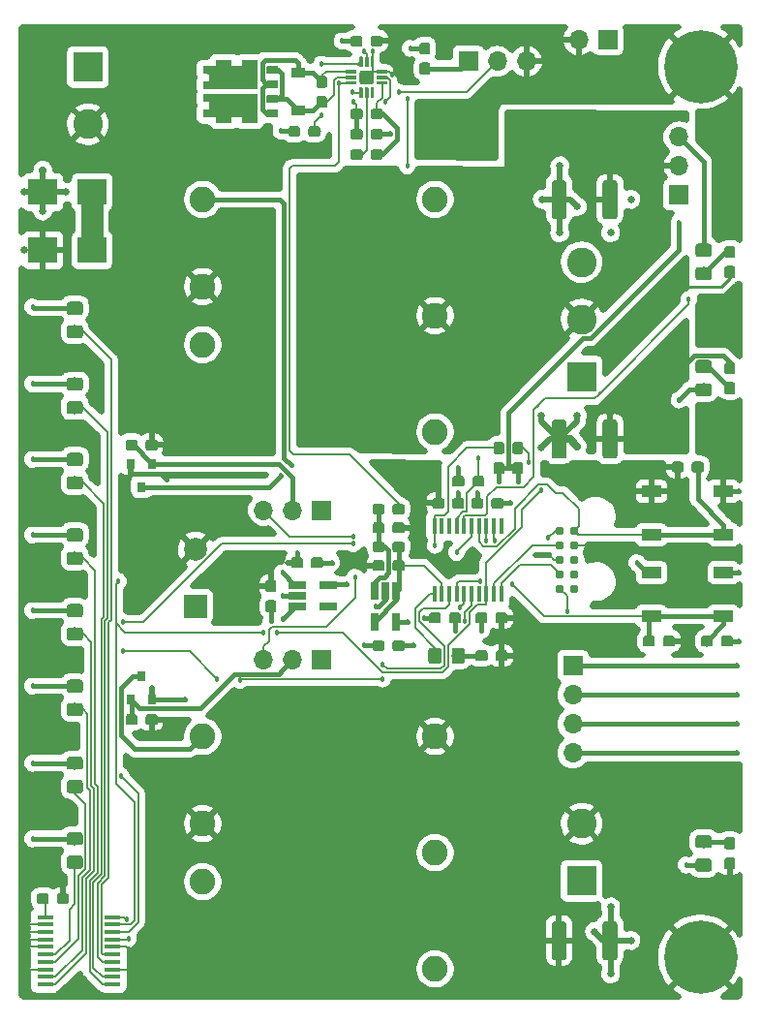
<source format=gbr>
G04 #@! TF.GenerationSoftware,KiCad,Pcbnew,(5.99.0-73-g24ea8f970)*
G04 #@! TF.CreationDate,2019-09-05T16:17:24-04:00*
G04 #@! TF.ProjectId,udoo-power,75646f6f-2d70-46f7-9765-722e6b696361,rev?*
G04 #@! TF.SameCoordinates,Original*
G04 #@! TF.FileFunction,Copper,L1,Top*
G04 #@! TF.FilePolarity,Positive*
%FSLAX46Y46*%
G04 Gerber Fmt 4.6, Leading zero omitted, Abs format (unit mm)*
G04 Created by KiCad (PCBNEW (5.99.0-73-g24ea8f970)) date 2019-09-05 16:17:24*
%MOMM*%
%LPD*%
G04 APERTURE LIST*
%ADD10C,0.800000*%
%ADD11C,6.400000*%
%ADD12C,2.250000*%
%ADD13R,2.500000X2.300000*%
%ADD14O,1.700000X1.700000*%
%ADD15R,1.700000X1.700000*%
%ADD16R,1.450000X0.450000*%
%ADD17C,0.100000*%
%ADD18C,0.950000*%
%ADD19C,1.150000*%
%ADD20C,0.300000*%
%ADD21R,0.250000X2.080000*%
%ADD22R,4.280000X0.250000*%
%ADD23R,1.400000X2.575000*%
%ADD24R,1.400000X0.495000*%
%ADD25R,4.280000X0.500000*%
%ADD26R,4.280000X2.080000*%
%ADD27R,0.560000X0.750000*%
%ADD28C,0.750000*%
%ADD29C,2.600000*%
%ADD30R,2.600000X2.600000*%
%ADD31R,0.450000X1.450000*%
%ADD32R,0.800000X0.900000*%
%ADD33R,1.700000X1.000000*%
%ADD34C,2.000000*%
%ADD35R,2.000000X2.000000*%
%ADD36C,0.787400*%
%ADD37C,1.300000*%
%ADD38R,1.200000X0.900000*%
%ADD39C,1.230000*%
%ADD40R,0.650000X1.560000*%
%ADD41R,1.560000X0.650000*%
%ADD42C,0.457200*%
%ADD43C,0.635000*%
%ADD44C,0.254000*%
%ADD45C,0.381000*%
%ADD46C,0.177800*%
%ADD47C,0.508000*%
%ADD48C,0.635000*%
%ADD49C,1.270000*%
%ADD50C,1.905000*%
G04 APERTURE END LIST*
D10*
X148001056Y-126763444D03*
X146304000Y-126060500D03*
X144606944Y-126763444D03*
X143904000Y-128460500D03*
X144606944Y-130157556D03*
X146304000Y-130860500D03*
X148001056Y-130157556D03*
X148704000Y-128460500D03*
D11*
X146304000Y-128460500D03*
D10*
X148001056Y-48912444D03*
X146304000Y-48209500D03*
X144606944Y-48912444D03*
X143904000Y-50609500D03*
X144606944Y-52306556D03*
X146304000Y-53009500D03*
X148001056Y-52306556D03*
X148704000Y-50609500D03*
D11*
X146304000Y-50609500D03*
D12*
X123063000Y-72390000D03*
X123063000Y-82550000D03*
X123063000Y-62230000D03*
X102743000Y-74930000D03*
X102743000Y-69850000D03*
X102743000Y-62230000D03*
D13*
X93082000Y-66675000D03*
X88782000Y-66675000D03*
D14*
X135636000Y-48260000D03*
D15*
X138176000Y-48260000D03*
D12*
X123063000Y-119329200D03*
X123063000Y-129489200D03*
X123063000Y-109169200D03*
X102743000Y-121869200D03*
X102743000Y-116789200D03*
X102743000Y-109169200D03*
D14*
X144399000Y-56769000D03*
X144399000Y-59309000D03*
D15*
X144399000Y-61849000D03*
D16*
X94870000Y-124964000D03*
X94870000Y-125614000D03*
X94870000Y-126264000D03*
X94870000Y-126914000D03*
X94870000Y-127564000D03*
X94870000Y-128214000D03*
X94870000Y-128864000D03*
X94870000Y-129514000D03*
X94870000Y-130164000D03*
X94870000Y-130814000D03*
X88970000Y-130814000D03*
X88970000Y-130164000D03*
X88970000Y-129514000D03*
X88970000Y-128864000D03*
X88970000Y-128214000D03*
X88970000Y-127564000D03*
X88970000Y-126914000D03*
X88970000Y-126264000D03*
X88970000Y-125614000D03*
X88970000Y-124964000D03*
D17*
G36*
X89151387Y-122860079D02*
G01*
X89228438Y-122911562D01*
X89279921Y-122988613D01*
X89298000Y-123079500D01*
X89298000Y-123554500D01*
X89279921Y-123645387D01*
X89228438Y-123722438D01*
X89151387Y-123773921D01*
X89060500Y-123792000D01*
X88485500Y-123792000D01*
X88394613Y-123773921D01*
X88317562Y-123722438D01*
X88266079Y-123645387D01*
X88248000Y-123554500D01*
X88248000Y-123079500D01*
X88266079Y-122988613D01*
X88317562Y-122911562D01*
X88394613Y-122860079D01*
X88485500Y-122842000D01*
X89060500Y-122842000D01*
X89151387Y-122860079D01*
X89151387Y-122860079D01*
G37*
D18*
X88773000Y-123317000D03*
D17*
G36*
X90901387Y-122860079D02*
G01*
X90978438Y-122911562D01*
X91029921Y-122988613D01*
X91048000Y-123079500D01*
X91048000Y-123554500D01*
X91029921Y-123645387D01*
X90978438Y-123722438D01*
X90901387Y-123773921D01*
X90810500Y-123792000D01*
X90235500Y-123792000D01*
X90144613Y-123773921D01*
X90067562Y-123722438D01*
X90016079Y-123645387D01*
X89998000Y-123554500D01*
X89998000Y-123079500D01*
X90016079Y-122988613D01*
X90067562Y-122911562D01*
X90144613Y-122860079D01*
X90235500Y-122842000D01*
X90810500Y-122842000D01*
X90901387Y-122860079D01*
X90901387Y-122860079D01*
G37*
D18*
X90523000Y-123317000D03*
D17*
G36*
X92112671Y-71181030D02*
G01*
X92193777Y-71235223D01*
X92247970Y-71316329D01*
X92267000Y-71411999D01*
X92267000Y-72062001D01*
X92247970Y-72157671D01*
X92193777Y-72238777D01*
X92112671Y-72292970D01*
X92017001Y-72312000D01*
X91116999Y-72312000D01*
X91021329Y-72292970D01*
X90940223Y-72238777D01*
X90886030Y-72157671D01*
X90867000Y-72062001D01*
X90867000Y-71411999D01*
X90886030Y-71316329D01*
X90940223Y-71235223D01*
X91021329Y-71181030D01*
X91116999Y-71162000D01*
X92017001Y-71162000D01*
X92112671Y-71181030D01*
X92112671Y-71181030D01*
G37*
D19*
X91567000Y-71737000D03*
D17*
G36*
X92112671Y-73231030D02*
G01*
X92193777Y-73285223D01*
X92247970Y-73366329D01*
X92267000Y-73461999D01*
X92267000Y-74112001D01*
X92247970Y-74207671D01*
X92193777Y-74288777D01*
X92112671Y-74342970D01*
X92017001Y-74362000D01*
X91116999Y-74362000D01*
X91021329Y-74342970D01*
X90940223Y-74288777D01*
X90886030Y-74207671D01*
X90867000Y-74112001D01*
X90867000Y-73461999D01*
X90886030Y-73366329D01*
X90940223Y-73285223D01*
X91021329Y-73231030D01*
X91116999Y-73212000D01*
X92017001Y-73212000D01*
X92112671Y-73231030D01*
X92112671Y-73231030D01*
G37*
D19*
X91567000Y-73787000D03*
D17*
G36*
X92112671Y-77809601D02*
G01*
X92193777Y-77863794D01*
X92247970Y-77944900D01*
X92267000Y-78040570D01*
X92267000Y-78690572D01*
X92247970Y-78786242D01*
X92193777Y-78867348D01*
X92112671Y-78921541D01*
X92017001Y-78940571D01*
X91116999Y-78940571D01*
X91021329Y-78921541D01*
X90940223Y-78867348D01*
X90886030Y-78786242D01*
X90867000Y-78690572D01*
X90867000Y-78040570D01*
X90886030Y-77944900D01*
X90940223Y-77863794D01*
X91021329Y-77809601D01*
X91116999Y-77790571D01*
X92017001Y-77790571D01*
X92112671Y-77809601D01*
X92112671Y-77809601D01*
G37*
D19*
X91567000Y-78365571D03*
D17*
G36*
X92112671Y-79859601D02*
G01*
X92193777Y-79913794D01*
X92247970Y-79994900D01*
X92267000Y-80090570D01*
X92267000Y-80740572D01*
X92247970Y-80836242D01*
X92193777Y-80917348D01*
X92112671Y-80971541D01*
X92017001Y-80990571D01*
X91116999Y-80990571D01*
X91021329Y-80971541D01*
X90940223Y-80917348D01*
X90886030Y-80836242D01*
X90867000Y-80740572D01*
X90867000Y-80090570D01*
X90886030Y-79994900D01*
X90940223Y-79913794D01*
X91021329Y-79859601D01*
X91116999Y-79840571D01*
X92017001Y-79840571D01*
X92112671Y-79859601D01*
X92112671Y-79859601D01*
G37*
D19*
X91567000Y-80415571D03*
D20*
X105359000Y-53526600D03*
D21*
X107349000Y-54046600D03*
D20*
X106959000Y-54526600D03*
D22*
X105449000Y-53166600D03*
D21*
X106569000Y-54046600D03*
D20*
X103759000Y-53526600D03*
D23*
X104589000Y-54294100D03*
D20*
X104559000Y-54526600D03*
X106959000Y-53526600D03*
D21*
X105779000Y-54046600D03*
D24*
X106889000Y-55334600D03*
D20*
X103759000Y-54526600D03*
D21*
X104179000Y-54046600D03*
D20*
X105359000Y-54526600D03*
D25*
X105449000Y-54046600D03*
D22*
X105449000Y-54926600D03*
D23*
X106889000Y-54294100D03*
D24*
X104589000Y-55334600D03*
D26*
X105449000Y-54046600D03*
D20*
X106159000Y-53526600D03*
D21*
X104979000Y-54046600D03*
X103449000Y-54046600D03*
D20*
X104559000Y-53526600D03*
D27*
X103029000Y-54711600D03*
D20*
X106159000Y-54526600D03*
D27*
X103029000Y-53381600D03*
D21*
X103449000Y-51566600D03*
X104179000Y-51566600D03*
X104979000Y-51566600D03*
X105779000Y-51566600D03*
X106569000Y-51566600D03*
X107349000Y-51566600D03*
D22*
X105449000Y-52446600D03*
X105449000Y-50686600D03*
D25*
X105449000Y-51566600D03*
D24*
X104589000Y-50278600D03*
X106889000Y-50278600D03*
D20*
X106959000Y-51086600D03*
X106959000Y-52086600D03*
X106159000Y-51086600D03*
X106159000Y-52086600D03*
X105359000Y-51086600D03*
X105359000Y-52086600D03*
X104559000Y-51086600D03*
X104559000Y-52086600D03*
X103759000Y-51086600D03*
D27*
X103029000Y-52231600D03*
D26*
X105449000Y-51566600D03*
D23*
X104589000Y-51319100D03*
X106889000Y-51319100D03*
D27*
X103029000Y-50901600D03*
D20*
X103759000Y-52086600D03*
D17*
G36*
X109245014Y-50538189D02*
G01*
X109294407Y-50571193D01*
X109327411Y-50620586D01*
X109339000Y-50678850D01*
X109339000Y-51124350D01*
X109327411Y-51182614D01*
X109294407Y-51232007D01*
X109245014Y-51265011D01*
X109186750Y-51276600D01*
X108491250Y-51276600D01*
X108432986Y-51265011D01*
X108383593Y-51232007D01*
X108350589Y-51182614D01*
X108339000Y-51124350D01*
X108339000Y-50678850D01*
X108350589Y-50620586D01*
X108383593Y-50571193D01*
X108432986Y-50538189D01*
X108491250Y-50526600D01*
X109186750Y-50526600D01*
X109245014Y-50538189D01*
X109245014Y-50538189D01*
G37*
D28*
X108839000Y-50901600D03*
D17*
G36*
X109245014Y-51808189D02*
G01*
X109294407Y-51841193D01*
X109327411Y-51890586D01*
X109339000Y-51948850D01*
X109339000Y-52394350D01*
X109327411Y-52452614D01*
X109294407Y-52502007D01*
X109245014Y-52535011D01*
X109186750Y-52546600D01*
X108491250Y-52546600D01*
X108432986Y-52535011D01*
X108383593Y-52502007D01*
X108350589Y-52452614D01*
X108339000Y-52394350D01*
X108339000Y-51948850D01*
X108350589Y-51890586D01*
X108383593Y-51841193D01*
X108432986Y-51808189D01*
X108491250Y-51796600D01*
X109186750Y-51796600D01*
X109245014Y-51808189D01*
X109245014Y-51808189D01*
G37*
D28*
X108839000Y-52171600D03*
D17*
G36*
X109245014Y-53078189D02*
G01*
X109294407Y-53111193D01*
X109327411Y-53160586D01*
X109339000Y-53218850D01*
X109339000Y-53664350D01*
X109327411Y-53722614D01*
X109294407Y-53772007D01*
X109245014Y-53805011D01*
X109186750Y-53816600D01*
X108491250Y-53816600D01*
X108432986Y-53805011D01*
X108383593Y-53772007D01*
X108350589Y-53722614D01*
X108339000Y-53664350D01*
X108339000Y-53218850D01*
X108350589Y-53160586D01*
X108383593Y-53111193D01*
X108432986Y-53078189D01*
X108491250Y-53066600D01*
X109186750Y-53066600D01*
X109245014Y-53078189D01*
X109245014Y-53078189D01*
G37*
D28*
X108839000Y-53441600D03*
D17*
G36*
X109245014Y-54348189D02*
G01*
X109294407Y-54381193D01*
X109327411Y-54430586D01*
X109339000Y-54488850D01*
X109339000Y-54934350D01*
X109327411Y-54992614D01*
X109294407Y-55042007D01*
X109245014Y-55075011D01*
X109186750Y-55086600D01*
X108491250Y-55086600D01*
X108432986Y-55075011D01*
X108383593Y-55042007D01*
X108350589Y-54992614D01*
X108339000Y-54934350D01*
X108339000Y-54488850D01*
X108350589Y-54430586D01*
X108383593Y-54381193D01*
X108432986Y-54348189D01*
X108491250Y-54336600D01*
X109186750Y-54336600D01*
X109245014Y-54348189D01*
X109245014Y-54348189D01*
G37*
D28*
X108839000Y-54711600D03*
D14*
X135128000Y-110617000D03*
X135128000Y-108077000D03*
X135128000Y-105537000D03*
D15*
X135128000Y-102997000D03*
D29*
X135890000Y-116793000D03*
D30*
X135890000Y-121793000D03*
D29*
X135890000Y-67724000D03*
X135890000Y-72724000D03*
D30*
X135890000Y-77724000D03*
D29*
X92710000Y-55673000D03*
D30*
X92710000Y-50673000D03*
D17*
G36*
X148968387Y-100381079D02*
G01*
X149045438Y-100432562D01*
X149096921Y-100509613D01*
X149115000Y-100600500D01*
X149115000Y-101075500D01*
X149096921Y-101166387D01*
X149045438Y-101243438D01*
X148968387Y-101294921D01*
X148877500Y-101313000D01*
X148302500Y-101313000D01*
X148211613Y-101294921D01*
X148134562Y-101243438D01*
X148083079Y-101166387D01*
X148065000Y-101075500D01*
X148065000Y-100600500D01*
X148083079Y-100509613D01*
X148134562Y-100432562D01*
X148211613Y-100381079D01*
X148302500Y-100363000D01*
X148877500Y-100363000D01*
X148968387Y-100381079D01*
X148968387Y-100381079D01*
G37*
D18*
X148590000Y-100838000D03*
D17*
G36*
X147218387Y-100381079D02*
G01*
X147295438Y-100432562D01*
X147346921Y-100509613D01*
X147365000Y-100600500D01*
X147365000Y-101075500D01*
X147346921Y-101166387D01*
X147295438Y-101243438D01*
X147218387Y-101294921D01*
X147127500Y-101313000D01*
X146552500Y-101313000D01*
X146461613Y-101294921D01*
X146384562Y-101243438D01*
X146333079Y-101166387D01*
X146315000Y-101075500D01*
X146315000Y-100600500D01*
X146333079Y-100509613D01*
X146384562Y-100432562D01*
X146461613Y-100381079D01*
X146552500Y-100363000D01*
X147127500Y-100363000D01*
X147218387Y-100381079D01*
X147218387Y-100381079D01*
G37*
D18*
X146840000Y-100838000D03*
D14*
X108077000Y-89408000D03*
X110617000Y-89408000D03*
D15*
X113157000Y-89408000D03*
D17*
G36*
X118347387Y-54280079D02*
G01*
X118424438Y-54331562D01*
X118475921Y-54408613D01*
X118494000Y-54499500D01*
X118494000Y-54974500D01*
X118475921Y-55065387D01*
X118424438Y-55142438D01*
X118347387Y-55193921D01*
X118256500Y-55212000D01*
X117681500Y-55212000D01*
X117590613Y-55193921D01*
X117513562Y-55142438D01*
X117462079Y-55065387D01*
X117444000Y-54974500D01*
X117444000Y-54499500D01*
X117462079Y-54408613D01*
X117513562Y-54331562D01*
X117590613Y-54280079D01*
X117681500Y-54262000D01*
X118256500Y-54262000D01*
X118347387Y-54280079D01*
X118347387Y-54280079D01*
G37*
D18*
X117969000Y-54737000D03*
D17*
G36*
X116597387Y-54280079D02*
G01*
X116674438Y-54331562D01*
X116725921Y-54408613D01*
X116744000Y-54499500D01*
X116744000Y-54974500D01*
X116725921Y-55065387D01*
X116674438Y-55142438D01*
X116597387Y-55193921D01*
X116506500Y-55212000D01*
X115931500Y-55212000D01*
X115840613Y-55193921D01*
X115763562Y-55142438D01*
X115712079Y-55065387D01*
X115694000Y-54974500D01*
X115694000Y-54499500D01*
X115712079Y-54408613D01*
X115763562Y-54331562D01*
X115840613Y-54280079D01*
X115931500Y-54262000D01*
X116506500Y-54262000D01*
X116597387Y-54280079D01*
X116597387Y-54280079D01*
G37*
D18*
X116219000Y-54737000D03*
D31*
X128859000Y-96705000D03*
X128209000Y-96705000D03*
X127559000Y-96705000D03*
X126909000Y-96705000D03*
X126259000Y-96705000D03*
X125609000Y-96705000D03*
X124959000Y-96705000D03*
X124309000Y-96705000D03*
X123659000Y-96705000D03*
X123009000Y-96705000D03*
X123009000Y-90805000D03*
X123659000Y-90805000D03*
X124309000Y-90805000D03*
X124959000Y-90805000D03*
X125609000Y-90805000D03*
X126259000Y-90805000D03*
X126909000Y-90805000D03*
X127559000Y-90805000D03*
X128209000Y-90805000D03*
X128859000Y-90805000D03*
D17*
G36*
X147103671Y-119849030D02*
G01*
X147184777Y-119903223D01*
X147238970Y-119984329D01*
X147258000Y-120079999D01*
X147258000Y-120730001D01*
X147238970Y-120825671D01*
X147184777Y-120906777D01*
X147103671Y-120960970D01*
X147008001Y-120980000D01*
X146107999Y-120980000D01*
X146012329Y-120960970D01*
X145931223Y-120906777D01*
X145877030Y-120825671D01*
X145858000Y-120730001D01*
X145858000Y-120079999D01*
X145877030Y-119984329D01*
X145931223Y-119903223D01*
X146012329Y-119849030D01*
X146107999Y-119830000D01*
X147008001Y-119830000D01*
X147103671Y-119849030D01*
X147103671Y-119849030D01*
G37*
D19*
X146558000Y-120405000D03*
D17*
G36*
X147103671Y-117799030D02*
G01*
X147184777Y-117853223D01*
X147238970Y-117934329D01*
X147258000Y-118029999D01*
X147258000Y-118680001D01*
X147238970Y-118775671D01*
X147184777Y-118856777D01*
X147103671Y-118910970D01*
X147008001Y-118930000D01*
X146107999Y-118930000D01*
X146012329Y-118910970D01*
X145931223Y-118856777D01*
X145877030Y-118775671D01*
X145858000Y-118680001D01*
X145858000Y-118029999D01*
X145877030Y-117934329D01*
X145931223Y-117853223D01*
X146012329Y-117799030D01*
X146107999Y-117780000D01*
X147008001Y-117780000D01*
X147103671Y-117799030D01*
X147103671Y-117799030D01*
G37*
D19*
X146558000Y-118355000D03*
D32*
X97409000Y-103902000D03*
X98359000Y-105902000D03*
X96459000Y-105902000D03*
D17*
G36*
X118502387Y-90475079D02*
G01*
X118579438Y-90526562D01*
X118630921Y-90603613D01*
X118649000Y-90694500D01*
X118649000Y-91169500D01*
X118630921Y-91260387D01*
X118579438Y-91337438D01*
X118502387Y-91388921D01*
X118411500Y-91407000D01*
X117836500Y-91407000D01*
X117745613Y-91388921D01*
X117668562Y-91337438D01*
X117617079Y-91260387D01*
X117599000Y-91169500D01*
X117599000Y-90694500D01*
X117617079Y-90603613D01*
X117668562Y-90526562D01*
X117745613Y-90475079D01*
X117836500Y-90457000D01*
X118411500Y-90457000D01*
X118502387Y-90475079D01*
X118502387Y-90475079D01*
G37*
D18*
X118124000Y-90932000D03*
D17*
G36*
X120252387Y-90475079D02*
G01*
X120329438Y-90526562D01*
X120380921Y-90603613D01*
X120399000Y-90694500D01*
X120399000Y-91169500D01*
X120380921Y-91260387D01*
X120329438Y-91337438D01*
X120252387Y-91388921D01*
X120161500Y-91407000D01*
X119586500Y-91407000D01*
X119495613Y-91388921D01*
X119418562Y-91337438D01*
X119367079Y-91260387D01*
X119349000Y-91169500D01*
X119349000Y-90694500D01*
X119367079Y-90603613D01*
X119418562Y-90526562D01*
X119495613Y-90475079D01*
X119586500Y-90457000D01*
X120161500Y-90457000D01*
X120252387Y-90475079D01*
X120252387Y-90475079D01*
G37*
D18*
X119874000Y-90932000D03*
D17*
G36*
X122502387Y-48529079D02*
G01*
X122579438Y-48580562D01*
X122630921Y-48657613D01*
X122649000Y-48748500D01*
X122649000Y-49323500D01*
X122630921Y-49414387D01*
X122579438Y-49491438D01*
X122502387Y-49542921D01*
X122411500Y-49561000D01*
X121936500Y-49561000D01*
X121845613Y-49542921D01*
X121768562Y-49491438D01*
X121717079Y-49414387D01*
X121699000Y-49323500D01*
X121699000Y-48748500D01*
X121717079Y-48657613D01*
X121768562Y-48580562D01*
X121845613Y-48529079D01*
X121936500Y-48511000D01*
X122411500Y-48511000D01*
X122502387Y-48529079D01*
X122502387Y-48529079D01*
G37*
D18*
X122174000Y-49036000D03*
D17*
G36*
X122502387Y-50279079D02*
G01*
X122579438Y-50330562D01*
X122630921Y-50407613D01*
X122649000Y-50498500D01*
X122649000Y-51073500D01*
X122630921Y-51164387D01*
X122579438Y-51241438D01*
X122502387Y-51292921D01*
X122411500Y-51311000D01*
X121936500Y-51311000D01*
X121845613Y-51292921D01*
X121768562Y-51241438D01*
X121717079Y-51164387D01*
X121699000Y-51073500D01*
X121699000Y-50498500D01*
X121717079Y-50407613D01*
X121768562Y-50330562D01*
X121845613Y-50279079D01*
X121936500Y-50261000D01*
X122411500Y-50261000D01*
X122502387Y-50279079D01*
X122502387Y-50279079D01*
G37*
D18*
X122174000Y-50786000D03*
D17*
G36*
X92112671Y-84398030D02*
G01*
X92193777Y-84452223D01*
X92247970Y-84533329D01*
X92267000Y-84628999D01*
X92267000Y-85279001D01*
X92247970Y-85374671D01*
X92193777Y-85455777D01*
X92112671Y-85509970D01*
X92017001Y-85529000D01*
X91116999Y-85529000D01*
X91021329Y-85509970D01*
X90940223Y-85455777D01*
X90886030Y-85374671D01*
X90867000Y-85279001D01*
X90867000Y-84628999D01*
X90886030Y-84533329D01*
X90940223Y-84452223D01*
X91021329Y-84398030D01*
X91116999Y-84379000D01*
X92017001Y-84379000D01*
X92112671Y-84398030D01*
X92112671Y-84398030D01*
G37*
D19*
X91567000Y-84954000D03*
D17*
G36*
X92112671Y-86448030D02*
G01*
X92193777Y-86502223D01*
X92247970Y-86583329D01*
X92267000Y-86678999D01*
X92267000Y-87329001D01*
X92247970Y-87424671D01*
X92193777Y-87505777D01*
X92112671Y-87559970D01*
X92017001Y-87579000D01*
X91116999Y-87579000D01*
X91021329Y-87559970D01*
X90940223Y-87505777D01*
X90886030Y-87424671D01*
X90867000Y-87329001D01*
X90867000Y-86678999D01*
X90886030Y-86583329D01*
X90940223Y-86502223D01*
X91021329Y-86448030D01*
X91116999Y-86429000D01*
X92017001Y-86429000D01*
X92112671Y-86448030D01*
X92112671Y-86448030D01*
G37*
D19*
X91567000Y-87004000D03*
D17*
G36*
X116597387Y-57836079D02*
G01*
X116674438Y-57887562D01*
X116725921Y-57964613D01*
X116744000Y-58055500D01*
X116744000Y-58530500D01*
X116725921Y-58621387D01*
X116674438Y-58698438D01*
X116597387Y-58749921D01*
X116506500Y-58768000D01*
X115931500Y-58768000D01*
X115840613Y-58749921D01*
X115763562Y-58698438D01*
X115712079Y-58621387D01*
X115694000Y-58530500D01*
X115694000Y-58055500D01*
X115712079Y-57964613D01*
X115763562Y-57887562D01*
X115840613Y-57836079D01*
X115931500Y-57818000D01*
X116506500Y-57818000D01*
X116597387Y-57836079D01*
X116597387Y-57836079D01*
G37*
D18*
X116219000Y-58293000D03*
D17*
G36*
X118347387Y-57836079D02*
G01*
X118424438Y-57887562D01*
X118475921Y-57964613D01*
X118494000Y-58055500D01*
X118494000Y-58530500D01*
X118475921Y-58621387D01*
X118424438Y-58698438D01*
X118347387Y-58749921D01*
X118256500Y-58768000D01*
X117681500Y-58768000D01*
X117590613Y-58749921D01*
X117513562Y-58698438D01*
X117462079Y-58621387D01*
X117444000Y-58530500D01*
X117444000Y-58055500D01*
X117462079Y-57964613D01*
X117513562Y-57887562D01*
X117590613Y-57836079D01*
X117681500Y-57818000D01*
X118256500Y-57818000D01*
X118347387Y-57836079D01*
X118347387Y-57836079D01*
G37*
D18*
X117969000Y-58293000D03*
D17*
G36*
X125487387Y-86411079D02*
G01*
X125564438Y-86462562D01*
X125615921Y-86539613D01*
X125634000Y-86630500D01*
X125634000Y-87105500D01*
X125615921Y-87196387D01*
X125564438Y-87273438D01*
X125487387Y-87324921D01*
X125396500Y-87343000D01*
X124821500Y-87343000D01*
X124730613Y-87324921D01*
X124653562Y-87273438D01*
X124602079Y-87196387D01*
X124584000Y-87105500D01*
X124584000Y-86630500D01*
X124602079Y-86539613D01*
X124653562Y-86462562D01*
X124730613Y-86411079D01*
X124821500Y-86393000D01*
X125396500Y-86393000D01*
X125487387Y-86411079D01*
X125487387Y-86411079D01*
G37*
D18*
X125109000Y-86868000D03*
D17*
G36*
X127237387Y-86411079D02*
G01*
X127314438Y-86462562D01*
X127365921Y-86539613D01*
X127384000Y-86630500D01*
X127384000Y-87105500D01*
X127365921Y-87196387D01*
X127314438Y-87273438D01*
X127237387Y-87324921D01*
X127146500Y-87343000D01*
X126571500Y-87343000D01*
X126480613Y-87324921D01*
X126403562Y-87273438D01*
X126352079Y-87196387D01*
X126334000Y-87105500D01*
X126334000Y-86630500D01*
X126352079Y-86539613D01*
X126403562Y-86462562D01*
X126480613Y-86411079D01*
X126571500Y-86393000D01*
X127146500Y-86393000D01*
X127237387Y-86411079D01*
X127237387Y-86411079D01*
G37*
D18*
X126859000Y-86868000D03*
D33*
X148311000Y-91562000D03*
X142011000Y-91562000D03*
X148311000Y-87762000D03*
X142011000Y-87762000D03*
D17*
G36*
X123723387Y-88316079D02*
G01*
X123800438Y-88367562D01*
X123851921Y-88444613D01*
X123870000Y-88535500D01*
X123870000Y-89010500D01*
X123851921Y-89101387D01*
X123800438Y-89178438D01*
X123723387Y-89229921D01*
X123632500Y-89248000D01*
X123057500Y-89248000D01*
X122966613Y-89229921D01*
X122889562Y-89178438D01*
X122838079Y-89101387D01*
X122820000Y-89010500D01*
X122820000Y-88535500D01*
X122838079Y-88444613D01*
X122889562Y-88367562D01*
X122966613Y-88316079D01*
X123057500Y-88298000D01*
X123632500Y-88298000D01*
X123723387Y-88316079D01*
X123723387Y-88316079D01*
G37*
D18*
X123345000Y-88773000D03*
D17*
G36*
X125473387Y-88316079D02*
G01*
X125550438Y-88367562D01*
X125601921Y-88444613D01*
X125620000Y-88535500D01*
X125620000Y-89010500D01*
X125601921Y-89101387D01*
X125550438Y-89178438D01*
X125473387Y-89229921D01*
X125382500Y-89248000D01*
X124807500Y-89248000D01*
X124716613Y-89229921D01*
X124639562Y-89178438D01*
X124588079Y-89101387D01*
X124570000Y-89010500D01*
X124570000Y-88535500D01*
X124588079Y-88444613D01*
X124639562Y-88367562D01*
X124716613Y-88316079D01*
X124807500Y-88298000D01*
X125382500Y-88298000D01*
X125473387Y-88316079D01*
X125473387Y-88316079D01*
G37*
D18*
X125095000Y-88773000D03*
D17*
G36*
X116583387Y-47930079D02*
G01*
X116660438Y-47981562D01*
X116711921Y-48058613D01*
X116730000Y-48149500D01*
X116730000Y-48624500D01*
X116711921Y-48715387D01*
X116660438Y-48792438D01*
X116583387Y-48843921D01*
X116492500Y-48862000D01*
X115917500Y-48862000D01*
X115826613Y-48843921D01*
X115749562Y-48792438D01*
X115698079Y-48715387D01*
X115680000Y-48624500D01*
X115680000Y-48149500D01*
X115698079Y-48058613D01*
X115749562Y-47981562D01*
X115826613Y-47930079D01*
X115917500Y-47912000D01*
X116492500Y-47912000D01*
X116583387Y-47930079D01*
X116583387Y-47930079D01*
G37*
D18*
X116205000Y-48387000D03*
D17*
G36*
X118333387Y-47930079D02*
G01*
X118410438Y-47981562D01*
X118461921Y-48058613D01*
X118480000Y-48149500D01*
X118480000Y-48624500D01*
X118461921Y-48715387D01*
X118410438Y-48792438D01*
X118333387Y-48843921D01*
X118242500Y-48862000D01*
X117667500Y-48862000D01*
X117576613Y-48843921D01*
X117499562Y-48792438D01*
X117448079Y-48715387D01*
X117430000Y-48624500D01*
X117430000Y-48149500D01*
X117448079Y-48058613D01*
X117499562Y-47981562D01*
X117576613Y-47930079D01*
X117667500Y-47912000D01*
X118242500Y-47912000D01*
X118333387Y-47930079D01*
X118333387Y-47930079D01*
G37*
D18*
X117955000Y-48387000D03*
D17*
G36*
X120252387Y-92126079D02*
G01*
X120329438Y-92177562D01*
X120380921Y-92254613D01*
X120399000Y-92345500D01*
X120399000Y-92820500D01*
X120380921Y-92911387D01*
X120329438Y-92988438D01*
X120252387Y-93039921D01*
X120161500Y-93058000D01*
X119586500Y-93058000D01*
X119495613Y-93039921D01*
X119418562Y-92988438D01*
X119367079Y-92911387D01*
X119349000Y-92820500D01*
X119349000Y-92345500D01*
X119367079Y-92254613D01*
X119418562Y-92177562D01*
X119495613Y-92126079D01*
X119586500Y-92108000D01*
X120161500Y-92108000D01*
X120252387Y-92126079D01*
X120252387Y-92126079D01*
G37*
D18*
X119874000Y-92583000D03*
D17*
G36*
X118502387Y-92126079D02*
G01*
X118579438Y-92177562D01*
X118630921Y-92254613D01*
X118649000Y-92345500D01*
X118649000Y-92820500D01*
X118630921Y-92911387D01*
X118579438Y-92988438D01*
X118502387Y-93039921D01*
X118411500Y-93058000D01*
X117836500Y-93058000D01*
X117745613Y-93039921D01*
X117668562Y-92988438D01*
X117617079Y-92911387D01*
X117599000Y-92820500D01*
X117599000Y-92345500D01*
X117617079Y-92254613D01*
X117668562Y-92177562D01*
X117745613Y-92126079D01*
X117836500Y-92108000D01*
X118411500Y-92108000D01*
X118502387Y-92126079D01*
X118502387Y-92126079D01*
G37*
D18*
X118124000Y-92583000D03*
D17*
G36*
X125196387Y-98349079D02*
G01*
X125273438Y-98400562D01*
X125324921Y-98477613D01*
X125343000Y-98568500D01*
X125343000Y-99043500D01*
X125324921Y-99134387D01*
X125273438Y-99211438D01*
X125196387Y-99262921D01*
X125105500Y-99281000D01*
X124530500Y-99281000D01*
X124439613Y-99262921D01*
X124362562Y-99211438D01*
X124311079Y-99134387D01*
X124293000Y-99043500D01*
X124293000Y-98568500D01*
X124311079Y-98477613D01*
X124362562Y-98400562D01*
X124439613Y-98349079D01*
X124530500Y-98331000D01*
X125105500Y-98331000D01*
X125196387Y-98349079D01*
X125196387Y-98349079D01*
G37*
D18*
X124818000Y-98806000D03*
D17*
G36*
X123446387Y-98349079D02*
G01*
X123523438Y-98400562D01*
X123574921Y-98477613D01*
X123593000Y-98568500D01*
X123593000Y-99043500D01*
X123574921Y-99134387D01*
X123523438Y-99211438D01*
X123446387Y-99262921D01*
X123355500Y-99281000D01*
X122780500Y-99281000D01*
X122689613Y-99262921D01*
X122612562Y-99211438D01*
X122561079Y-99134387D01*
X122543000Y-99043500D01*
X122543000Y-98568500D01*
X122561079Y-98477613D01*
X122612562Y-98400562D01*
X122689613Y-98349079D01*
X122780500Y-98331000D01*
X123355500Y-98331000D01*
X123446387Y-98349079D01*
X123446387Y-98349079D01*
G37*
D18*
X123068000Y-98806000D03*
D17*
G36*
X130630387Y-85204079D02*
G01*
X130707438Y-85255562D01*
X130758921Y-85332613D01*
X130777000Y-85423500D01*
X130777000Y-85998500D01*
X130758921Y-86089387D01*
X130707438Y-86166438D01*
X130630387Y-86217921D01*
X130539500Y-86236000D01*
X130064500Y-86236000D01*
X129973613Y-86217921D01*
X129896562Y-86166438D01*
X129845079Y-86089387D01*
X129827000Y-85998500D01*
X129827000Y-85423500D01*
X129845079Y-85332613D01*
X129896562Y-85255562D01*
X129973613Y-85204079D01*
X130064500Y-85186000D01*
X130539500Y-85186000D01*
X130630387Y-85204079D01*
X130630387Y-85204079D01*
G37*
D18*
X130302000Y-85711000D03*
D17*
G36*
X130630387Y-83454079D02*
G01*
X130707438Y-83505562D01*
X130758921Y-83582613D01*
X130777000Y-83673500D01*
X130777000Y-84248500D01*
X130758921Y-84339387D01*
X130707438Y-84416438D01*
X130630387Y-84467921D01*
X130539500Y-84486000D01*
X130064500Y-84486000D01*
X129973613Y-84467921D01*
X129896562Y-84416438D01*
X129845079Y-84339387D01*
X129827000Y-84248500D01*
X129827000Y-83673500D01*
X129845079Y-83582613D01*
X129896562Y-83505562D01*
X129973613Y-83454079D01*
X130064500Y-83436000D01*
X130539500Y-83436000D01*
X130630387Y-83454079D01*
X130630387Y-83454079D01*
G37*
D18*
X130302000Y-83961000D03*
D17*
G36*
X142152387Y-100381079D02*
G01*
X142229438Y-100432562D01*
X142280921Y-100509613D01*
X142299000Y-100600500D01*
X142299000Y-101075500D01*
X142280921Y-101166387D01*
X142229438Y-101243438D01*
X142152387Y-101294921D01*
X142061500Y-101313000D01*
X141486500Y-101313000D01*
X141395613Y-101294921D01*
X141318562Y-101243438D01*
X141267079Y-101166387D01*
X141249000Y-101075500D01*
X141249000Y-100600500D01*
X141267079Y-100509613D01*
X141318562Y-100432562D01*
X141395613Y-100381079D01*
X141486500Y-100363000D01*
X142061500Y-100363000D01*
X142152387Y-100381079D01*
X142152387Y-100381079D01*
G37*
D18*
X141774000Y-100838000D03*
D17*
G36*
X143902387Y-100381079D02*
G01*
X143979438Y-100432562D01*
X144030921Y-100509613D01*
X144049000Y-100600500D01*
X144049000Y-101075500D01*
X144030921Y-101166387D01*
X143979438Y-101243438D01*
X143902387Y-101294921D01*
X143811500Y-101313000D01*
X143236500Y-101313000D01*
X143145613Y-101294921D01*
X143068562Y-101243438D01*
X143017079Y-101166387D01*
X142999000Y-101075500D01*
X142999000Y-100600500D01*
X143017079Y-100509613D01*
X143068562Y-100432562D01*
X143145613Y-100381079D01*
X143236500Y-100363000D01*
X143811500Y-100363000D01*
X143902387Y-100381079D01*
X143902387Y-100381079D01*
G37*
D18*
X143524000Y-100838000D03*
D17*
G36*
X109040387Y-95510079D02*
G01*
X109117438Y-95561562D01*
X109168921Y-95638613D01*
X109187000Y-95729500D01*
X109187000Y-96304500D01*
X109168921Y-96395387D01*
X109117438Y-96472438D01*
X109040387Y-96523921D01*
X108949500Y-96542000D01*
X108474500Y-96542000D01*
X108383613Y-96523921D01*
X108306562Y-96472438D01*
X108255079Y-96395387D01*
X108237000Y-96304500D01*
X108237000Y-95729500D01*
X108255079Y-95638613D01*
X108306562Y-95561562D01*
X108383613Y-95510079D01*
X108474500Y-95492000D01*
X108949500Y-95492000D01*
X109040387Y-95510079D01*
X109040387Y-95510079D01*
G37*
D18*
X108712000Y-96017000D03*
D17*
G36*
X109040387Y-97260079D02*
G01*
X109117438Y-97311562D01*
X109168921Y-97388613D01*
X109187000Y-97479500D01*
X109187000Y-98054500D01*
X109168921Y-98145387D01*
X109117438Y-98222438D01*
X109040387Y-98273921D01*
X108949500Y-98292000D01*
X108474500Y-98292000D01*
X108383613Y-98273921D01*
X108306562Y-98222438D01*
X108255079Y-98145387D01*
X108237000Y-98054500D01*
X108237000Y-97479500D01*
X108255079Y-97388613D01*
X108306562Y-97311562D01*
X108383613Y-97260079D01*
X108474500Y-97242000D01*
X108949500Y-97242000D01*
X109040387Y-97260079D01*
X109040387Y-97260079D01*
G37*
D18*
X108712000Y-97767000D03*
D17*
G36*
X111381387Y-93523079D02*
G01*
X111458438Y-93574562D01*
X111509921Y-93651613D01*
X111528000Y-93742500D01*
X111528000Y-94217500D01*
X111509921Y-94308387D01*
X111458438Y-94385438D01*
X111381387Y-94436921D01*
X111290500Y-94455000D01*
X110715500Y-94455000D01*
X110624613Y-94436921D01*
X110547562Y-94385438D01*
X110496079Y-94308387D01*
X110478000Y-94217500D01*
X110478000Y-93742500D01*
X110496079Y-93651613D01*
X110547562Y-93574562D01*
X110624613Y-93523079D01*
X110715500Y-93505000D01*
X111290500Y-93505000D01*
X111381387Y-93523079D01*
X111381387Y-93523079D01*
G37*
D18*
X111003000Y-93980000D03*
D17*
G36*
X113131387Y-93523079D02*
G01*
X113208438Y-93574562D01*
X113259921Y-93651613D01*
X113278000Y-93742500D01*
X113278000Y-94217500D01*
X113259921Y-94308387D01*
X113208438Y-94385438D01*
X113131387Y-94436921D01*
X113040500Y-94455000D01*
X112465500Y-94455000D01*
X112374613Y-94436921D01*
X112297562Y-94385438D01*
X112246079Y-94308387D01*
X112228000Y-94217500D01*
X112228000Y-93742500D01*
X112246079Y-93651613D01*
X112297562Y-93574562D01*
X112374613Y-93523079D01*
X112465500Y-93505000D01*
X113040500Y-93505000D01*
X113131387Y-93523079D01*
X113131387Y-93523079D01*
G37*
D18*
X112753000Y-93980000D03*
D17*
G36*
X147103671Y-68160030D02*
G01*
X147184777Y-68214223D01*
X147238970Y-68295329D01*
X147258000Y-68390999D01*
X147258000Y-69041001D01*
X147238970Y-69136671D01*
X147184777Y-69217777D01*
X147103671Y-69271970D01*
X147008001Y-69291000D01*
X146107999Y-69291000D01*
X146012329Y-69271970D01*
X145931223Y-69217777D01*
X145877030Y-69136671D01*
X145858000Y-69041001D01*
X145858000Y-68390999D01*
X145877030Y-68295329D01*
X145931223Y-68214223D01*
X146012329Y-68160030D01*
X146107999Y-68141000D01*
X147008001Y-68141000D01*
X147103671Y-68160030D01*
X147103671Y-68160030D01*
G37*
D19*
X146558000Y-68716000D03*
D17*
G36*
X147103671Y-66110030D02*
G01*
X147184777Y-66164223D01*
X147238970Y-66245329D01*
X147258000Y-66340999D01*
X147258000Y-66991001D01*
X147238970Y-67086671D01*
X147184777Y-67167777D01*
X147103671Y-67221970D01*
X147008001Y-67241000D01*
X146107999Y-67241000D01*
X146012329Y-67221970D01*
X145931223Y-67167777D01*
X145877030Y-67086671D01*
X145858000Y-66991001D01*
X145858000Y-66340999D01*
X145877030Y-66245329D01*
X145931223Y-66164223D01*
X146012329Y-66110030D01*
X146107999Y-66091000D01*
X147008001Y-66091000D01*
X147103671Y-66110030D01*
X147103671Y-66110030D01*
G37*
D19*
X146558000Y-66666000D03*
D17*
G36*
X118502387Y-93777079D02*
G01*
X118579438Y-93828562D01*
X118630921Y-93905613D01*
X118649000Y-93996500D01*
X118649000Y-94471500D01*
X118630921Y-94562387D01*
X118579438Y-94639438D01*
X118502387Y-94690921D01*
X118411500Y-94709000D01*
X117836500Y-94709000D01*
X117745613Y-94690921D01*
X117668562Y-94639438D01*
X117617079Y-94562387D01*
X117599000Y-94471500D01*
X117599000Y-93996500D01*
X117617079Y-93905613D01*
X117668562Y-93828562D01*
X117745613Y-93777079D01*
X117836500Y-93759000D01*
X118411500Y-93759000D01*
X118502387Y-93777079D01*
X118502387Y-93777079D01*
G37*
D18*
X118124000Y-94234000D03*
D17*
G36*
X120252387Y-93777079D02*
G01*
X120329438Y-93828562D01*
X120380921Y-93905613D01*
X120399000Y-93996500D01*
X120399000Y-94471500D01*
X120380921Y-94562387D01*
X120329438Y-94639438D01*
X120252387Y-94690921D01*
X120161500Y-94709000D01*
X119586500Y-94709000D01*
X119495613Y-94690921D01*
X119418562Y-94639438D01*
X119367079Y-94562387D01*
X119349000Y-94471500D01*
X119349000Y-93996500D01*
X119367079Y-93905613D01*
X119418562Y-93828562D01*
X119495613Y-93777079D01*
X119586500Y-93759000D01*
X120161500Y-93759000D01*
X120252387Y-93777079D01*
X120252387Y-93777079D01*
G37*
D18*
X119874000Y-94234000D03*
D34*
X102108000Y-92790000D03*
D35*
X102108000Y-97790000D03*
D17*
G36*
X127519387Y-101651079D02*
G01*
X127596438Y-101702562D01*
X127647921Y-101779613D01*
X127666000Y-101870500D01*
X127666000Y-102345500D01*
X127647921Y-102436387D01*
X127596438Y-102513438D01*
X127519387Y-102564921D01*
X127428500Y-102583000D01*
X126853500Y-102583000D01*
X126762613Y-102564921D01*
X126685562Y-102513438D01*
X126634079Y-102436387D01*
X126616000Y-102345500D01*
X126616000Y-101870500D01*
X126634079Y-101779613D01*
X126685562Y-101702562D01*
X126762613Y-101651079D01*
X126853500Y-101633000D01*
X127428500Y-101633000D01*
X127519387Y-101651079D01*
X127519387Y-101651079D01*
G37*
D18*
X127141000Y-102108000D03*
D17*
G36*
X129269387Y-101651079D02*
G01*
X129346438Y-101702562D01*
X129397921Y-101779613D01*
X129416000Y-101870500D01*
X129416000Y-102345500D01*
X129397921Y-102436387D01*
X129346438Y-102513438D01*
X129269387Y-102564921D01*
X129178500Y-102583000D01*
X128603500Y-102583000D01*
X128512613Y-102564921D01*
X128435562Y-102513438D01*
X128384079Y-102436387D01*
X128366000Y-102345500D01*
X128366000Y-101870500D01*
X128384079Y-101779613D01*
X128435562Y-101702562D01*
X128512613Y-101651079D01*
X128603500Y-101633000D01*
X129178500Y-101633000D01*
X129269387Y-101651079D01*
X129269387Y-101651079D01*
G37*
D18*
X128891000Y-102108000D03*
D14*
X108077000Y-102489000D03*
X110617000Y-102489000D03*
D15*
X113157000Y-102489000D03*
D36*
X135255000Y-96266000D03*
X135255000Y-94996000D03*
X135255000Y-93726000D03*
X135255000Y-92456000D03*
X135255000Y-91186000D03*
X133985000Y-96266000D03*
X133985000Y-94996000D03*
X133985000Y-93726000D03*
X133985000Y-92456000D03*
X133985000Y-91186000D03*
D17*
G36*
X123474671Y-101427030D02*
G01*
X123555777Y-101481223D01*
X123609970Y-101562329D01*
X123629000Y-101657999D01*
X123629000Y-102558001D01*
X123609970Y-102653671D01*
X123555777Y-102734777D01*
X123474671Y-102788970D01*
X123379001Y-102808000D01*
X122728999Y-102808000D01*
X122633329Y-102788970D01*
X122552223Y-102734777D01*
X122498030Y-102653671D01*
X122479000Y-102558001D01*
X122479000Y-101657999D01*
X122498030Y-101562329D01*
X122552223Y-101481223D01*
X122633329Y-101427030D01*
X122728999Y-101408000D01*
X123379001Y-101408000D01*
X123474671Y-101427030D01*
X123474671Y-101427030D01*
G37*
D19*
X123054000Y-102108000D03*
D17*
G36*
X125524671Y-101427030D02*
G01*
X125605777Y-101481223D01*
X125659970Y-101562329D01*
X125679000Y-101657999D01*
X125679000Y-102558001D01*
X125659970Y-102653671D01*
X125605777Y-102734777D01*
X125524671Y-102788970D01*
X125429001Y-102808000D01*
X124778999Y-102808000D01*
X124683329Y-102788970D01*
X124602223Y-102734777D01*
X124548030Y-102653671D01*
X124529000Y-102558001D01*
X124529000Y-101657999D01*
X124548030Y-101562329D01*
X124602223Y-101481223D01*
X124683329Y-101427030D01*
X124778999Y-101408000D01*
X125429001Y-101408000D01*
X125524671Y-101427030D01*
X125524671Y-101427030D01*
G37*
D19*
X125104000Y-102108000D03*
D17*
G36*
X149172387Y-117998079D02*
G01*
X149249438Y-118049562D01*
X149300921Y-118126613D01*
X149319000Y-118217500D01*
X149319000Y-118792500D01*
X149300921Y-118883387D01*
X149249438Y-118960438D01*
X149172387Y-119011921D01*
X149081500Y-119030000D01*
X148606500Y-119030000D01*
X148515613Y-119011921D01*
X148438562Y-118960438D01*
X148387079Y-118883387D01*
X148369000Y-118792500D01*
X148369000Y-118217500D01*
X148387079Y-118126613D01*
X148438562Y-118049562D01*
X148515613Y-117998079D01*
X148606500Y-117980000D01*
X149081500Y-117980000D01*
X149172387Y-117998079D01*
X149172387Y-117998079D01*
G37*
D18*
X148844000Y-118505000D03*
D17*
G36*
X149172387Y-119748079D02*
G01*
X149249438Y-119799562D01*
X149300921Y-119876613D01*
X149319000Y-119967500D01*
X149319000Y-120542500D01*
X149300921Y-120633387D01*
X149249438Y-120710438D01*
X149172387Y-120761921D01*
X149081500Y-120780000D01*
X148606500Y-120780000D01*
X148515613Y-120761921D01*
X148438562Y-120710438D01*
X148387079Y-120633387D01*
X148369000Y-120542500D01*
X148369000Y-119967500D01*
X148387079Y-119876613D01*
X148438562Y-119799562D01*
X148515613Y-119748079D01*
X148606500Y-119730000D01*
X149081500Y-119730000D01*
X149172387Y-119748079D01*
X149172387Y-119748079D01*
G37*
D18*
X148844000Y-120255000D03*
D17*
G36*
X134414671Y-125319030D02*
G01*
X134495777Y-125373223D01*
X134549970Y-125454329D01*
X134569000Y-125550000D01*
X134569000Y-128450000D01*
X134549970Y-128545671D01*
X134495777Y-128626777D01*
X134414671Y-128680970D01*
X134319000Y-128700000D01*
X133519000Y-128700000D01*
X133423329Y-128680970D01*
X133342223Y-128626777D01*
X133288030Y-128545671D01*
X133269000Y-128450000D01*
X133269000Y-125550000D01*
X133288030Y-125454329D01*
X133342223Y-125373223D01*
X133423329Y-125319030D01*
X133519000Y-125300000D01*
X134319000Y-125300000D01*
X134414671Y-125319030D01*
X134414671Y-125319030D01*
G37*
D37*
X133919000Y-127000000D03*
D17*
G36*
X138864671Y-125319030D02*
G01*
X138945777Y-125373223D01*
X138999970Y-125454329D01*
X139019000Y-125550000D01*
X139019000Y-128450000D01*
X138999970Y-128545671D01*
X138945777Y-128626777D01*
X138864671Y-128680970D01*
X138769000Y-128700000D01*
X137969000Y-128700000D01*
X137873329Y-128680970D01*
X137792223Y-128626777D01*
X137738030Y-128545671D01*
X137719000Y-128450000D01*
X137719000Y-125550000D01*
X137738030Y-125454329D01*
X137792223Y-125373223D01*
X137873329Y-125319030D01*
X137969000Y-125300000D01*
X138769000Y-125300000D01*
X138864671Y-125319030D01*
X138864671Y-125319030D01*
G37*
D37*
X138369000Y-127000000D03*
D17*
G36*
X146414387Y-85155079D02*
G01*
X146491438Y-85206562D01*
X146542921Y-85283613D01*
X146561000Y-85374500D01*
X146561000Y-85849500D01*
X146542921Y-85940387D01*
X146491438Y-86017438D01*
X146414387Y-86068921D01*
X146323500Y-86087000D01*
X145748500Y-86087000D01*
X145657613Y-86068921D01*
X145580562Y-86017438D01*
X145529079Y-85940387D01*
X145511000Y-85849500D01*
X145511000Y-85374500D01*
X145529079Y-85283613D01*
X145580562Y-85206562D01*
X145657613Y-85155079D01*
X145748500Y-85137000D01*
X146323500Y-85137000D01*
X146414387Y-85155079D01*
X146414387Y-85155079D01*
G37*
D18*
X146036000Y-85612000D03*
D17*
G36*
X144664387Y-85155079D02*
G01*
X144741438Y-85206562D01*
X144792921Y-85283613D01*
X144811000Y-85374500D01*
X144811000Y-85849500D01*
X144792921Y-85940387D01*
X144741438Y-86017438D01*
X144664387Y-86068921D01*
X144573500Y-86087000D01*
X143998500Y-86087000D01*
X143907613Y-86068921D01*
X143830562Y-86017438D01*
X143779079Y-85940387D01*
X143761000Y-85849500D01*
X143761000Y-85374500D01*
X143779079Y-85283613D01*
X143830562Y-85206562D01*
X143907613Y-85155079D01*
X143998500Y-85137000D01*
X144573500Y-85137000D01*
X144664387Y-85155079D01*
X144664387Y-85155079D01*
G37*
D18*
X144286000Y-85612000D03*
D17*
G36*
X127501387Y-98349079D02*
G01*
X127578438Y-98400562D01*
X127629921Y-98477613D01*
X127648000Y-98568500D01*
X127648000Y-99043500D01*
X127629921Y-99134387D01*
X127578438Y-99211438D01*
X127501387Y-99262921D01*
X127410500Y-99281000D01*
X126835500Y-99281000D01*
X126744613Y-99262921D01*
X126667562Y-99211438D01*
X126616079Y-99134387D01*
X126598000Y-99043500D01*
X126598000Y-98568500D01*
X126616079Y-98477613D01*
X126667562Y-98400562D01*
X126744613Y-98349079D01*
X126835500Y-98331000D01*
X127410500Y-98331000D01*
X127501387Y-98349079D01*
X127501387Y-98349079D01*
G37*
D18*
X127123000Y-98806000D03*
D17*
G36*
X129251387Y-98349079D02*
G01*
X129328438Y-98400562D01*
X129379921Y-98477613D01*
X129398000Y-98568500D01*
X129398000Y-99043500D01*
X129379921Y-99134387D01*
X129328438Y-99211438D01*
X129251387Y-99262921D01*
X129160500Y-99281000D01*
X128585500Y-99281000D01*
X128494613Y-99262921D01*
X128417562Y-99211438D01*
X128366079Y-99134387D01*
X128348000Y-99043500D01*
X128348000Y-98568500D01*
X128366079Y-98477613D01*
X128417562Y-98400562D01*
X128494613Y-98349079D01*
X128585500Y-98331000D01*
X129160500Y-98331000D01*
X129251387Y-98349079D01*
X129251387Y-98349079D01*
G37*
D18*
X128873000Y-98806000D03*
D17*
G36*
X128888387Y-88316079D02*
G01*
X128965438Y-88367562D01*
X129016921Y-88444613D01*
X129035000Y-88535500D01*
X129035000Y-89010500D01*
X129016921Y-89101387D01*
X128965438Y-89178438D01*
X128888387Y-89229921D01*
X128797500Y-89248000D01*
X128222500Y-89248000D01*
X128131613Y-89229921D01*
X128054562Y-89178438D01*
X128003079Y-89101387D01*
X127985000Y-89010500D01*
X127985000Y-88535500D01*
X128003079Y-88444613D01*
X128054562Y-88367562D01*
X128131613Y-88316079D01*
X128222500Y-88298000D01*
X128797500Y-88298000D01*
X128888387Y-88316079D01*
X128888387Y-88316079D01*
G37*
D18*
X128510000Y-88773000D03*
D17*
G36*
X127138387Y-88316079D02*
G01*
X127215438Y-88367562D01*
X127266921Y-88444613D01*
X127285000Y-88535500D01*
X127285000Y-89010500D01*
X127266921Y-89101387D01*
X127215438Y-89178438D01*
X127138387Y-89229921D01*
X127047500Y-89248000D01*
X126472500Y-89248000D01*
X126381613Y-89229921D01*
X126304562Y-89178438D01*
X126253079Y-89101387D01*
X126235000Y-89010500D01*
X126235000Y-88535500D01*
X126253079Y-88444613D01*
X126304562Y-88367562D01*
X126381613Y-88316079D01*
X126472500Y-88298000D01*
X127047500Y-88298000D01*
X127138387Y-88316079D01*
X127138387Y-88316079D01*
G37*
D18*
X126760000Y-88773000D03*
D17*
G36*
X118502387Y-100762079D02*
G01*
X118579438Y-100813562D01*
X118630921Y-100890613D01*
X118649000Y-100981500D01*
X118649000Y-101456500D01*
X118630921Y-101547387D01*
X118579438Y-101624438D01*
X118502387Y-101675921D01*
X118411500Y-101694000D01*
X117836500Y-101694000D01*
X117745613Y-101675921D01*
X117668562Y-101624438D01*
X117617079Y-101547387D01*
X117599000Y-101456500D01*
X117599000Y-100981500D01*
X117617079Y-100890613D01*
X117668562Y-100813562D01*
X117745613Y-100762079D01*
X117836500Y-100744000D01*
X118411500Y-100744000D01*
X118502387Y-100762079D01*
X118502387Y-100762079D01*
G37*
D18*
X118124000Y-101219000D03*
D17*
G36*
X120252387Y-100762079D02*
G01*
X120329438Y-100813562D01*
X120380921Y-100890613D01*
X120399000Y-100981500D01*
X120399000Y-101456500D01*
X120380921Y-101547387D01*
X120329438Y-101624438D01*
X120252387Y-101675921D01*
X120161500Y-101694000D01*
X119586500Y-101694000D01*
X119495613Y-101675921D01*
X119418562Y-101624438D01*
X119367079Y-101547387D01*
X119349000Y-101456500D01*
X119349000Y-100981500D01*
X119367079Y-100890613D01*
X119418562Y-100813562D01*
X119495613Y-100762079D01*
X119586500Y-100744000D01*
X120161500Y-100744000D01*
X120252387Y-100762079D01*
X120252387Y-100762079D01*
G37*
D18*
X119874000Y-101219000D03*
D17*
G36*
X138864671Y-81504030D02*
G01*
X138945777Y-81558223D01*
X138999970Y-81639329D01*
X139019000Y-81735000D01*
X139019000Y-84635000D01*
X138999970Y-84730671D01*
X138945777Y-84811777D01*
X138864671Y-84865970D01*
X138769000Y-84885000D01*
X137969000Y-84885000D01*
X137873329Y-84865970D01*
X137792223Y-84811777D01*
X137738030Y-84730671D01*
X137719000Y-84635000D01*
X137719000Y-81735000D01*
X137738030Y-81639329D01*
X137792223Y-81558223D01*
X137873329Y-81504030D01*
X137969000Y-81485000D01*
X138769000Y-81485000D01*
X138864671Y-81504030D01*
X138864671Y-81504030D01*
G37*
D37*
X138369000Y-83185000D03*
D17*
G36*
X134414671Y-81504030D02*
G01*
X134495777Y-81558223D01*
X134549970Y-81639329D01*
X134569000Y-81735000D01*
X134569000Y-84635000D01*
X134549970Y-84730671D01*
X134495777Y-84811777D01*
X134414671Y-84865970D01*
X134319000Y-84885000D01*
X133519000Y-84885000D01*
X133423329Y-84865970D01*
X133342223Y-84811777D01*
X133288030Y-84730671D01*
X133269000Y-84635000D01*
X133269000Y-81735000D01*
X133288030Y-81639329D01*
X133342223Y-81558223D01*
X133423329Y-81504030D01*
X133519000Y-81485000D01*
X134319000Y-81485000D01*
X134414671Y-81504030D01*
X134414671Y-81504030D01*
G37*
D37*
X133919000Y-83185000D03*
D17*
G36*
X149172387Y-78219079D02*
G01*
X149249438Y-78270562D01*
X149300921Y-78347613D01*
X149319000Y-78438500D01*
X149319000Y-79013500D01*
X149300921Y-79104387D01*
X149249438Y-79181438D01*
X149172387Y-79232921D01*
X149081500Y-79251000D01*
X148606500Y-79251000D01*
X148515613Y-79232921D01*
X148438562Y-79181438D01*
X148387079Y-79104387D01*
X148369000Y-79013500D01*
X148369000Y-78438500D01*
X148387079Y-78347613D01*
X148438562Y-78270562D01*
X148515613Y-78219079D01*
X148606500Y-78201000D01*
X149081500Y-78201000D01*
X149172387Y-78219079D01*
X149172387Y-78219079D01*
G37*
D18*
X148844000Y-78726000D03*
D17*
G36*
X149172387Y-76469079D02*
G01*
X149249438Y-76520562D01*
X149300921Y-76597613D01*
X149319000Y-76688500D01*
X149319000Y-77263500D01*
X149300921Y-77354387D01*
X149249438Y-77431438D01*
X149172387Y-77482921D01*
X149081500Y-77501000D01*
X148606500Y-77501000D01*
X148515613Y-77482921D01*
X148438562Y-77431438D01*
X148387079Y-77354387D01*
X148369000Y-77263500D01*
X148369000Y-76688500D01*
X148387079Y-76597613D01*
X148438562Y-76520562D01*
X148515613Y-76469079D01*
X148606500Y-76451000D01*
X149081500Y-76451000D01*
X149172387Y-76469079D01*
X149172387Y-76469079D01*
G37*
D18*
X148844000Y-76976000D03*
D17*
G36*
X128979387Y-85204079D02*
G01*
X129056438Y-85255562D01*
X129107921Y-85332613D01*
X129126000Y-85423500D01*
X129126000Y-85998500D01*
X129107921Y-86089387D01*
X129056438Y-86166438D01*
X128979387Y-86217921D01*
X128888500Y-86236000D01*
X128413500Y-86236000D01*
X128322613Y-86217921D01*
X128245562Y-86166438D01*
X128194079Y-86089387D01*
X128176000Y-85998500D01*
X128176000Y-85423500D01*
X128194079Y-85332613D01*
X128245562Y-85255562D01*
X128322613Y-85204079D01*
X128413500Y-85186000D01*
X128888500Y-85186000D01*
X128979387Y-85204079D01*
X128979387Y-85204079D01*
G37*
D18*
X128651000Y-85711000D03*
D17*
G36*
X128979387Y-83454079D02*
G01*
X129056438Y-83505562D01*
X129107921Y-83582613D01*
X129126000Y-83673500D01*
X129126000Y-84248500D01*
X129107921Y-84339387D01*
X129056438Y-84416438D01*
X128979387Y-84467921D01*
X128888500Y-84486000D01*
X128413500Y-84486000D01*
X128322613Y-84467921D01*
X128245562Y-84416438D01*
X128194079Y-84339387D01*
X128176000Y-84248500D01*
X128176000Y-83673500D01*
X128194079Y-83582613D01*
X128245562Y-83505562D01*
X128322613Y-83454079D01*
X128413500Y-83436000D01*
X128888500Y-83436000D01*
X128979387Y-83454079D01*
X128979387Y-83454079D01*
G37*
D18*
X128651000Y-83961000D03*
D32*
X97409000Y-87360000D03*
X96459000Y-85360000D03*
X98359000Y-85360000D03*
D17*
G36*
X92112671Y-117545030D02*
G01*
X92193777Y-117599223D01*
X92247970Y-117680329D01*
X92267000Y-117775999D01*
X92267000Y-118426001D01*
X92247970Y-118521671D01*
X92193777Y-118602777D01*
X92112671Y-118656970D01*
X92017001Y-118676000D01*
X91116999Y-118676000D01*
X91021329Y-118656970D01*
X90940223Y-118602777D01*
X90886030Y-118521671D01*
X90867000Y-118426001D01*
X90867000Y-117775999D01*
X90886030Y-117680329D01*
X90940223Y-117599223D01*
X91021329Y-117545030D01*
X91116999Y-117526000D01*
X92017001Y-117526000D01*
X92112671Y-117545030D01*
X92112671Y-117545030D01*
G37*
D19*
X91567000Y-118101000D03*
D17*
G36*
X92112671Y-119595030D02*
G01*
X92193777Y-119649223D01*
X92247970Y-119730329D01*
X92267000Y-119825999D01*
X92267000Y-120476001D01*
X92247970Y-120571671D01*
X92193777Y-120652777D01*
X92112671Y-120706970D01*
X92017001Y-120726000D01*
X91116999Y-120726000D01*
X91021329Y-120706970D01*
X90940223Y-120652777D01*
X90886030Y-120571671D01*
X90867000Y-120476001D01*
X90867000Y-119825999D01*
X90886030Y-119730329D01*
X90940223Y-119649223D01*
X91021329Y-119595030D01*
X91116999Y-119576000D01*
X92017001Y-119576000D01*
X92112671Y-119595030D01*
X92112671Y-119595030D01*
G37*
D19*
X91567000Y-120151000D03*
D17*
G36*
X92112671Y-110941030D02*
G01*
X92193777Y-110995223D01*
X92247970Y-111076329D01*
X92267000Y-111171999D01*
X92267000Y-111822001D01*
X92247970Y-111917671D01*
X92193777Y-111998777D01*
X92112671Y-112052970D01*
X92017001Y-112072000D01*
X91116999Y-112072000D01*
X91021329Y-112052970D01*
X90940223Y-111998777D01*
X90886030Y-111917671D01*
X90867000Y-111822001D01*
X90867000Y-111171999D01*
X90886030Y-111076329D01*
X90940223Y-110995223D01*
X91021329Y-110941030D01*
X91116999Y-110922000D01*
X92017001Y-110922000D01*
X92112671Y-110941030D01*
X92112671Y-110941030D01*
G37*
D19*
X91567000Y-111497000D03*
D17*
G36*
X92112671Y-112991030D02*
G01*
X92193777Y-113045223D01*
X92247970Y-113126329D01*
X92267000Y-113221999D01*
X92267000Y-113872001D01*
X92247970Y-113967671D01*
X92193777Y-114048777D01*
X92112671Y-114102970D01*
X92017001Y-114122000D01*
X91116999Y-114122000D01*
X91021329Y-114102970D01*
X90940223Y-114048777D01*
X90886030Y-113967671D01*
X90867000Y-113872001D01*
X90867000Y-113221999D01*
X90886030Y-113126329D01*
X90940223Y-113045223D01*
X91021329Y-112991030D01*
X91116999Y-112972000D01*
X92017001Y-112972000D01*
X92112671Y-112991030D01*
X92112671Y-112991030D01*
G37*
D19*
X91567000Y-113547000D03*
D17*
G36*
X134414671Y-60549030D02*
G01*
X134495777Y-60603223D01*
X134549970Y-60684329D01*
X134569000Y-60780000D01*
X134569000Y-63680000D01*
X134549970Y-63775671D01*
X134495777Y-63856777D01*
X134414671Y-63910970D01*
X134319000Y-63930000D01*
X133519000Y-63930000D01*
X133423329Y-63910970D01*
X133342223Y-63856777D01*
X133288030Y-63775671D01*
X133269000Y-63680000D01*
X133269000Y-60780000D01*
X133288030Y-60684329D01*
X133342223Y-60603223D01*
X133423329Y-60549030D01*
X133519000Y-60530000D01*
X134319000Y-60530000D01*
X134414671Y-60549030D01*
X134414671Y-60549030D01*
G37*
D37*
X133919000Y-62230000D03*
D17*
G36*
X138864671Y-60549030D02*
G01*
X138945777Y-60603223D01*
X138999970Y-60684329D01*
X139019000Y-60780000D01*
X139019000Y-63680000D01*
X138999970Y-63775671D01*
X138945777Y-63856777D01*
X138864671Y-63910970D01*
X138769000Y-63930000D01*
X137969000Y-63930000D01*
X137873329Y-63910970D01*
X137792223Y-63856777D01*
X137738030Y-63775671D01*
X137719000Y-63680000D01*
X137719000Y-60780000D01*
X137738030Y-60684329D01*
X137792223Y-60603223D01*
X137873329Y-60549030D01*
X137969000Y-60530000D01*
X138769000Y-60530000D01*
X138864671Y-60549030D01*
X138864671Y-60549030D01*
G37*
D37*
X138369000Y-62230000D03*
D17*
G36*
X92112671Y-104210030D02*
G01*
X92193777Y-104264223D01*
X92247970Y-104345329D01*
X92267000Y-104440999D01*
X92267000Y-105091001D01*
X92247970Y-105186671D01*
X92193777Y-105267777D01*
X92112671Y-105321970D01*
X92017001Y-105341000D01*
X91116999Y-105341000D01*
X91021329Y-105321970D01*
X90940223Y-105267777D01*
X90886030Y-105186671D01*
X90867000Y-105091001D01*
X90867000Y-104440999D01*
X90886030Y-104345329D01*
X90940223Y-104264223D01*
X91021329Y-104210030D01*
X91116999Y-104191000D01*
X92017001Y-104191000D01*
X92112671Y-104210030D01*
X92112671Y-104210030D01*
G37*
D19*
X91567000Y-104766000D03*
D17*
G36*
X92112671Y-106260030D02*
G01*
X92193777Y-106314223D01*
X92247970Y-106395329D01*
X92267000Y-106490999D01*
X92267000Y-107141001D01*
X92247970Y-107236671D01*
X92193777Y-107317777D01*
X92112671Y-107371970D01*
X92017001Y-107391000D01*
X91116999Y-107391000D01*
X91021329Y-107371970D01*
X90940223Y-107317777D01*
X90886030Y-107236671D01*
X90867000Y-107141001D01*
X90867000Y-106490999D01*
X90886030Y-106395329D01*
X90940223Y-106314223D01*
X91021329Y-106260030D01*
X91116999Y-106241000D01*
X92017001Y-106241000D01*
X92112671Y-106260030D01*
X92112671Y-106260030D01*
G37*
D19*
X91567000Y-106816000D03*
D17*
G36*
X92112671Y-97606030D02*
G01*
X92193777Y-97660223D01*
X92247970Y-97741329D01*
X92267000Y-97836999D01*
X92267000Y-98487001D01*
X92247970Y-98582671D01*
X92193777Y-98663777D01*
X92112671Y-98717970D01*
X92017001Y-98737000D01*
X91116999Y-98737000D01*
X91021329Y-98717970D01*
X90940223Y-98663777D01*
X90886030Y-98582671D01*
X90867000Y-98487001D01*
X90867000Y-97836999D01*
X90886030Y-97741329D01*
X90940223Y-97660223D01*
X91021329Y-97606030D01*
X91116999Y-97587000D01*
X92017001Y-97587000D01*
X92112671Y-97606030D01*
X92112671Y-97606030D01*
G37*
D19*
X91567000Y-98162000D03*
D17*
G36*
X92112671Y-99656030D02*
G01*
X92193777Y-99710223D01*
X92247970Y-99791329D01*
X92267000Y-99886999D01*
X92267000Y-100537001D01*
X92247970Y-100632671D01*
X92193777Y-100713777D01*
X92112671Y-100767970D01*
X92017001Y-100787000D01*
X91116999Y-100787000D01*
X91021329Y-100767970D01*
X90940223Y-100713777D01*
X90886030Y-100632671D01*
X90867000Y-100537001D01*
X90867000Y-99886999D01*
X90886030Y-99791329D01*
X90940223Y-99710223D01*
X91021329Y-99656030D01*
X91116999Y-99637000D01*
X92017001Y-99637000D01*
X92112671Y-99656030D01*
X92112671Y-99656030D01*
G37*
D19*
X91567000Y-100212000D03*
D17*
G36*
X92112671Y-91002030D02*
G01*
X92193777Y-91056223D01*
X92247970Y-91137329D01*
X92267000Y-91232999D01*
X92267000Y-91883001D01*
X92247970Y-91978671D01*
X92193777Y-92059777D01*
X92112671Y-92113970D01*
X92017001Y-92133000D01*
X91116999Y-92133000D01*
X91021329Y-92113970D01*
X90940223Y-92059777D01*
X90886030Y-91978671D01*
X90867000Y-91883001D01*
X90867000Y-91232999D01*
X90886030Y-91137329D01*
X90940223Y-91056223D01*
X91021329Y-91002030D01*
X91116999Y-90983000D01*
X92017001Y-90983000D01*
X92112671Y-91002030D01*
X92112671Y-91002030D01*
G37*
D19*
X91567000Y-91558000D03*
D17*
G36*
X92112671Y-93052030D02*
G01*
X92193777Y-93106223D01*
X92247970Y-93187329D01*
X92267000Y-93282999D01*
X92267000Y-93933001D01*
X92247970Y-94028671D01*
X92193777Y-94109777D01*
X92112671Y-94163970D01*
X92017001Y-94183000D01*
X91116999Y-94183000D01*
X91021329Y-94163970D01*
X90940223Y-94109777D01*
X90886030Y-94028671D01*
X90867000Y-93933001D01*
X90867000Y-93282999D01*
X90886030Y-93187329D01*
X90940223Y-93106223D01*
X91021329Y-93052030D01*
X91116999Y-93033000D01*
X92017001Y-93033000D01*
X92112671Y-93052030D01*
X92112671Y-93052030D01*
G37*
D19*
X91567000Y-93608000D03*
D38*
X111125000Y-51168000D03*
X111125000Y-54468000D03*
D17*
G36*
X96912387Y-107239079D02*
G01*
X96989438Y-107290562D01*
X97040921Y-107367613D01*
X97059000Y-107458500D01*
X97059000Y-107933500D01*
X97040921Y-108024387D01*
X96989438Y-108101438D01*
X96912387Y-108152921D01*
X96821500Y-108171000D01*
X96246500Y-108171000D01*
X96155613Y-108152921D01*
X96078562Y-108101438D01*
X96027079Y-108024387D01*
X96009000Y-107933500D01*
X96009000Y-107458500D01*
X96027079Y-107367613D01*
X96078562Y-107290562D01*
X96155613Y-107239079D01*
X96246500Y-107221000D01*
X96821500Y-107221000D01*
X96912387Y-107239079D01*
X96912387Y-107239079D01*
G37*
D18*
X96534000Y-107696000D03*
D17*
G36*
X98662387Y-107239079D02*
G01*
X98739438Y-107290562D01*
X98790921Y-107367613D01*
X98809000Y-107458500D01*
X98809000Y-107933500D01*
X98790921Y-108024387D01*
X98739438Y-108101438D01*
X98662387Y-108152921D01*
X98571500Y-108171000D01*
X97996500Y-108171000D01*
X97905613Y-108152921D01*
X97828562Y-108101438D01*
X97777079Y-108024387D01*
X97759000Y-107933500D01*
X97759000Y-107458500D01*
X97777079Y-107367613D01*
X97828562Y-107290562D01*
X97905613Y-107239079D01*
X97996500Y-107221000D01*
X98571500Y-107221000D01*
X98662387Y-107239079D01*
X98662387Y-107239079D01*
G37*
D18*
X98284000Y-107696000D03*
D17*
G36*
X147103671Y-78320030D02*
G01*
X147184777Y-78374223D01*
X147238970Y-78455329D01*
X147258000Y-78550999D01*
X147258000Y-79201001D01*
X147238970Y-79296671D01*
X147184777Y-79377777D01*
X147103671Y-79431970D01*
X147008001Y-79451000D01*
X146107999Y-79451000D01*
X146012329Y-79431970D01*
X145931223Y-79377777D01*
X145877030Y-79296671D01*
X145858000Y-79201001D01*
X145858000Y-78550999D01*
X145877030Y-78455329D01*
X145931223Y-78374223D01*
X146012329Y-78320030D01*
X146107999Y-78301000D01*
X147008001Y-78301000D01*
X147103671Y-78320030D01*
X147103671Y-78320030D01*
G37*
D19*
X146558000Y-78876000D03*
D17*
G36*
X147103671Y-76270030D02*
G01*
X147184777Y-76324223D01*
X147238970Y-76405329D01*
X147258000Y-76500999D01*
X147258000Y-77151001D01*
X147238970Y-77246671D01*
X147184777Y-77327777D01*
X147103671Y-77381970D01*
X147008001Y-77401000D01*
X146107999Y-77401000D01*
X146012329Y-77381970D01*
X145931223Y-77327777D01*
X145877030Y-77246671D01*
X145858000Y-77151001D01*
X145858000Y-76500999D01*
X145877030Y-76405329D01*
X145931223Y-76324223D01*
X146012329Y-76270030D01*
X146107999Y-76251000D01*
X147008001Y-76251000D01*
X147103671Y-76270030D01*
X147103671Y-76270030D01*
G37*
D19*
X146558000Y-76826000D03*
D17*
G36*
X112886387Y-55818079D02*
G01*
X112963438Y-55869562D01*
X113014921Y-55946613D01*
X113033000Y-56037500D01*
X113033000Y-56512500D01*
X113014921Y-56603387D01*
X112963438Y-56680438D01*
X112886387Y-56731921D01*
X112795500Y-56750000D01*
X112220500Y-56750000D01*
X112129613Y-56731921D01*
X112052562Y-56680438D01*
X112001079Y-56603387D01*
X111983000Y-56512500D01*
X111983000Y-56037500D01*
X112001079Y-55946613D01*
X112052562Y-55869562D01*
X112129613Y-55818079D01*
X112220500Y-55800000D01*
X112795500Y-55800000D01*
X112886387Y-55818079D01*
X112886387Y-55818079D01*
G37*
D18*
X112508000Y-56275000D03*
D17*
G36*
X111136387Y-55818079D02*
G01*
X111213438Y-55869562D01*
X111264921Y-55946613D01*
X111283000Y-56037500D01*
X111283000Y-56512500D01*
X111264921Y-56603387D01*
X111213438Y-56680438D01*
X111136387Y-56731921D01*
X111045500Y-56750000D01*
X110470500Y-56750000D01*
X110379613Y-56731921D01*
X110302562Y-56680438D01*
X110251079Y-56603387D01*
X110233000Y-56512500D01*
X110233000Y-56037500D01*
X110251079Y-55946613D01*
X110302562Y-55869562D01*
X110379613Y-55818079D01*
X110470500Y-55800000D01*
X111045500Y-55800000D01*
X111136387Y-55818079D01*
X111136387Y-55818079D01*
G37*
D18*
X110758000Y-56275000D03*
D17*
G36*
X116597387Y-56058079D02*
G01*
X116674438Y-56109562D01*
X116725921Y-56186613D01*
X116744000Y-56277500D01*
X116744000Y-56752500D01*
X116725921Y-56843387D01*
X116674438Y-56920438D01*
X116597387Y-56971921D01*
X116506500Y-56990000D01*
X115931500Y-56990000D01*
X115840613Y-56971921D01*
X115763562Y-56920438D01*
X115712079Y-56843387D01*
X115694000Y-56752500D01*
X115694000Y-56277500D01*
X115712079Y-56186613D01*
X115763562Y-56109562D01*
X115840613Y-56058079D01*
X115931500Y-56040000D01*
X116506500Y-56040000D01*
X116597387Y-56058079D01*
X116597387Y-56058079D01*
G37*
D18*
X116219000Y-56515000D03*
D17*
G36*
X118347387Y-56058079D02*
G01*
X118424438Y-56109562D01*
X118475921Y-56186613D01*
X118494000Y-56277500D01*
X118494000Y-56752500D01*
X118475921Y-56843387D01*
X118424438Y-56920438D01*
X118347387Y-56971921D01*
X118256500Y-56990000D01*
X117681500Y-56990000D01*
X117590613Y-56971921D01*
X117513562Y-56920438D01*
X117462079Y-56843387D01*
X117444000Y-56752500D01*
X117444000Y-56277500D01*
X117462079Y-56186613D01*
X117513562Y-56109562D01*
X117590613Y-56058079D01*
X117681500Y-56040000D01*
X118256500Y-56040000D01*
X118347387Y-56058079D01*
X118347387Y-56058079D01*
G37*
D18*
X117969000Y-56515000D03*
D17*
G36*
X149172387Y-66309079D02*
G01*
X149249438Y-66360562D01*
X149300921Y-66437613D01*
X149319000Y-66528500D01*
X149319000Y-67103500D01*
X149300921Y-67194387D01*
X149249438Y-67271438D01*
X149172387Y-67322921D01*
X149081500Y-67341000D01*
X148606500Y-67341000D01*
X148515613Y-67322921D01*
X148438562Y-67271438D01*
X148387079Y-67194387D01*
X148369000Y-67103500D01*
X148369000Y-66528500D01*
X148387079Y-66437613D01*
X148438562Y-66360562D01*
X148515613Y-66309079D01*
X148606500Y-66291000D01*
X149081500Y-66291000D01*
X149172387Y-66309079D01*
X149172387Y-66309079D01*
G37*
D18*
X148844000Y-66816000D03*
D17*
G36*
X149172387Y-68059079D02*
G01*
X149249438Y-68110562D01*
X149300921Y-68187613D01*
X149319000Y-68278500D01*
X149319000Y-68853500D01*
X149300921Y-68944387D01*
X149249438Y-69021438D01*
X149172387Y-69072921D01*
X149081500Y-69091000D01*
X148606500Y-69091000D01*
X148515613Y-69072921D01*
X148438562Y-69021438D01*
X148387079Y-68944387D01*
X148369000Y-68853500D01*
X148369000Y-68278500D01*
X148387079Y-68187613D01*
X148438562Y-68110562D01*
X148515613Y-68059079D01*
X148606500Y-68041000D01*
X149081500Y-68041000D01*
X149172387Y-68059079D01*
X149172387Y-68059079D01*
G37*
D18*
X148844000Y-68566000D03*
D13*
X93082000Y-61595000D03*
X88782000Y-61595000D03*
D15*
X125984000Y-50165000D03*
D14*
X128524000Y-50165000D03*
X131064000Y-50165000D03*
D17*
G36*
X117554862Y-50966007D02*
G01*
X117635867Y-51020133D01*
X117689993Y-51101138D01*
X117709000Y-51196690D01*
X117709000Y-51927310D01*
X117689993Y-52022862D01*
X117635867Y-52103867D01*
X117554862Y-52157993D01*
X117459310Y-52177000D01*
X116728690Y-52177000D01*
X116633138Y-52157993D01*
X116552133Y-52103867D01*
X116498007Y-52022862D01*
X116479000Y-51927310D01*
X116479000Y-51196690D01*
X116498007Y-51101138D01*
X116552133Y-51020133D01*
X116633138Y-50966007D01*
X116728690Y-50947000D01*
X117459310Y-50947000D01*
X117554862Y-50966007D01*
X117554862Y-50966007D01*
G37*
D39*
X117094000Y-51562000D03*
D17*
G36*
X116697701Y-52442709D02*
G01*
X116722033Y-52458967D01*
X116738291Y-52483299D01*
X116744000Y-52512000D01*
X116744000Y-53312000D01*
X116738291Y-53340701D01*
X116722033Y-53365033D01*
X116697701Y-53381291D01*
X116669000Y-53387000D01*
X116519000Y-53387000D01*
X116490299Y-53381291D01*
X116465967Y-53365033D01*
X116449709Y-53340701D01*
X116444000Y-53312000D01*
X116444000Y-52512000D01*
X116449709Y-52483299D01*
X116465967Y-52458967D01*
X116490299Y-52442709D01*
X116519000Y-52437000D01*
X116669000Y-52437000D01*
X116697701Y-52442709D01*
X116697701Y-52442709D01*
G37*
D20*
X116594000Y-52912000D03*
D17*
G36*
X117197701Y-52442709D02*
G01*
X117222033Y-52458967D01*
X117238291Y-52483299D01*
X117244000Y-52512000D01*
X117244000Y-53312000D01*
X117238291Y-53340701D01*
X117222033Y-53365033D01*
X117197701Y-53381291D01*
X117169000Y-53387000D01*
X117019000Y-53387000D01*
X116990299Y-53381291D01*
X116965967Y-53365033D01*
X116949709Y-53340701D01*
X116944000Y-53312000D01*
X116944000Y-52512000D01*
X116949709Y-52483299D01*
X116965967Y-52458967D01*
X116990299Y-52442709D01*
X117019000Y-52437000D01*
X117169000Y-52437000D01*
X117197701Y-52442709D01*
X117197701Y-52442709D01*
G37*
D20*
X117094000Y-52912000D03*
D17*
G36*
X117697701Y-52442709D02*
G01*
X117722033Y-52458967D01*
X117738291Y-52483299D01*
X117744000Y-52512000D01*
X117744000Y-53312000D01*
X117738291Y-53340701D01*
X117722033Y-53365033D01*
X117697701Y-53381291D01*
X117669000Y-53387000D01*
X117519000Y-53387000D01*
X117490299Y-53381291D01*
X117465967Y-53365033D01*
X117449709Y-53340701D01*
X117444000Y-53312000D01*
X117444000Y-52512000D01*
X117449709Y-52483299D01*
X117465967Y-52458967D01*
X117490299Y-52442709D01*
X117519000Y-52437000D01*
X117669000Y-52437000D01*
X117697701Y-52442709D01*
X117697701Y-52442709D01*
G37*
D20*
X117594000Y-52912000D03*
D17*
G36*
X118872701Y-51917709D02*
G01*
X118897033Y-51933967D01*
X118913291Y-51958299D01*
X118919000Y-51987000D01*
X118919000Y-52137000D01*
X118913291Y-52165701D01*
X118897033Y-52190033D01*
X118872701Y-52206291D01*
X118844000Y-52212000D01*
X118044000Y-52212000D01*
X118015299Y-52206291D01*
X117990967Y-52190033D01*
X117974709Y-52165701D01*
X117969000Y-52137000D01*
X117969000Y-51987000D01*
X117974709Y-51958299D01*
X117990967Y-51933967D01*
X118015299Y-51917709D01*
X118044000Y-51912000D01*
X118844000Y-51912000D01*
X118872701Y-51917709D01*
X118872701Y-51917709D01*
G37*
D20*
X118444000Y-52062000D03*
D17*
G36*
X118872701Y-51417709D02*
G01*
X118897033Y-51433967D01*
X118913291Y-51458299D01*
X118919000Y-51487000D01*
X118919000Y-51637000D01*
X118913291Y-51665701D01*
X118897033Y-51690033D01*
X118872701Y-51706291D01*
X118844000Y-51712000D01*
X118044000Y-51712000D01*
X118015299Y-51706291D01*
X117990967Y-51690033D01*
X117974709Y-51665701D01*
X117969000Y-51637000D01*
X117969000Y-51487000D01*
X117974709Y-51458299D01*
X117990967Y-51433967D01*
X118015299Y-51417709D01*
X118044000Y-51412000D01*
X118844000Y-51412000D01*
X118872701Y-51417709D01*
X118872701Y-51417709D01*
G37*
D20*
X118444000Y-51562000D03*
D17*
G36*
X118872701Y-50917709D02*
G01*
X118897033Y-50933967D01*
X118913291Y-50958299D01*
X118919000Y-50987000D01*
X118919000Y-51137000D01*
X118913291Y-51165701D01*
X118897033Y-51190033D01*
X118872701Y-51206291D01*
X118844000Y-51212000D01*
X118044000Y-51212000D01*
X118015299Y-51206291D01*
X117990967Y-51190033D01*
X117974709Y-51165701D01*
X117969000Y-51137000D01*
X117969000Y-50987000D01*
X117974709Y-50958299D01*
X117990967Y-50933967D01*
X118015299Y-50917709D01*
X118044000Y-50912000D01*
X118844000Y-50912000D01*
X118872701Y-50917709D01*
X118872701Y-50917709D01*
G37*
D20*
X118444000Y-51062000D03*
D17*
G36*
X117697701Y-49742709D02*
G01*
X117722033Y-49758967D01*
X117738291Y-49783299D01*
X117744000Y-49812000D01*
X117744000Y-50612000D01*
X117738291Y-50640701D01*
X117722033Y-50665033D01*
X117697701Y-50681291D01*
X117669000Y-50687000D01*
X117519000Y-50687000D01*
X117490299Y-50681291D01*
X117465967Y-50665033D01*
X117449709Y-50640701D01*
X117444000Y-50612000D01*
X117444000Y-49812000D01*
X117449709Y-49783299D01*
X117465967Y-49758967D01*
X117490299Y-49742709D01*
X117519000Y-49737000D01*
X117669000Y-49737000D01*
X117697701Y-49742709D01*
X117697701Y-49742709D01*
G37*
D20*
X117594000Y-50212000D03*
D17*
G36*
X117197701Y-49742709D02*
G01*
X117222033Y-49758967D01*
X117238291Y-49783299D01*
X117244000Y-49812000D01*
X117244000Y-50612000D01*
X117238291Y-50640701D01*
X117222033Y-50665033D01*
X117197701Y-50681291D01*
X117169000Y-50687000D01*
X117019000Y-50687000D01*
X116990299Y-50681291D01*
X116965967Y-50665033D01*
X116949709Y-50640701D01*
X116944000Y-50612000D01*
X116944000Y-49812000D01*
X116949709Y-49783299D01*
X116965967Y-49758967D01*
X116990299Y-49742709D01*
X117019000Y-49737000D01*
X117169000Y-49737000D01*
X117197701Y-49742709D01*
X117197701Y-49742709D01*
G37*
D20*
X117094000Y-50212000D03*
D17*
G36*
X116697701Y-49742709D02*
G01*
X116722033Y-49758967D01*
X116738291Y-49783299D01*
X116744000Y-49812000D01*
X116744000Y-50612000D01*
X116738291Y-50640701D01*
X116722033Y-50665033D01*
X116697701Y-50681291D01*
X116669000Y-50687000D01*
X116519000Y-50687000D01*
X116490299Y-50681291D01*
X116465967Y-50665033D01*
X116449709Y-50640701D01*
X116444000Y-50612000D01*
X116444000Y-49812000D01*
X116449709Y-49783299D01*
X116465967Y-49758967D01*
X116490299Y-49742709D01*
X116519000Y-49737000D01*
X116669000Y-49737000D01*
X116697701Y-49742709D01*
X116697701Y-49742709D01*
G37*
D20*
X116594000Y-50212000D03*
D17*
G36*
X116172701Y-50917709D02*
G01*
X116197033Y-50933967D01*
X116213291Y-50958299D01*
X116219000Y-50987000D01*
X116219000Y-51137000D01*
X116213291Y-51165701D01*
X116197033Y-51190033D01*
X116172701Y-51206291D01*
X116144000Y-51212000D01*
X115344000Y-51212000D01*
X115315299Y-51206291D01*
X115290967Y-51190033D01*
X115274709Y-51165701D01*
X115269000Y-51137000D01*
X115269000Y-50987000D01*
X115274709Y-50958299D01*
X115290967Y-50933967D01*
X115315299Y-50917709D01*
X115344000Y-50912000D01*
X116144000Y-50912000D01*
X116172701Y-50917709D01*
X116172701Y-50917709D01*
G37*
D20*
X115744000Y-51062000D03*
D17*
G36*
X116172701Y-51417709D02*
G01*
X116197033Y-51433967D01*
X116213291Y-51458299D01*
X116219000Y-51487000D01*
X116219000Y-51637000D01*
X116213291Y-51665701D01*
X116197033Y-51690033D01*
X116172701Y-51706291D01*
X116144000Y-51712000D01*
X115344000Y-51712000D01*
X115315299Y-51706291D01*
X115290967Y-51690033D01*
X115274709Y-51665701D01*
X115269000Y-51637000D01*
X115269000Y-51487000D01*
X115274709Y-51458299D01*
X115290967Y-51433967D01*
X115315299Y-51417709D01*
X115344000Y-51412000D01*
X116144000Y-51412000D01*
X116172701Y-51417709D01*
X116172701Y-51417709D01*
G37*
D20*
X115744000Y-51562000D03*
D17*
G36*
X116172701Y-51917709D02*
G01*
X116197033Y-51933967D01*
X116213291Y-51958299D01*
X116219000Y-51987000D01*
X116219000Y-52137000D01*
X116213291Y-52165701D01*
X116197033Y-52190033D01*
X116172701Y-52206291D01*
X116144000Y-52212000D01*
X115344000Y-52212000D01*
X115315299Y-52206291D01*
X115290967Y-52190033D01*
X115274709Y-52165701D01*
X115269000Y-52137000D01*
X115269000Y-51987000D01*
X115274709Y-51958299D01*
X115290967Y-51933967D01*
X115315299Y-51917709D01*
X115344000Y-51912000D01*
X116144000Y-51912000D01*
X116172701Y-51917709D01*
X116172701Y-51917709D01*
G37*
D20*
X115744000Y-52062000D03*
D40*
X119695000Y-99140000D03*
X117795000Y-99140000D03*
X117795000Y-96440000D03*
X118745000Y-96440000D03*
X119695000Y-96440000D03*
D17*
G36*
X120252387Y-88824079D02*
G01*
X120329438Y-88875562D01*
X120380921Y-88952613D01*
X120399000Y-89043500D01*
X120399000Y-89518500D01*
X120380921Y-89609387D01*
X120329438Y-89686438D01*
X120252387Y-89737921D01*
X120161500Y-89756000D01*
X119586500Y-89756000D01*
X119495613Y-89737921D01*
X119418562Y-89686438D01*
X119367079Y-89609387D01*
X119349000Y-89518500D01*
X119349000Y-89043500D01*
X119367079Y-88952613D01*
X119418562Y-88875562D01*
X119495613Y-88824079D01*
X119586500Y-88806000D01*
X120161500Y-88806000D01*
X120252387Y-88824079D01*
X120252387Y-88824079D01*
G37*
D18*
X119874000Y-89281000D03*
D17*
G36*
X118502387Y-88824079D02*
G01*
X118579438Y-88875562D01*
X118630921Y-88952613D01*
X118649000Y-89043500D01*
X118649000Y-89518500D01*
X118630921Y-89609387D01*
X118579438Y-89686438D01*
X118502387Y-89737921D01*
X118411500Y-89756000D01*
X117836500Y-89756000D01*
X117745613Y-89737921D01*
X117668562Y-89686438D01*
X117617079Y-89609387D01*
X117599000Y-89518500D01*
X117599000Y-89043500D01*
X117617079Y-88952613D01*
X117668562Y-88875562D01*
X117745613Y-88824079D01*
X117836500Y-88806000D01*
X118411500Y-88806000D01*
X118502387Y-88824079D01*
X118502387Y-88824079D01*
G37*
D18*
X118124000Y-89281000D03*
D17*
G36*
X96912387Y-83220079D02*
G01*
X96989438Y-83271562D01*
X97040921Y-83348613D01*
X97059000Y-83439500D01*
X97059000Y-83914500D01*
X97040921Y-84005387D01*
X96989438Y-84082438D01*
X96912387Y-84133921D01*
X96821500Y-84152000D01*
X96246500Y-84152000D01*
X96155613Y-84133921D01*
X96078562Y-84082438D01*
X96027079Y-84005387D01*
X96009000Y-83914500D01*
X96009000Y-83439500D01*
X96027079Y-83348613D01*
X96078562Y-83271562D01*
X96155613Y-83220079D01*
X96246500Y-83202000D01*
X96821500Y-83202000D01*
X96912387Y-83220079D01*
X96912387Y-83220079D01*
G37*
D18*
X96534000Y-83677000D03*
D17*
G36*
X98662387Y-83220079D02*
G01*
X98739438Y-83271562D01*
X98790921Y-83348613D01*
X98809000Y-83439500D01*
X98809000Y-83914500D01*
X98790921Y-84005387D01*
X98739438Y-84082438D01*
X98662387Y-84133921D01*
X98571500Y-84152000D01*
X97996500Y-84152000D01*
X97905613Y-84133921D01*
X97828562Y-84082438D01*
X97777079Y-84005387D01*
X97759000Y-83914500D01*
X97759000Y-83439500D01*
X97777079Y-83348613D01*
X97828562Y-83271562D01*
X97905613Y-83220079D01*
X97996500Y-83202000D01*
X98571500Y-83202000D01*
X98662387Y-83220079D01*
X98662387Y-83220079D01*
G37*
D18*
X98284000Y-83677000D03*
D41*
X113745000Y-95942000D03*
X113745000Y-97842000D03*
X111045000Y-97842000D03*
X111045000Y-96892000D03*
X111045000Y-95942000D03*
D33*
X142011000Y-94874000D03*
X148311000Y-94874000D03*
X142011000Y-98674000D03*
X148311000Y-98674000D03*
D17*
G36*
X113485387Y-53200079D02*
G01*
X113562438Y-53251562D01*
X113613921Y-53328613D01*
X113632000Y-53419500D01*
X113632000Y-53994500D01*
X113613921Y-54085387D01*
X113562438Y-54162438D01*
X113485387Y-54213921D01*
X113394500Y-54232000D01*
X112919500Y-54232000D01*
X112828613Y-54213921D01*
X112751562Y-54162438D01*
X112700079Y-54085387D01*
X112682000Y-53994500D01*
X112682000Y-53419500D01*
X112700079Y-53328613D01*
X112751562Y-53251562D01*
X112828613Y-53200079D01*
X112919500Y-53182000D01*
X113394500Y-53182000D01*
X113485387Y-53200079D01*
X113485387Y-53200079D01*
G37*
D18*
X113157000Y-53707000D03*
D17*
G36*
X113485387Y-51450079D02*
G01*
X113562438Y-51501562D01*
X113613921Y-51578613D01*
X113632000Y-51669500D01*
X113632000Y-52244500D01*
X113613921Y-52335387D01*
X113562438Y-52412438D01*
X113485387Y-52463921D01*
X113394500Y-52482000D01*
X112919500Y-52482000D01*
X112828613Y-52463921D01*
X112751562Y-52412438D01*
X112700079Y-52335387D01*
X112682000Y-52244500D01*
X112682000Y-51669500D01*
X112700079Y-51578613D01*
X112751562Y-51501562D01*
X112828613Y-51450079D01*
X112919500Y-51432000D01*
X113394500Y-51432000D01*
X113485387Y-51450079D01*
X113485387Y-51450079D01*
G37*
D18*
X113157000Y-51957000D03*
D42*
X144602200Y-69850000D03*
D43*
X149580600Y-69672200D03*
X146304000Y-74803000D03*
X97536000Y-88950800D03*
X95656400Y-89001600D03*
D42*
X97688400Y-109296200D03*
X145262600Y-70967600D03*
X110490000Y-85471000D03*
X109601000Y-86360000D03*
X124826223Y-99934223D03*
X125641090Y-99072255D03*
X131229090Y-85169762D03*
X99568000Y-86741000D03*
D43*
X133985000Y-65151000D03*
X138430000Y-65151000D03*
X135509000Y-62865000D03*
X87122000Y-61595000D03*
X88773000Y-59690000D03*
D42*
X120650000Y-59309000D03*
X116840000Y-49276000D03*
X119343462Y-51344538D03*
X120650000Y-53467000D03*
X126873000Y-84836000D03*
X125222000Y-97917000D03*
X127000000Y-95598998D03*
X134620000Y-98204090D03*
X129794000Y-95885000D03*
X144526000Y-100838000D03*
X140716000Y-93980000D03*
X149606000Y-94869000D03*
X149606000Y-100838000D03*
X140208000Y-87630000D03*
X144399000Y-87249000D03*
X149606000Y-87757000D03*
D43*
X88773000Y-68961000D03*
X88773000Y-64516000D03*
X90932000Y-66675000D03*
X87122000Y-66675000D03*
X90805000Y-61595000D03*
X88773000Y-63246000D03*
D42*
X95618311Y-112649000D03*
X96076878Y-125144096D03*
X95758000Y-101727000D03*
X104013000Y-104140000D03*
X106045000Y-104267000D03*
X118491000Y-104140000D03*
X118491000Y-102870000D03*
X122123219Y-98806009D03*
X115951000Y-91694000D03*
X110998000Y-93179910D03*
X95758000Y-99187000D03*
X115951000Y-92329000D03*
X123063000Y-92456000D03*
X95377000Y-95631000D03*
X108077000Y-100076000D03*
X109220000Y-100076000D03*
X124968000Y-93091000D03*
X116078000Y-95250000D03*
X128270000Y-92075000D03*
X127508000Y-92075000D03*
X113157000Y-50419000D03*
X113157000Y-54864000D03*
X121069090Y-90932000D03*
X122135910Y-88773000D03*
X132334000Y-87630000D03*
X119888000Y-52832000D03*
X144399000Y-77216000D03*
X144399000Y-64262000D03*
X144399000Y-79756000D03*
X145034000Y-120396000D03*
D43*
X136271000Y-61722000D03*
X138430000Y-59309000D03*
X140208000Y-62230000D03*
X132461000Y-62230000D03*
X133985000Y-59309000D03*
X136779000Y-83820000D03*
X136779000Y-81153000D03*
X135509000Y-83820000D03*
X135509000Y-81153000D03*
X132334000Y-83947000D03*
X132334000Y-81153000D03*
D42*
X130302000Y-86868000D03*
X128651000Y-86868000D03*
X148844000Y-121666000D03*
D43*
X137033000Y-126238000D03*
X138430000Y-129921000D03*
X140208000Y-127000000D03*
X138430000Y-124079000D03*
X133985000Y-129921000D03*
X135890000Y-127635000D03*
X131953000Y-127000000D03*
X133985000Y-124079000D03*
D42*
X125095000Y-85725000D03*
X125095000Y-87884000D03*
X126746000Y-87884000D03*
X129667000Y-88773000D03*
X132969000Y-91821000D03*
X136398000Y-92456000D03*
X133096000Y-93345000D03*
X130175000Y-102108000D03*
X130175000Y-98806000D03*
X127127000Y-99949000D03*
X121158000Y-101219000D03*
X116840000Y-101219000D03*
X117856000Y-97790000D03*
X120650000Y-99187000D03*
X116840000Y-94234000D03*
X114046000Y-93980000D03*
X115316000Y-95885000D03*
X101219000Y-105918000D03*
X107442000Y-96012000D03*
X109728000Y-98933000D03*
X109728000Y-94869000D03*
X109728000Y-96901000D03*
X108712000Y-99060000D03*
X99822000Y-83693000D03*
X96266000Y-126873000D03*
X109601000Y-56261000D03*
X120904000Y-49022000D03*
X114935000Y-48387000D03*
X114681000Y-52070000D03*
X87884000Y-118110000D03*
X87884000Y-111506000D03*
X87884000Y-104775000D03*
X87884000Y-98171000D03*
X87884000Y-91567000D03*
X87884000Y-84963000D03*
X87884000Y-78359000D03*
X87884000Y-71628000D03*
X96266000Y-127762000D03*
X96266000Y-129540000D03*
X87503000Y-129540000D03*
X87503000Y-127508000D03*
X87503000Y-126873000D03*
X87503000Y-126238000D03*
X87503000Y-125603000D03*
X90551000Y-122174000D03*
X115824000Y-52832000D03*
X118745000Y-53721000D03*
X115951000Y-53721000D03*
X119126000Y-56504227D03*
X119253000Y-48387000D03*
X117602000Y-49276000D03*
X149479000Y-110617000D03*
X149479000Y-108077000D03*
X149479000Y-105537000D03*
X149479000Y-102997000D03*
D44*
X148844000Y-69091000D02*
X148085000Y-69850000D01*
X148844000Y-68566000D02*
X148844000Y-69091000D01*
X148085000Y-69850000D02*
X144602200Y-69850000D01*
D45*
X98284000Y-108700600D02*
X97688400Y-109296200D01*
X98284000Y-107696000D02*
X98284000Y-108700600D01*
D46*
X137350500Y-79311500D02*
X137033000Y-79629000D01*
X137541000Y-79121000D02*
X137350500Y-79311500D01*
X145262600Y-70967600D02*
X145262600Y-71399400D01*
X145262600Y-71399400D02*
X137350500Y-79311500D01*
D45*
X109855000Y-62611000D02*
X109474000Y-62230000D01*
X109474000Y-62230000D02*
X102743000Y-62230000D01*
X109855000Y-84836000D02*
X109855000Y-62611000D01*
X110490000Y-85471000D02*
X109855000Y-84836000D01*
X98359000Y-85360000D02*
X109446824Y-85360000D01*
X97409000Y-87360000D02*
X108601000Y-87360000D01*
X110617000Y-86530176D02*
X110617000Y-88205919D01*
X110617000Y-88205919D02*
X110617000Y-89408000D01*
X109446824Y-85360000D02*
X110617000Y-86530176D01*
X108601000Y-87360000D02*
X109601000Y-86360000D01*
D46*
X127495499Y-97671301D02*
X126737699Y-97671301D01*
X127559000Y-96705000D02*
X127559000Y-97607800D01*
X126111000Y-98298000D02*
X126111000Y-99314000D01*
X124200521Y-101224479D02*
X124200521Y-103088467D01*
X123707779Y-103581209D02*
X118481221Y-103581209D01*
X126737699Y-97671301D02*
X126111000Y-98298000D01*
X127559000Y-97607800D02*
X127495499Y-97671301D01*
X126111000Y-99314000D02*
X124200521Y-101224479D01*
X124200521Y-103088467D02*
X123707779Y-103581209D01*
X118481221Y-103581209D02*
X114976012Y-100076000D01*
X114976012Y-100076000D02*
X109220000Y-100076000D01*
D45*
X124818000Y-99926000D02*
X124826223Y-99934223D01*
X124818000Y-98806000D02*
X124818000Y-99926000D01*
D46*
X125641090Y-98748966D02*
X125641090Y-99072255D01*
X126259000Y-97683012D02*
X125641090Y-98300922D01*
X125641090Y-98300922D02*
X125641090Y-98748966D01*
X126259000Y-96705000D02*
X126259000Y-97683012D01*
D47*
X138430000Y-129921000D02*
X138430000Y-127061000D01*
X138430000Y-127061000D02*
X138369000Y-127000000D01*
X138557000Y-127188000D02*
X138369000Y-127000000D01*
X138369000Y-127000000D02*
X140208000Y-127000000D01*
X138430000Y-124079000D02*
X138430000Y-126939000D01*
X138430000Y-126939000D02*
X138369000Y-127000000D01*
X138369000Y-127000000D02*
X137795000Y-127000000D01*
X137795000Y-127000000D02*
X137033000Y-126238000D01*
D46*
X131889500Y-80454500D02*
X132080000Y-80264000D01*
X132715000Y-79629000D02*
X131889500Y-80454500D01*
X131699000Y-80645000D02*
X131889500Y-80454500D01*
X137033000Y-79629000D02*
X132715000Y-79629000D01*
X131699000Y-86487000D02*
X131699000Y-80645000D01*
X130302000Y-83961000D02*
X130777000Y-83961000D01*
X131229090Y-84846473D02*
X131229090Y-85169762D01*
X130777000Y-83961000D02*
X131229090Y-84413090D01*
X131229090Y-84413090D02*
X131229090Y-84846473D01*
X130835422Y-87350578D02*
X131699000Y-86487000D01*
X128752578Y-87350578D02*
X128879578Y-87350578D01*
X128752578Y-87350578D02*
X130835422Y-87350578D01*
X128422422Y-87350578D02*
X128752578Y-87350578D01*
X127458301Y-89838699D02*
X127635000Y-89662000D01*
X125672501Y-89838699D02*
X127458301Y-89838699D01*
X128733006Y-87350578D02*
X128879578Y-87350578D01*
X125609000Y-89902200D02*
X125672501Y-89838699D01*
X125609000Y-90805000D02*
X125609000Y-89902200D01*
X127635000Y-88138000D02*
X128422422Y-87350578D01*
X127635000Y-89662000D02*
X127635000Y-88138000D01*
D47*
X135509000Y-81153000D02*
X135509000Y-81595000D01*
X135509000Y-81595000D02*
X133919000Y-83185000D01*
X132334000Y-81153000D02*
X132334000Y-81600000D01*
X132334000Y-81600000D02*
X133919000Y-83185000D01*
X133919000Y-83185000D02*
X133096000Y-83185000D01*
X133096000Y-83185000D02*
X132334000Y-83947000D01*
D48*
X133919000Y-83185000D02*
X133919000Y-82738000D01*
D45*
X99568000Y-86741000D02*
X99060000Y-86233000D01*
X99060000Y-86233000D02*
X96501000Y-86233000D01*
X96501000Y-86233000D02*
X96459000Y-86191000D01*
X96459000Y-86191000D02*
X96459000Y-85360000D01*
D47*
X133985000Y-62296000D02*
X133919000Y-62230000D01*
X133985000Y-65151000D02*
X133985000Y-62296000D01*
X133919000Y-62230000D02*
X134874000Y-62230000D01*
X134874000Y-62230000D02*
X135509000Y-62865000D01*
X133985000Y-59309000D02*
X133985000Y-62164000D01*
X133985000Y-62164000D02*
X133919000Y-62230000D01*
X88773000Y-63246000D02*
X88773000Y-61604000D01*
D45*
X88773000Y-61604000D02*
X88782000Y-61595000D01*
D47*
X90805000Y-61595000D02*
X88782000Y-61595000D01*
D48*
X88782000Y-61595000D02*
X88782000Y-60969000D01*
X88782000Y-61595000D02*
X88782000Y-62221000D01*
X88782000Y-59699000D02*
X88773000Y-59690000D01*
D47*
X88782000Y-61595000D02*
X88782000Y-59699000D01*
D48*
X88782000Y-61595000D02*
X88773000Y-61595000D01*
D47*
X88782000Y-61595000D02*
X87122000Y-61595000D01*
D46*
X120650000Y-57277000D02*
X120650000Y-53467000D01*
X120650000Y-57531000D02*
X120650000Y-57277000D01*
X120650000Y-59309000D02*
X120650000Y-57277000D01*
X116840000Y-49276000D02*
X117094000Y-49530000D01*
X117094000Y-49530000D02*
X117094000Y-50212000D01*
X117094000Y-49737000D02*
X117094000Y-50212000D01*
X119060924Y-51062000D02*
X119343462Y-51344538D01*
X119160310Y-51848750D02*
X118873560Y-51562000D01*
X119160310Y-53305690D02*
X119160310Y-51848750D01*
X118444000Y-51062000D02*
X119060924Y-51062000D01*
X118873560Y-51562000D02*
X118444000Y-51562000D01*
X118745000Y-53721000D02*
X119160310Y-53305690D01*
X126859000Y-84850000D02*
X126873000Y-84836000D01*
X126859000Y-86868000D02*
X126859000Y-84850000D01*
X124206000Y-85598000D02*
X125843000Y-83961000D01*
X124206000Y-89535000D02*
X124206000Y-85598000D01*
X125843000Y-83961000D02*
X128651000Y-83961000D01*
X127000000Y-95598998D02*
X125162202Y-95598998D01*
X125162202Y-95598998D02*
X124959000Y-95802200D01*
X124959000Y-95802200D02*
X124959000Y-96705000D01*
X125609000Y-97530000D02*
X125222000Y-97917000D01*
X125609000Y-96705000D02*
X125609000Y-97530000D01*
X132583000Y-98674000D02*
X129794000Y-95885000D01*
X142011000Y-98674000D02*
X132583000Y-98674000D01*
X134620000Y-96901000D02*
X134620000Y-98204090D01*
X133985000Y-96266000D02*
X134620000Y-96901000D01*
D45*
X143524000Y-100838000D02*
X144526000Y-100838000D01*
X141610000Y-94874000D02*
X140716000Y-93980000D01*
X142011000Y-94874000D02*
X141610000Y-94874000D01*
X149601000Y-94874000D02*
X149606000Y-94869000D01*
X148311000Y-94874000D02*
X149601000Y-94874000D01*
X148590000Y-100838000D02*
X149606000Y-100838000D01*
D46*
X142011000Y-91562000D02*
X135631000Y-91562000D01*
X135631000Y-91562000D02*
X135255000Y-91186000D01*
D45*
X148311000Y-91562000D02*
X148311000Y-90681000D01*
X148311000Y-90681000D02*
X146036000Y-88406000D01*
X146036000Y-86087000D02*
X146036000Y-85612000D01*
X146036000Y-88406000D02*
X146036000Y-86087000D01*
X140340000Y-87762000D02*
X140208000Y-87630000D01*
X142011000Y-87762000D02*
X140340000Y-87762000D01*
X144286000Y-87136000D02*
X144399000Y-87249000D01*
X144286000Y-85612000D02*
X144286000Y-87136000D01*
X149601000Y-87762000D02*
X149606000Y-87757000D01*
X148311000Y-87762000D02*
X149601000Y-87762000D01*
X148311000Y-87762000D02*
X148966000Y-87762000D01*
D46*
X119874000Y-88806000D02*
X115610000Y-84542000D01*
X114300000Y-59309000D02*
X110617000Y-59309000D01*
X114681000Y-58928000D02*
X114300000Y-59309000D01*
X110617000Y-59309000D02*
X110363000Y-59563000D01*
X114681000Y-52070000D02*
X114681000Y-58928000D01*
X110363000Y-59563000D02*
X110363000Y-84201000D01*
X110363000Y-84201000D02*
X110704000Y-84542000D01*
X110704000Y-84542000D02*
X115610000Y-84542000D01*
D48*
X88782000Y-68571000D02*
X88773000Y-68580000D01*
D49*
X88782000Y-66675000D02*
X88782000Y-66557000D01*
D48*
X88782000Y-64779000D02*
X88773000Y-64770000D01*
X88782000Y-66675000D02*
X88782000Y-66049000D01*
X88782000Y-66675000D02*
X88646000Y-66675000D01*
D49*
X88782000Y-66675000D02*
X88782000Y-67047000D01*
D48*
X88782000Y-66675000D02*
X88782000Y-67301000D01*
X88782000Y-66675000D02*
X88773000Y-66675000D01*
D46*
X123072501Y-89838699D02*
X123902301Y-89838699D01*
X123009000Y-89902200D02*
X123072501Y-89838699D01*
X123009000Y-90805000D02*
X123009000Y-89902200D01*
X123902301Y-89838699D02*
X124206000Y-89535000D01*
X122983800Y-97964800D02*
X122709784Y-97964800D01*
X123952000Y-97964800D02*
X122983800Y-97964800D01*
X121653309Y-98336099D02*
X122024608Y-97964800D01*
X122024608Y-97964800D02*
X122983800Y-97964800D01*
X123571000Y-103251000D02*
X123870310Y-102951690D01*
X118872000Y-103251000D02*
X123571000Y-103251000D01*
X118491000Y-102870000D02*
X118872000Y-103251000D01*
X123870310Y-102951690D02*
X123870310Y-101264310D01*
X121653309Y-98336099D02*
X121653309Y-98666309D01*
X123870310Y-101264310D02*
X121653309Y-99047309D01*
X121653309Y-99047309D02*
X121653309Y-98666309D01*
X91567000Y-93608000D02*
X92267000Y-93608000D01*
X93967200Y-130164000D02*
X94870000Y-130164000D01*
X92887736Y-113850664D02*
X92633734Y-113596662D01*
X94870000Y-128214000D02*
X93967200Y-128214000D01*
X92862369Y-129709169D02*
X93967200Y-130814000D01*
X94870000Y-128864000D02*
X93967200Y-128864000D01*
X93217947Y-113713887D02*
X92963945Y-113459885D01*
X92633734Y-113596662D02*
X92633734Y-107182734D01*
X93573489Y-121986523D02*
X94208578Y-121351434D01*
X92633734Y-107182734D02*
X92267000Y-106816000D01*
X89872800Y-130164000D02*
X92201947Y-127834853D01*
X94208578Y-99040446D02*
X94399112Y-98849912D01*
X96256201Y-126264000D02*
X97106323Y-125413878D01*
X93967200Y-128214000D02*
X93903700Y-128150500D01*
X91567000Y-87004000D02*
X92267000Y-87004000D01*
X94208578Y-121351434D02*
X94208578Y-99040446D01*
X94870000Y-126264000D02*
X96256201Y-126264000D01*
X92963945Y-113459885D02*
X92963945Y-100908945D01*
X91871736Y-121353335D02*
X92508310Y-120716761D01*
X89872800Y-128864000D02*
X91871736Y-126865064D01*
X88970000Y-130814000D02*
X89872800Y-130814000D01*
D45*
X97409000Y-103902000D02*
X96628000Y-103902000D01*
X96832199Y-110294199D02*
X101618001Y-110294199D01*
D46*
X88970000Y-128864000D02*
X89872800Y-128864000D01*
X92267000Y-80415571D02*
X91567000Y-80415571D01*
D45*
X101618001Y-110294199D02*
X102743000Y-109169200D01*
D46*
X91567000Y-114122000D02*
X91567000Y-113547000D01*
X92201947Y-127834853D02*
X92201947Y-121490113D01*
X94399112Y-98849912D02*
X94399112Y-82547683D01*
X92887736Y-120804324D02*
X92887736Y-113850664D01*
X93548158Y-121077878D02*
X92862369Y-121763667D01*
X95846910Y-112877599D02*
X95618311Y-112649000D01*
X93294156Y-113323108D02*
X93548158Y-113577110D01*
X93217947Y-120941101D02*
X93217947Y-113713887D01*
X96776112Y-114937112D02*
X95148401Y-113309401D01*
D45*
X95580212Y-104949788D02*
X95580212Y-109042212D01*
D46*
X93878367Y-121214657D02*
X93192580Y-121900444D01*
X91871736Y-126865064D02*
X91871736Y-121353335D01*
D45*
X96628000Y-103902000D02*
X95580212Y-104949788D01*
D46*
X95148401Y-113309401D02*
X95148401Y-98272599D01*
X94399112Y-82547683D02*
X92267000Y-80415571D01*
X95148401Y-98272599D02*
X95148401Y-95859599D01*
X92508310Y-120716761D02*
X92508310Y-115063310D01*
X93967200Y-128864000D02*
X93573489Y-128470289D01*
X92532158Y-121626890D02*
X93217947Y-120941101D01*
X94732221Y-98983791D02*
X94732221Y-76252221D01*
X92862369Y-121763667D02*
X92862369Y-129709169D01*
X95148401Y-99272857D02*
X95148401Y-98272599D01*
D45*
X95580212Y-109042212D02*
X96832199Y-110294199D01*
D46*
X92963945Y-100908945D02*
X92267000Y-100212000D01*
X93967200Y-130814000D02*
X94870000Y-130814000D01*
X93903700Y-122123300D02*
X94538789Y-121488211D01*
X92267000Y-100212000D02*
X91567000Y-100212000D01*
X94538789Y-121488211D02*
X94538789Y-99177223D01*
X92508310Y-115063310D02*
X91567000Y-114122000D01*
X94732221Y-76252221D02*
X92267000Y-73787000D01*
X93878367Y-98903669D02*
X93878367Y-121214657D01*
X92267000Y-73787000D02*
X91567000Y-73787000D01*
X88970000Y-130164000D02*
X89872800Y-130164000D01*
X92532158Y-128154642D02*
X92532158Y-121626890D01*
X93573489Y-128470289D02*
X93573489Y-121986523D01*
X94068901Y-98713135D02*
X93878367Y-98903669D01*
X93903700Y-128150500D02*
X93903700Y-122123300D01*
X93548158Y-113577110D02*
X93548158Y-121077878D01*
X97106323Y-125413878D02*
X97106323Y-114137012D01*
X93294156Y-94635156D02*
X93294156Y-113323108D01*
X97106323Y-114137012D02*
X95846910Y-112877599D01*
X92267000Y-93608000D02*
X93294156Y-94635156D01*
X92267000Y-106816000D02*
X91567000Y-106816000D01*
X93192580Y-129389380D02*
X93967200Y-130164000D01*
X94538789Y-99177223D02*
X94732221Y-98983791D01*
X89872800Y-130814000D02*
X92532158Y-128154642D01*
X94068901Y-88805901D02*
X94068901Y-98713135D01*
X92201947Y-121490113D02*
X92887736Y-120804324D01*
X93192580Y-121900444D02*
X93192580Y-129389380D01*
X92267000Y-87004000D02*
X94068901Y-88805901D01*
X94870000Y-124964000D02*
X95896782Y-124964000D01*
X95896782Y-124964000D02*
X96076878Y-125144096D01*
X94870000Y-125614000D02*
X96439213Y-125614000D01*
X96439213Y-125614000D02*
X96776112Y-125277101D01*
X96776112Y-125277101D02*
X96776112Y-114937112D01*
X101600000Y-101727000D02*
X95758000Y-101727000D01*
X104013000Y-104140000D02*
X101600000Y-101727000D01*
D45*
X97240000Y-106733000D02*
X102519820Y-106733000D01*
X105557321Y-103695499D02*
X109410501Y-103695499D01*
X109767001Y-103338999D02*
X110617000Y-102489000D01*
X102519820Y-106733000D02*
X105557321Y-103695499D01*
X96459000Y-105952000D02*
X97240000Y-106733000D01*
X109410501Y-103695499D02*
X109767001Y-103338999D01*
X96459000Y-105902000D02*
X96459000Y-105952000D01*
D46*
X106172000Y-104140000D02*
X106045000Y-104267000D01*
X118491000Y-104140000D02*
X106172000Y-104140000D01*
D45*
X122123228Y-98806000D02*
X122123219Y-98806009D01*
X123068000Y-98806000D02*
X122123228Y-98806000D01*
D46*
X118670310Y-103049310D02*
X118491000Y-102870000D01*
X123054000Y-102108000D02*
X123054000Y-101408000D01*
X123054000Y-101408000D02*
X121323099Y-99677099D01*
X121323099Y-99677099D02*
X121323099Y-97988101D01*
X124309000Y-96705000D02*
X124309000Y-97607800D01*
X122606200Y-96705000D02*
X123009000Y-96705000D01*
X121323099Y-97988101D02*
X122606200Y-96705000D01*
X124309000Y-97607800D02*
X123952000Y-97964800D01*
X103892063Y-92843063D02*
X97548126Y-99187000D01*
X115951000Y-92329000D02*
X104406126Y-92329000D01*
X104025126Y-92710000D02*
X103892063Y-92843063D01*
X104406126Y-92329000D02*
X103892063Y-92843063D01*
X115951000Y-91694000D02*
X110363000Y-91694000D01*
X110363000Y-91694000D02*
X108077000Y-89408000D01*
X108077000Y-100076000D02*
X95951544Y-100076000D01*
D45*
X111003000Y-93980000D02*
X111003000Y-93184910D01*
D46*
X95148401Y-95859599D02*
X95377000Y-95631000D01*
X95951544Y-100076000D02*
X95148401Y-99272857D01*
D45*
X111003000Y-93184910D02*
X110998000Y-93179910D01*
D46*
X97548126Y-99187000D02*
X95758000Y-99187000D01*
X123009000Y-92402000D02*
X123063000Y-92456000D01*
X123009000Y-90805000D02*
X123009000Y-92402000D01*
D45*
X118124000Y-90932000D02*
X118124000Y-89281000D01*
D46*
X116078000Y-95250000D02*
X116078000Y-97048342D01*
X116078000Y-97048342D02*
X113520244Y-99606098D01*
X108077000Y-101286919D02*
X108077000Y-102489000D01*
X113520244Y-99606098D02*
X108791250Y-99606098D01*
X108546901Y-100817018D02*
X108077000Y-101286919D01*
X108546901Y-99850447D02*
X108546901Y-100817018D01*
X108791250Y-99606098D02*
X108546901Y-99850447D01*
X126259000Y-96705000D02*
X126259000Y-97372396D01*
X126259000Y-91707800D02*
X124968000Y-92998800D01*
X126259000Y-90805000D02*
X126259000Y-91707800D01*
X124968000Y-92998800D02*
X124968000Y-93091000D01*
X128209000Y-92014000D02*
X128270000Y-92075000D01*
X128209000Y-90805000D02*
X128209000Y-92014000D01*
X133604000Y-87884000D02*
X132880098Y-87160098D01*
X127559000Y-92024000D02*
X127508000Y-92075000D01*
X132108446Y-87160098D02*
X130048000Y-89220544D01*
X130048000Y-89220544D02*
X130048000Y-91000342D01*
X127559000Y-90805000D02*
X127559000Y-92024000D01*
X126909000Y-92171456D02*
X126909000Y-91707800D01*
X127282446Y-92544902D02*
X126909000Y-92171456D01*
X126909000Y-91707800D02*
X126909000Y-90805000D01*
X132880098Y-87160098D02*
X132108446Y-87160098D01*
X130048000Y-91000342D02*
X128503440Y-92544902D01*
X128503440Y-92544902D02*
X127282446Y-92544902D01*
X119874000Y-89281000D02*
X119874000Y-88806000D01*
X113157000Y-50419000D02*
X116387000Y-50419000D01*
X116387000Y-50419000D02*
X116594000Y-50212000D01*
X112508000Y-55513000D02*
X113157000Y-54864000D01*
X112508000Y-56275000D02*
X112508000Y-55513000D01*
D45*
X118124000Y-92583000D02*
X118124000Y-90932000D01*
D46*
X148590000Y-100838000D02*
X148590000Y-100363000D01*
X146840000Y-101313000D02*
X146840000Y-100838000D01*
D45*
X119874000Y-90932000D02*
X121069090Y-90932000D01*
X123345000Y-88773000D02*
X122135910Y-88773000D01*
X136029877Y-74366901D02*
X129484090Y-80912688D01*
X144399000Y-66646494D02*
X136678593Y-74366901D01*
X129827000Y-85711000D02*
X130302000Y-85711000D01*
X136678593Y-74366901D02*
X136029877Y-74366901D01*
X129484090Y-85368090D02*
X129827000Y-85711000D01*
X129484090Y-80912688D02*
X129484090Y-85368090D01*
X144399000Y-64262000D02*
X144399000Y-66646494D01*
D46*
X127559000Y-96705000D02*
X127559000Y-93956330D01*
X130651249Y-89312751D02*
X132334000Y-87630000D01*
X127559000Y-93956330D02*
X130651249Y-90864081D01*
X130651249Y-90864081D02*
X130651249Y-89312751D01*
X125857000Y-52832000D02*
X125984000Y-52705000D01*
X119888000Y-52832000D02*
X125857000Y-52832000D01*
X124959000Y-90085212D02*
X125535724Y-89508488D01*
X125535724Y-89508488D02*
X125861310Y-89508488D01*
X125861310Y-87865690D02*
X126859000Y-86868000D01*
X125861310Y-89508488D02*
X125861310Y-87865690D01*
X124959000Y-90805000D02*
X124959000Y-90085212D01*
D45*
X146558000Y-66666000D02*
X146558000Y-58928000D01*
X146558000Y-58928000D02*
X144399000Y-56769000D01*
X148844000Y-76451000D02*
X148301090Y-75908090D01*
X148301090Y-75908090D02*
X145706910Y-75908090D01*
X148844000Y-76976000D02*
X148844000Y-76451000D01*
X145706910Y-75908090D02*
X144399000Y-77216000D01*
X130302000Y-85711000D02*
X128651000Y-85711000D01*
X145279000Y-78876000D02*
X144399000Y-79756000D01*
X146558000Y-78876000D02*
X145279000Y-78876000D01*
X146558000Y-76826000D02*
X146944000Y-76826000D01*
X146944000Y-76826000D02*
X148844000Y-78726000D01*
X118618000Y-95250000D02*
X118991910Y-94876090D01*
X118991910Y-94876090D02*
X118991910Y-92925910D01*
X118991910Y-92925910D02*
X118649000Y-92583000D01*
X118649000Y-92583000D02*
X118124000Y-92583000D01*
X118212778Y-95250000D02*
X118618000Y-95250000D01*
X117795000Y-96440000D02*
X117795000Y-95667778D01*
X117795000Y-95667778D02*
X118212778Y-95250000D01*
X148844000Y-66816000D02*
X148458000Y-66816000D01*
X148458000Y-66816000D02*
X146558000Y-68716000D01*
X145043000Y-120405000D02*
X145034000Y-120396000D01*
X146558000Y-120405000D02*
X145043000Y-120405000D01*
X138369000Y-62230000D02*
X138369000Y-61275000D01*
X133919000Y-62230000D02*
X133731000Y-62230000D01*
D47*
X133919000Y-62230000D02*
X132461000Y-62230000D01*
D45*
X133919000Y-62230000D02*
X133919000Y-62164000D01*
D48*
X138369000Y-80833000D02*
X138430000Y-80772000D01*
X134874000Y-83185000D02*
X135509000Y-83820000D01*
X133919000Y-83185000D02*
X134874000Y-83185000D01*
X133919000Y-83185000D02*
X134366000Y-83185000D01*
D45*
X130302000Y-85711000D02*
X130302000Y-86868000D01*
X128651000Y-85711000D02*
X128651000Y-86868000D01*
X148844000Y-120255000D02*
X148844000Y-121666000D01*
X146558000Y-118355000D02*
X148694000Y-118355000D01*
X148694000Y-118355000D02*
X148844000Y-118505000D01*
X145678000Y-120405000D02*
X146558000Y-120405000D01*
D48*
X138369000Y-127000000D02*
X138430000Y-127000000D01*
X133919000Y-127000000D02*
X133919000Y-127066000D01*
X133919000Y-127000000D02*
X133919000Y-126934000D01*
D46*
X135611000Y-91542000D02*
X135255000Y-91186000D01*
D45*
X148311000Y-91562000D02*
X142011000Y-91562000D01*
X125109000Y-85739000D02*
X125095000Y-85725000D01*
X125109000Y-86868000D02*
X125109000Y-85739000D01*
X125095000Y-88773000D02*
X125095000Y-87884000D01*
X126760000Y-87898000D02*
X126746000Y-87884000D01*
X126760000Y-88773000D02*
X126760000Y-87898000D01*
X128510000Y-88773000D02*
X129667000Y-88773000D01*
D46*
X135648699Y-89293699D02*
X134239000Y-87884000D01*
X135648699Y-90792301D02*
X135648699Y-89293699D01*
X135255000Y-91186000D02*
X135648699Y-90792301D01*
X133678170Y-87884000D02*
X133604000Y-87884000D01*
X134239000Y-87884000D02*
X133604000Y-87884000D01*
X133604000Y-91186000D02*
X132969000Y-91821000D01*
X133985000Y-91186000D02*
X133604000Y-91186000D01*
X135255000Y-92456000D02*
X136398000Y-92456000D01*
X133477000Y-93726000D02*
X133096000Y-93345000D01*
X133985000Y-93726000D02*
X133477000Y-93726000D01*
X128209000Y-96705000D02*
X128209000Y-95802200D01*
X128209000Y-95802200D02*
X131555200Y-92456000D01*
X131555200Y-92456000D02*
X133428225Y-92456000D01*
X133428225Y-92456000D02*
X133985000Y-92456000D01*
X128859000Y-96705000D02*
X128859000Y-95802200D01*
X128859000Y-95802200D02*
X130458951Y-94202249D01*
X130458951Y-94202249D02*
X133191249Y-94202249D01*
X133191249Y-94202249D02*
X133591301Y-94602301D01*
X133591301Y-94602301D02*
X133985000Y-94996000D01*
X123659000Y-96705000D02*
X123659000Y-95802200D01*
X123659000Y-95802200D02*
X122090800Y-94234000D01*
X122090800Y-94234000D02*
X120399000Y-94234000D01*
X120399000Y-94234000D02*
X119874000Y-94234000D01*
D45*
X127141000Y-102108000D02*
X125104000Y-102108000D01*
X128891000Y-102108000D02*
X130175000Y-102108000D01*
X128873000Y-98806000D02*
X130175000Y-98806000D01*
X127123000Y-99945000D02*
X127127000Y-99949000D01*
X127123000Y-98806000D02*
X127123000Y-99945000D01*
X119874000Y-101219000D02*
X121158000Y-101219000D01*
X118124000Y-101219000D02*
X116840000Y-101219000D01*
X118167222Y-97790000D02*
X117856000Y-97790000D01*
X118745000Y-97212222D02*
X118167222Y-97790000D01*
X119695000Y-97240000D02*
X119695000Y-96440000D01*
X118745000Y-96440000D02*
X118745000Y-97212222D01*
X117795000Y-99140000D02*
X119695000Y-97240000D01*
X120603000Y-99140000D02*
X120650000Y-99187000D01*
X119695000Y-99140000D02*
X120603000Y-99140000D01*
X119874000Y-94234000D02*
X119874000Y-96261000D01*
X119874000Y-96261000D02*
X119695000Y-96440000D01*
X118124000Y-94234000D02*
X116840000Y-94234000D01*
X119874000Y-92583000D02*
X119874000Y-94234000D01*
X112753000Y-93980000D02*
X114046000Y-93980000D01*
X113906000Y-95885000D02*
X115316000Y-95885000D01*
X113849000Y-95942000D02*
X113906000Y-95885000D01*
X101203000Y-105902000D02*
X101219000Y-105918000D01*
X98359000Y-105902000D02*
X101203000Y-105902000D01*
X107447000Y-96017000D02*
X107442000Y-96012000D01*
X108712000Y-96017000D02*
X107447000Y-96017000D01*
X96534000Y-107696000D02*
X96534000Y-105977000D01*
X96534000Y-105977000D02*
X96459000Y-105902000D01*
X110819000Y-97842000D02*
X109728000Y-98933000D01*
X111045000Y-97842000D02*
X110819000Y-97842000D01*
X110801000Y-95942000D02*
X109728000Y-94869000D01*
X111045000Y-95942000D02*
X110801000Y-95942000D01*
X109737000Y-96892000D02*
X109728000Y-96901000D01*
X111045000Y-96892000D02*
X109737000Y-96892000D01*
X108712000Y-97767000D02*
X108712000Y-99060000D01*
X96534000Y-83677000D02*
X96676000Y-83677000D01*
X96676000Y-83677000D02*
X98359000Y-85360000D01*
X99806000Y-83677000D02*
X99822000Y-83693000D01*
X98284000Y-83677000D02*
X99806000Y-83677000D01*
D46*
X94870000Y-127564000D02*
X96068000Y-127564000D01*
X96068000Y-127564000D02*
X96266000Y-127762000D01*
X96225000Y-126914000D02*
X96266000Y-126873000D01*
X94870000Y-126914000D02*
X96225000Y-126914000D01*
D45*
X109615000Y-56275000D02*
X109601000Y-56261000D01*
X110758000Y-56275000D02*
X109615000Y-56275000D01*
X103759000Y-54526600D02*
X103214000Y-54526600D01*
X103214000Y-54526600D02*
X103029000Y-54711600D01*
X103029000Y-53381600D02*
X103614000Y-53381600D01*
X103614000Y-53381600D02*
X103759000Y-53526600D01*
X103029000Y-52231600D02*
X103614000Y-52231600D01*
X103614000Y-52231600D02*
X103759000Y-52086600D01*
X103759000Y-51086600D02*
X103214000Y-51086600D01*
X103214000Y-51086600D02*
X103029000Y-50901600D01*
X120918000Y-49036000D02*
X120904000Y-49022000D01*
X122174000Y-49036000D02*
X120918000Y-49036000D01*
X116205000Y-48387000D02*
X114935000Y-48387000D01*
D46*
X115269000Y-51562000D02*
X115744000Y-51562000D01*
X113157000Y-53707000D02*
X113632000Y-53707000D01*
X115744000Y-52062000D02*
X114689000Y-52062000D01*
X114211098Y-51844446D02*
X114493544Y-51562000D01*
X114493544Y-51562000D02*
X115269000Y-51562000D01*
X113632000Y-53707000D02*
X114211098Y-53127902D01*
X114211098Y-53127902D02*
X114211098Y-51844446D01*
X112508000Y-56275000D02*
X113033000Y-56275000D01*
X114689000Y-52062000D02*
X114681000Y-52070000D01*
D50*
X93082000Y-66675000D02*
X93082000Y-61595000D01*
D45*
X87893000Y-118101000D02*
X87884000Y-118110000D01*
X91567000Y-118101000D02*
X87893000Y-118101000D01*
X87893000Y-111497000D02*
X87884000Y-111506000D01*
X91567000Y-111497000D02*
X87893000Y-111497000D01*
X87893000Y-104766000D02*
X87884000Y-104775000D01*
X91567000Y-104766000D02*
X87893000Y-104766000D01*
X87893000Y-98162000D02*
X87884000Y-98171000D01*
X91567000Y-98162000D02*
X87893000Y-98162000D01*
X87893000Y-91558000D02*
X87884000Y-91567000D01*
X91567000Y-91558000D02*
X87893000Y-91558000D01*
X87893000Y-84954000D02*
X87884000Y-84963000D01*
X91567000Y-84954000D02*
X87893000Y-84954000D01*
X87890571Y-78365571D02*
X87884000Y-78359000D01*
X91567000Y-78365571D02*
X87890571Y-78365571D01*
X87993000Y-71737000D02*
X87884000Y-71628000D01*
X91567000Y-71737000D02*
X87993000Y-71737000D01*
D46*
X91084314Y-124279440D02*
X91084314Y-127002486D01*
X91567000Y-120726000D02*
X91541525Y-120751475D01*
X91084314Y-127002486D02*
X89872800Y-128214000D01*
X91541525Y-120751475D02*
X91541525Y-123822229D01*
X91541525Y-123822229D02*
X91084314Y-124279440D01*
X89872800Y-128214000D02*
X88970000Y-128214000D01*
X91567000Y-120151000D02*
X91567000Y-120726000D01*
X96240000Y-129514000D02*
X96266000Y-129540000D01*
X94870000Y-129514000D02*
X96240000Y-129514000D01*
X87529000Y-129514000D02*
X87503000Y-129540000D01*
X88970000Y-129514000D02*
X87529000Y-129514000D01*
X87559000Y-127564000D02*
X87503000Y-127508000D01*
X88970000Y-127564000D02*
X87559000Y-127564000D01*
X87544000Y-126914000D02*
X87503000Y-126873000D01*
X88970000Y-126914000D02*
X87544000Y-126914000D01*
X87529000Y-126264000D02*
X87503000Y-126238000D01*
X88970000Y-126264000D02*
X87529000Y-126264000D01*
X87514000Y-125614000D02*
X87503000Y-125603000D01*
X88970000Y-125614000D02*
X87514000Y-125614000D01*
X90523000Y-122202000D02*
X90551000Y-122174000D01*
X90523000Y-123317000D02*
X90523000Y-122202000D01*
X88970000Y-124964000D02*
X88970000Y-123514000D01*
X88970000Y-123514000D02*
X88773000Y-123317000D01*
D45*
X108839000Y-53441600D02*
X110098600Y-53441600D01*
X110098600Y-53441600D02*
X111125000Y-54468000D01*
X108839000Y-54711600D02*
X108339000Y-54711600D01*
X108339000Y-54711600D02*
X107996090Y-54368690D01*
X107996090Y-54368690D02*
X107996090Y-52514510D01*
X107996090Y-52514510D02*
X108339000Y-52171600D01*
X108339000Y-52171600D02*
X108839000Y-52171600D01*
X108839000Y-53441600D02*
X109339000Y-53441600D01*
X109339000Y-53441600D02*
X109681910Y-53098690D01*
X109681910Y-53098690D02*
X109681910Y-51244510D01*
X109339000Y-50901600D02*
X108839000Y-50901600D01*
X109681910Y-51244510D02*
X109339000Y-50901600D01*
X112396000Y-54468000D02*
X113157000Y-53707000D01*
X111125000Y-54468000D02*
X112396000Y-54468000D01*
X93082000Y-66675000D02*
X92964000Y-66675000D01*
D46*
X116594000Y-50212000D02*
X116318897Y-50487103D01*
X113157000Y-51432000D02*
X113527000Y-51062000D01*
X113527000Y-51062000D02*
X115269000Y-51062000D01*
X115269000Y-51062000D02*
X115744000Y-51062000D01*
X113157000Y-51957000D02*
X113157000Y-51432000D01*
X115904000Y-52912000D02*
X115824000Y-52832000D01*
X116594000Y-52912000D02*
X115904000Y-52912000D01*
X118444000Y-52062000D02*
X118444000Y-53326546D01*
X118444000Y-53326546D02*
X117969000Y-53801546D01*
X117969000Y-54262000D02*
X117969000Y-54737000D01*
X117969000Y-53801546D02*
X117969000Y-54262000D01*
X116219000Y-53989000D02*
X115951000Y-53721000D01*
X116219000Y-54737000D02*
X116219000Y-53989000D01*
D45*
X117969000Y-58293000D02*
X118494000Y-58293000D01*
X118494000Y-58293000D02*
X119761000Y-57026000D01*
X119761000Y-57026000D02*
X119761000Y-56004000D01*
X119761000Y-56004000D02*
X118494000Y-54737000D01*
X118494000Y-54737000D02*
X117969000Y-54737000D01*
X117969000Y-56515000D02*
X119115227Y-56515000D01*
X119115227Y-56515000D02*
X119126000Y-56504227D01*
X108204000Y-50038000D02*
X110826000Y-50038000D01*
X110826000Y-50038000D02*
X111125000Y-50337000D01*
X111125000Y-50337000D02*
X111125000Y-51168000D01*
X107950000Y-50292000D02*
X108204000Y-50038000D01*
X107950000Y-51782600D02*
X107950000Y-50292000D01*
X108339000Y-52171600D02*
X107950000Y-51782600D01*
X117979773Y-56504227D02*
X118265400Y-56504227D01*
X117969000Y-56515000D02*
X117979773Y-56504227D01*
D46*
X116219000Y-58293000D02*
X116744000Y-58293000D01*
X116744000Y-58293000D02*
X117094000Y-57943000D01*
X117094000Y-57943000D02*
X117094000Y-53387000D01*
X117094000Y-53387000D02*
X117094000Y-52912000D01*
D45*
X116219000Y-54737000D02*
X116219000Y-56515000D01*
X111125000Y-51168000D02*
X112368000Y-51168000D01*
X112368000Y-51168000D02*
X113157000Y-51957000D01*
X148311000Y-98674000D02*
X148311000Y-99367000D01*
X148311000Y-99367000D02*
X146840000Y-100838000D01*
X142011000Y-98674000D02*
X148311000Y-98674000D01*
X141774000Y-100838000D02*
X141774000Y-98911000D01*
X141774000Y-98911000D02*
X142011000Y-98674000D01*
X122174000Y-50786000D02*
X125363000Y-50786000D01*
X125363000Y-50786000D02*
X125984000Y-50165000D01*
X117955000Y-48387000D02*
X119253000Y-48387000D01*
D46*
X117094000Y-51562000D02*
X117594000Y-51062000D01*
X117594000Y-51062000D02*
X118444000Y-51062000D01*
X117594000Y-51062000D02*
X117594000Y-50212000D01*
X117594000Y-49284000D02*
X117602000Y-49276000D01*
X117594000Y-50212000D02*
X117594000Y-49284000D01*
X136017000Y-110617000D02*
X149479000Y-110617000D01*
X136017000Y-108077000D02*
X149479000Y-108077000D01*
X136017000Y-105537000D02*
X149479000Y-105537000D01*
X136017000Y-102997000D02*
X149479000Y-102997000D01*
D45*
X135128000Y-102997000D02*
X149479000Y-102997000D01*
X149479000Y-105537000D02*
X135128000Y-105537000D01*
X135128000Y-108077000D02*
X149479000Y-108077000D01*
X149479000Y-110617000D02*
X135128000Y-110617000D01*
D46*
X125984000Y-52705000D02*
X128524000Y-50165000D01*
D47*
G36*
X115508684Y-47229323D02*
G01*
X115259340Y-47389566D01*
X115224091Y-47430245D01*
X115222290Y-47429411D01*
X114941979Y-47387269D01*
X114661108Y-47425494D01*
X114402254Y-47541014D01*
X114186228Y-47724542D01*
X114030394Y-47961325D01*
X113947282Y-48232328D01*
X113943571Y-48515764D01*
X114019562Y-48788849D01*
X114169143Y-49029630D01*
X114380291Y-49218751D01*
X114636033Y-49341007D01*
X114915808Y-49386571D01*
X115197124Y-49351780D01*
X115223963Y-49340194D01*
X115374562Y-49470688D01*
X115590056Y-49569100D01*
X113676816Y-49569100D01*
X113444290Y-49461411D01*
X113163979Y-49419269D01*
X112883108Y-49457494D01*
X112624254Y-49573014D01*
X112408228Y-49756542D01*
X112252394Y-49993325D01*
X112213197Y-50121133D01*
X112033952Y-50017646D01*
X112033516Y-50015257D01*
X112001103Y-49963284D01*
X111920844Y-49796144D01*
X111847134Y-49716406D01*
X111842334Y-49708711D01*
X111811727Y-49678104D01*
X111726628Y-49586046D01*
X111710025Y-49576402D01*
X111538727Y-49405104D01*
X111484694Y-49336564D01*
X111379309Y-49263727D01*
X111276258Y-49187614D01*
X111261870Y-49182561D01*
X111240912Y-49168076D01*
X111181234Y-49154242D01*
X111006304Y-49092811D01*
X110897817Y-49088549D01*
X110888978Y-49086500D01*
X110845669Y-49086500D01*
X110720411Y-49081579D01*
X110701851Y-49086500D01*
X108260436Y-49086500D01*
X108173775Y-49076243D01*
X108047758Y-49099258D01*
X107921061Y-49118305D01*
X107907316Y-49124906D01*
X107882256Y-49129482D01*
X107830281Y-49161898D01*
X107663145Y-49242155D01*
X107636545Y-49266744D01*
X107611135Y-49262263D01*
X106155692Y-49262263D01*
X105811424Y-49354510D01*
X105741189Y-49413444D01*
X105553293Y-49304962D01*
X105311135Y-49262263D01*
X103855692Y-49262263D01*
X103511424Y-49354510D01*
X103297047Y-49534392D01*
X103168084Y-49757763D01*
X102715692Y-49757763D01*
X102371424Y-49850010D01*
X102157047Y-50029892D01*
X102022862Y-50262307D01*
X101980163Y-50504465D01*
X101980163Y-51309908D01*
X102045380Y-51553304D01*
X102022862Y-51592308D01*
X101980163Y-51834465D01*
X101980163Y-52639908D01*
X102016805Y-52776657D01*
X101980163Y-52984465D01*
X101980163Y-53789908D01*
X102045380Y-54033304D01*
X102022862Y-54072308D01*
X101980163Y-54314465D01*
X101980163Y-55119908D01*
X102072410Y-55464178D01*
X102252292Y-55678553D01*
X102484707Y-55812738D01*
X102726865Y-55855437D01*
X103184479Y-55855437D01*
X103212410Y-55959678D01*
X103392292Y-56174053D01*
X103624707Y-56308238D01*
X103866865Y-56350937D01*
X105322308Y-56350937D01*
X105666578Y-56258690D01*
X105736812Y-56199757D01*
X105924707Y-56308238D01*
X106166865Y-56350937D01*
X107622308Y-56350937D01*
X107966578Y-56258690D01*
X108180953Y-56078808D01*
X108315138Y-55846393D01*
X108318058Y-55829832D01*
X108474010Y-55853338D01*
X108690870Y-55853338D01*
X108613282Y-56106328D01*
X108609571Y-56389764D01*
X108685562Y-56662849D01*
X108835143Y-56903630D01*
X109046291Y-57092751D01*
X109302033Y-57215007D01*
X109581808Y-57260571D01*
X109785287Y-57235406D01*
X109927562Y-57358688D01*
X110188740Y-57477963D01*
X110454847Y-57516224D01*
X111070258Y-57516224D01*
X111454316Y-57432677D01*
X111631522Y-57318794D01*
X111677562Y-57358688D01*
X111938740Y-57477963D01*
X112204847Y-57516224D01*
X112820258Y-57516224D01*
X113204316Y-57432677D01*
X113453660Y-57272434D01*
X113641688Y-57055438D01*
X113760963Y-56794260D01*
X113776167Y-56688517D01*
X113831101Y-56580704D01*
X113831101Y-58459100D01*
X110549088Y-58459100D01*
X110549082Y-58459101D01*
X110482389Y-58459101D01*
X110417984Y-58480028D01*
X110351093Y-58490623D01*
X110290750Y-58521369D01*
X110226345Y-58542295D01*
X110171561Y-58582098D01*
X110165979Y-58584943D01*
X110053587Y-58609392D01*
X109862948Y-58731908D01*
X109720617Y-58896165D01*
X109630330Y-59093870D01*
X109624660Y-59133304D01*
X109596296Y-59172344D01*
X109575368Y-59236753D01*
X109544623Y-59297093D01*
X109534027Y-59363984D01*
X109513101Y-59428391D01*
X109513101Y-59495083D01*
X109513100Y-59495089D01*
X109513100Y-61278500D01*
X109493669Y-61278500D01*
X109368411Y-61273579D01*
X109349851Y-61278500D01*
X104374893Y-61278500D01*
X104356051Y-61241521D01*
X104181560Y-61001354D01*
X103971646Y-60791440D01*
X103731479Y-60616949D01*
X103466973Y-60482176D01*
X103184639Y-60390440D01*
X102891431Y-60344001D01*
X102594569Y-60344001D01*
X102301361Y-60390440D01*
X102019027Y-60482176D01*
X101754521Y-60616949D01*
X101514354Y-60791440D01*
X101304440Y-61001354D01*
X101129949Y-61241521D01*
X100995176Y-61506027D01*
X100903440Y-61788361D01*
X100857001Y-62081569D01*
X100857001Y-62378431D01*
X100903440Y-62671639D01*
X100995176Y-62953973D01*
X101129949Y-63218479D01*
X101304440Y-63458646D01*
X101514354Y-63668560D01*
X101754521Y-63843051D01*
X102019027Y-63977824D01*
X102301361Y-64069560D01*
X102594569Y-64115999D01*
X102891431Y-64115999D01*
X103184639Y-64069560D01*
X103466973Y-63977824D01*
X103731479Y-63843051D01*
X103971646Y-63668560D01*
X104181560Y-63458646D01*
X104356051Y-63218479D01*
X104374893Y-63181500D01*
X108903501Y-63181500D01*
X108903500Y-84408500D01*
X99440037Y-84408500D01*
X99536963Y-84196260D01*
X99611480Y-83678000D01*
X98283000Y-83678000D01*
X98283000Y-82435776D01*
X98285000Y-82435776D01*
X98285000Y-83676000D01*
X99632056Y-83676000D01*
X99491677Y-83030684D01*
X99331434Y-82781340D01*
X99114438Y-82593312D01*
X98853260Y-82474037D01*
X98587153Y-82435776D01*
X98285000Y-82435776D01*
X98283000Y-82435776D01*
X97971742Y-82435776D01*
X97587684Y-82519323D01*
X97410478Y-82633206D01*
X97364438Y-82593312D01*
X97103260Y-82474037D01*
X96837153Y-82435776D01*
X96221742Y-82435776D01*
X95837684Y-82519323D01*
X95588340Y-82679566D01*
X95582121Y-82686743D01*
X95582121Y-76184309D01*
X95582120Y-76184303D01*
X95582120Y-76117611D01*
X95561194Y-76053204D01*
X95550598Y-75986313D01*
X95519853Y-75925973D01*
X95498925Y-75861564D01*
X95459120Y-75806778D01*
X95428375Y-75746436D01*
X95379122Y-75697183D01*
X95379119Y-75697179D01*
X94463509Y-74781569D01*
X100857001Y-74781569D01*
X100857001Y-75078431D01*
X100903440Y-75371639D01*
X100995176Y-75653973D01*
X101129949Y-75918479D01*
X101304440Y-76158646D01*
X101514354Y-76368560D01*
X101754521Y-76543051D01*
X102019027Y-76677824D01*
X102301361Y-76769560D01*
X102594569Y-76815999D01*
X102891431Y-76815999D01*
X103184639Y-76769560D01*
X103466973Y-76677824D01*
X103731479Y-76543051D01*
X103971646Y-76368560D01*
X104181560Y-76158646D01*
X104356051Y-75918479D01*
X104490824Y-75653973D01*
X104582560Y-75371639D01*
X104628999Y-75078431D01*
X104628999Y-74781569D01*
X104582560Y-74488361D01*
X104490824Y-74206027D01*
X104356051Y-73941521D01*
X104181560Y-73701354D01*
X103971646Y-73491440D01*
X103731479Y-73316949D01*
X103466973Y-73182176D01*
X103184639Y-73090440D01*
X102891431Y-73044001D01*
X102594569Y-73044001D01*
X102301361Y-73090440D01*
X102019027Y-73182176D01*
X101754521Y-73316949D01*
X101514354Y-73491440D01*
X101304440Y-73701354D01*
X101129949Y-73941521D01*
X100995176Y-74206027D01*
X100903440Y-74488361D01*
X100857001Y-74781569D01*
X94463509Y-74781569D01*
X93009291Y-73327352D01*
X92948536Y-73048066D01*
X92786349Y-72795698D01*
X92745137Y-72759988D01*
X92873683Y-72611638D01*
X92994452Y-72347190D01*
X93033224Y-72077525D01*
X93033224Y-71387370D01*
X92992644Y-71200823D01*
X101393591Y-71200823D01*
X101754521Y-71463051D01*
X102019027Y-71597824D01*
X102301361Y-71689560D01*
X102594569Y-71735999D01*
X102891431Y-71735999D01*
X103184639Y-71689560D01*
X103466973Y-71597824D01*
X103731479Y-71463051D01*
X104092409Y-71200823D01*
X102743000Y-69851414D01*
X101393591Y-71200823D01*
X92992644Y-71200823D01*
X92948536Y-70998066D01*
X92786349Y-70745698D01*
X92566638Y-70555317D01*
X92302190Y-70434548D01*
X92032525Y-70395776D01*
X91092370Y-70395776D01*
X90703066Y-70480464D01*
X90450698Y-70642651D01*
X90326919Y-70785500D01*
X88419795Y-70785500D01*
X88171290Y-70670411D01*
X87890979Y-70628269D01*
X87610108Y-70666494D01*
X87351254Y-70782014D01*
X87135228Y-70965542D01*
X86979394Y-71202325D01*
X86896282Y-71473328D01*
X86892571Y-71756764D01*
X86968562Y-72029849D01*
X87118143Y-72270630D01*
X87329291Y-72459751D01*
X87444503Y-72514827D01*
X87542742Y-72587386D01*
X87557130Y-72592439D01*
X87578088Y-72606924D01*
X87637766Y-72620758D01*
X87812696Y-72682189D01*
X87921197Y-72686452D01*
X87930037Y-72688500D01*
X87973348Y-72688500D01*
X88098588Y-72693420D01*
X88117144Y-72688500D01*
X90322072Y-72688500D01*
X90347651Y-72728302D01*
X90388863Y-72764012D01*
X90260317Y-72912362D01*
X90139548Y-73176810D01*
X90100776Y-73446475D01*
X90100776Y-74136630D01*
X90185464Y-74525934D01*
X90347651Y-74778302D01*
X90567362Y-74968683D01*
X90831810Y-75089452D01*
X91101475Y-75128224D01*
X92041630Y-75128224D01*
X92341132Y-75063071D01*
X93882322Y-76604262D01*
X93882322Y-80828953D01*
X93009291Y-79955923D01*
X92948536Y-79676637D01*
X92786349Y-79424269D01*
X92745137Y-79388559D01*
X92873683Y-79240209D01*
X92994452Y-78975761D01*
X93033224Y-78706096D01*
X93033224Y-78015941D01*
X92948536Y-77626637D01*
X92786349Y-77374269D01*
X92566638Y-77183888D01*
X92302190Y-77063119D01*
X92032525Y-77024347D01*
X91092370Y-77024347D01*
X90703066Y-77109035D01*
X90450698Y-77271222D01*
X90326919Y-77414071D01*
X88198624Y-77414071D01*
X88171290Y-77401412D01*
X87890979Y-77359269D01*
X87610108Y-77397494D01*
X87351254Y-77513014D01*
X87135228Y-77696542D01*
X86979394Y-77933325D01*
X86896282Y-78204328D01*
X86892571Y-78487764D01*
X86968562Y-78760849D01*
X87118143Y-79001630D01*
X87329291Y-79190751D01*
X87585033Y-79313007D01*
X87864808Y-79358571D01*
X88146125Y-79323780D01*
X88161666Y-79317071D01*
X90322072Y-79317071D01*
X90347651Y-79356873D01*
X90388863Y-79392583D01*
X90260317Y-79540933D01*
X90139548Y-79805381D01*
X90100776Y-80075046D01*
X90100776Y-80765201D01*
X90185464Y-81154505D01*
X90347651Y-81406873D01*
X90567362Y-81597254D01*
X90831810Y-81718023D01*
X91101475Y-81756795D01*
X92041630Y-81756795D01*
X92341132Y-81691642D01*
X93549213Y-82899724D01*
X93549213Y-87084273D01*
X93009291Y-86544352D01*
X92948536Y-86265066D01*
X92786349Y-86012698D01*
X92745137Y-85976988D01*
X92873683Y-85828638D01*
X92994452Y-85564190D01*
X93033224Y-85294525D01*
X93033224Y-84604370D01*
X92948536Y-84215066D01*
X92786349Y-83962698D01*
X92566638Y-83772317D01*
X92302190Y-83651548D01*
X92032525Y-83612776D01*
X91092370Y-83612776D01*
X90703066Y-83697464D01*
X90450698Y-83859651D01*
X90326919Y-84002500D01*
X88151927Y-84002500D01*
X87890979Y-83963269D01*
X87610108Y-84001494D01*
X87351254Y-84117014D01*
X87135228Y-84300542D01*
X86979394Y-84537325D01*
X86896282Y-84808328D01*
X86892571Y-85091764D01*
X86968562Y-85364849D01*
X87118143Y-85605630D01*
X87329291Y-85794751D01*
X87585033Y-85917007D01*
X87864808Y-85962571D01*
X88146124Y-85927780D01*
X88197734Y-85905500D01*
X90322072Y-85905500D01*
X90347651Y-85945302D01*
X90388863Y-85981012D01*
X90260317Y-86129362D01*
X90139548Y-86393810D01*
X90100776Y-86663475D01*
X90100776Y-87353630D01*
X90185464Y-87742934D01*
X90347651Y-87995302D01*
X90567362Y-88185683D01*
X90831810Y-88306452D01*
X91101475Y-88345224D01*
X92041630Y-88345224D01*
X92341132Y-88280071D01*
X93219001Y-89157941D01*
X93219002Y-93358062D01*
X93009291Y-93148352D01*
X92948536Y-92869066D01*
X92786349Y-92616698D01*
X92745137Y-92580988D01*
X92873683Y-92432638D01*
X92994452Y-92168190D01*
X93033224Y-91898525D01*
X93033224Y-91208370D01*
X92948536Y-90819066D01*
X92786349Y-90566698D01*
X92566638Y-90376317D01*
X92302190Y-90255548D01*
X92032525Y-90216776D01*
X91092370Y-90216776D01*
X90703066Y-90301464D01*
X90450698Y-90463651D01*
X90326919Y-90606500D01*
X88151927Y-90606500D01*
X87890979Y-90567269D01*
X87610108Y-90605494D01*
X87351254Y-90721014D01*
X87135228Y-90904542D01*
X86979394Y-91141325D01*
X86896282Y-91412328D01*
X86892571Y-91695764D01*
X86968562Y-91968849D01*
X87118143Y-92209630D01*
X87329291Y-92398751D01*
X87585033Y-92521007D01*
X87864808Y-92566571D01*
X88146124Y-92531780D01*
X88197734Y-92509500D01*
X90322072Y-92509500D01*
X90347651Y-92549302D01*
X90388863Y-92585012D01*
X90260317Y-92733362D01*
X90139548Y-92997810D01*
X90100776Y-93267475D01*
X90100776Y-93957630D01*
X90185464Y-94346934D01*
X90347651Y-94599302D01*
X90567362Y-94789683D01*
X90831810Y-94910452D01*
X91101475Y-94949224D01*
X92041630Y-94949224D01*
X92341131Y-94884072D01*
X92444256Y-94987197D01*
X92444256Y-96924427D01*
X92302190Y-96859548D01*
X92032525Y-96820776D01*
X91092370Y-96820776D01*
X90703066Y-96905464D01*
X90450698Y-97067651D01*
X90326919Y-97210500D01*
X88151927Y-97210500D01*
X87890979Y-97171269D01*
X87610108Y-97209494D01*
X87351254Y-97325014D01*
X87135228Y-97508542D01*
X86979394Y-97745325D01*
X86896282Y-98016328D01*
X86892571Y-98299764D01*
X86968562Y-98572849D01*
X87118143Y-98813630D01*
X87329291Y-99002751D01*
X87585033Y-99125007D01*
X87864808Y-99170571D01*
X88146124Y-99135780D01*
X88197734Y-99113500D01*
X90322072Y-99113500D01*
X90347651Y-99153302D01*
X90388863Y-99189012D01*
X90260317Y-99337362D01*
X90139548Y-99601810D01*
X90100776Y-99871475D01*
X90100776Y-100561630D01*
X90185464Y-100950934D01*
X90347651Y-101203302D01*
X90567362Y-101393683D01*
X90831810Y-101514452D01*
X91101475Y-101553224D01*
X92041630Y-101553224D01*
X92114046Y-101537471D01*
X92114046Y-103436497D01*
X92032525Y-103424776D01*
X91092370Y-103424776D01*
X90703066Y-103509464D01*
X90450698Y-103671651D01*
X90326919Y-103814500D01*
X88151927Y-103814500D01*
X87890979Y-103775269D01*
X87610108Y-103813494D01*
X87351254Y-103929014D01*
X87135228Y-104112542D01*
X86979394Y-104349325D01*
X86896282Y-104620328D01*
X86892571Y-104903764D01*
X86968562Y-105176849D01*
X87118143Y-105417630D01*
X87329291Y-105606751D01*
X87585033Y-105729007D01*
X87864808Y-105774571D01*
X88146124Y-105739780D01*
X88197734Y-105717500D01*
X90322072Y-105717500D01*
X90347651Y-105757302D01*
X90388863Y-105793012D01*
X90260317Y-105941362D01*
X90139548Y-106205810D01*
X90100776Y-106475475D01*
X90100776Y-107165630D01*
X90185464Y-107554934D01*
X90347651Y-107807302D01*
X90567362Y-107997683D01*
X90831810Y-108118452D01*
X91101475Y-108157224D01*
X91783835Y-108157224D01*
X91783834Y-110155776D01*
X91092370Y-110155776D01*
X90703066Y-110240464D01*
X90450698Y-110402651D01*
X90326919Y-110545500D01*
X88151927Y-110545500D01*
X87890979Y-110506269D01*
X87610108Y-110544494D01*
X87351254Y-110660014D01*
X87135228Y-110843542D01*
X86979394Y-111080325D01*
X86896282Y-111351328D01*
X86892571Y-111634764D01*
X86968562Y-111907849D01*
X87118143Y-112148630D01*
X87329291Y-112337751D01*
X87585033Y-112460007D01*
X87864808Y-112505571D01*
X88146124Y-112470780D01*
X88197734Y-112448500D01*
X90322072Y-112448500D01*
X90347651Y-112488302D01*
X90388863Y-112524012D01*
X90260317Y-112672362D01*
X90139548Y-112936810D01*
X90100776Y-113206475D01*
X90100776Y-113896630D01*
X90185464Y-114285934D01*
X90347651Y-114538302D01*
X90567362Y-114728683D01*
X90831810Y-114849452D01*
X91101475Y-114888224D01*
X91131285Y-114888224D01*
X91658411Y-115415351D01*
X91658411Y-116759776D01*
X91092370Y-116759776D01*
X90703066Y-116844464D01*
X90450698Y-117006651D01*
X90326919Y-117149500D01*
X88151927Y-117149500D01*
X87890979Y-117110269D01*
X87610108Y-117148494D01*
X87351254Y-117264014D01*
X87135228Y-117447542D01*
X86979394Y-117684325D01*
X86896282Y-117955328D01*
X86892571Y-118238764D01*
X86968562Y-118511849D01*
X87118143Y-118752630D01*
X87329291Y-118941751D01*
X87585033Y-119064007D01*
X87864808Y-119109571D01*
X88146124Y-119074780D01*
X88197734Y-119052500D01*
X90322072Y-119052500D01*
X90347651Y-119092302D01*
X90388863Y-119128012D01*
X90260317Y-119276362D01*
X90139548Y-119540810D01*
X90100776Y-119810475D01*
X90100776Y-120500630D01*
X90185464Y-120889934D01*
X90347651Y-121142302D01*
X90567362Y-121332683D01*
X90691625Y-121389432D01*
X90691625Y-122075776D01*
X90524000Y-122075776D01*
X90524000Y-123318000D01*
X90522000Y-123318000D01*
X90522000Y-122075776D01*
X90210742Y-122075776D01*
X89826684Y-122159323D01*
X89649478Y-122273206D01*
X89603438Y-122233312D01*
X89342260Y-122114037D01*
X89076153Y-122075776D01*
X88460742Y-122075776D01*
X88076684Y-122159323D01*
X87827340Y-122319566D01*
X87639312Y-122536562D01*
X87520037Y-122797740D01*
X87481776Y-123063847D01*
X87481776Y-123579258D01*
X87565323Y-123963316D01*
X87712532Y-124192378D01*
X87653047Y-124242292D01*
X87518862Y-124474707D01*
X87476163Y-124716865D01*
X87476163Y-125222308D01*
X87491536Y-125279681D01*
X87437523Y-125586000D01*
X87399448Y-125586000D01*
X87491536Y-125929681D01*
X87437523Y-126236000D01*
X87399448Y-126236000D01*
X87491536Y-126579681D01*
X87437523Y-126886000D01*
X87399448Y-126886000D01*
X87491536Y-127229681D01*
X87437523Y-127536000D01*
X87399448Y-127536000D01*
X87491536Y-127879681D01*
X87476163Y-127966865D01*
X87476163Y-128472308D01*
X87491536Y-128529681D01*
X87476163Y-128616865D01*
X87476163Y-129122308D01*
X87491536Y-129179681D01*
X87437523Y-129486000D01*
X87399448Y-129486000D01*
X87491536Y-129829681D01*
X87476163Y-129916865D01*
X87476163Y-130422308D01*
X87491536Y-130479681D01*
X87476163Y-130566865D01*
X87476163Y-131072308D01*
X87568410Y-131416578D01*
X87748292Y-131630953D01*
X87980707Y-131765138D01*
X88222865Y-131807837D01*
X89728308Y-131807837D01*
X90072578Y-131715590D01*
X90214290Y-131596680D01*
X90263455Y-131580705D01*
X90318239Y-131540902D01*
X90378586Y-131510153D01*
X90540619Y-131348120D01*
X92020438Y-129868302D01*
X92033398Y-129908189D01*
X92043992Y-129975075D01*
X92074737Y-130035417D01*
X92095666Y-130099827D01*
X92135472Y-130154615D01*
X92166215Y-130214953D01*
X92215468Y-130264206D01*
X92215471Y-130264210D01*
X93412158Y-131460898D01*
X93412162Y-131460901D01*
X93461415Y-131510154D01*
X93521757Y-131540899D01*
X93576543Y-131580704D01*
X93617218Y-131593920D01*
X93648292Y-131630953D01*
X93880707Y-131765138D01*
X94122865Y-131807837D01*
X95628308Y-131807837D01*
X95972578Y-131715590D01*
X96186953Y-131535708D01*
X96321138Y-131303293D01*
X96363837Y-131061135D01*
X96363837Y-130555692D01*
X96348464Y-130498319D01*
X96363837Y-130411135D01*
X96363837Y-129905692D01*
X96348464Y-129848319D01*
X96402476Y-129542000D01*
X96440553Y-129542000D01*
X96386634Y-129340769D01*
X121177001Y-129340769D01*
X121177001Y-129637631D01*
X121223440Y-129930839D01*
X121315176Y-130213173D01*
X121449949Y-130477679D01*
X121624440Y-130717846D01*
X121834354Y-130927760D01*
X122074521Y-131102251D01*
X122339027Y-131237024D01*
X122621361Y-131328760D01*
X122914569Y-131375199D01*
X123211431Y-131375199D01*
X123504639Y-131328760D01*
X123786973Y-131237024D01*
X124051479Y-131102251D01*
X124291646Y-130927760D01*
X124501560Y-130717846D01*
X124676051Y-130477679D01*
X124810824Y-130213173D01*
X124902560Y-129930839D01*
X124948999Y-129637631D01*
X124948999Y-129340769D01*
X124902560Y-129047561D01*
X124810824Y-128765227D01*
X124676051Y-128500721D01*
X124501560Y-128260554D01*
X124291646Y-128050640D01*
X124051479Y-127876149D01*
X123786973Y-127741376D01*
X123504639Y-127649640D01*
X123211431Y-127603201D01*
X122914569Y-127603201D01*
X122621361Y-127649640D01*
X122339027Y-127741376D01*
X122074521Y-127876149D01*
X121834354Y-128050640D01*
X121624440Y-128260554D01*
X121449949Y-128500721D01*
X121315176Y-128765227D01*
X121223440Y-129047561D01*
X121177001Y-129340769D01*
X96386634Y-129340769D01*
X96348464Y-129198319D01*
X96363837Y-129111135D01*
X96363837Y-128605692D01*
X96348464Y-128548319D01*
X96363837Y-128461135D01*
X96363837Y-127955692D01*
X96348464Y-127898319D01*
X96355371Y-127859145D01*
X96528124Y-127837780D01*
X96788371Y-127725432D01*
X97006624Y-127544556D01*
X97165338Y-127309695D01*
X97252236Y-127038224D01*
X97252723Y-127001000D01*
X132502776Y-127001000D01*
X132502776Y-128474629D01*
X132587464Y-128863934D01*
X132749651Y-129116302D01*
X132969362Y-129306683D01*
X133233811Y-129427452D01*
X133503476Y-129466224D01*
X133918000Y-129466224D01*
X133918000Y-127001000D01*
X133920000Y-127001000D01*
X133920000Y-129466224D01*
X134343629Y-129466224D01*
X134732934Y-129381536D01*
X134985302Y-129219349D01*
X135175683Y-128999638D01*
X135296452Y-128735189D01*
X135335224Y-128465524D01*
X135335224Y-127001000D01*
X133920000Y-127001000D01*
X133918000Y-127001000D01*
X132502776Y-127001000D01*
X97252723Y-127001000D01*
X97256223Y-126733649D01*
X97195799Y-126526342D01*
X97762530Y-125959611D01*
X97762532Y-125959608D01*
X97802476Y-125919665D01*
X97833222Y-125859321D01*
X97873027Y-125804535D01*
X97893955Y-125740126D01*
X97924700Y-125679786D01*
X97935296Y-125612895D01*
X97956222Y-125548488D01*
X97956222Y-125534476D01*
X132502776Y-125534476D01*
X132502776Y-126999000D01*
X133918000Y-126999000D01*
X133918000Y-124533776D01*
X133920000Y-124533776D01*
X133920000Y-126999000D01*
X135335224Y-126999000D01*
X135335224Y-125525371D01*
X135250536Y-125136066D01*
X135088349Y-124883698D01*
X134868638Y-124693317D01*
X134604189Y-124572548D01*
X134334524Y-124533776D01*
X133920000Y-124533776D01*
X133918000Y-124533776D01*
X133494371Y-124533776D01*
X133105066Y-124618464D01*
X132852698Y-124780651D01*
X132662317Y-125000362D01*
X132541548Y-125264811D01*
X132502776Y-125534476D01*
X97956222Y-125534476D01*
X97956222Y-125481796D01*
X97956223Y-125481790D01*
X97956223Y-121720769D01*
X100857001Y-121720769D01*
X100857001Y-122017631D01*
X100903440Y-122310839D01*
X100995176Y-122593173D01*
X101129949Y-122857679D01*
X101304440Y-123097846D01*
X101514354Y-123307760D01*
X101754521Y-123482251D01*
X102019027Y-123617024D01*
X102301361Y-123708760D01*
X102594569Y-123755199D01*
X102891431Y-123755199D01*
X103184639Y-123708760D01*
X103466973Y-123617024D01*
X103731479Y-123482251D01*
X103971646Y-123307760D01*
X104181560Y-123097846D01*
X104356051Y-122857679D01*
X104490824Y-122593173D01*
X104582560Y-122310839D01*
X104628999Y-122017631D01*
X104628999Y-121720769D01*
X104582560Y-121427561D01*
X104490824Y-121145227D01*
X104356051Y-120880721D01*
X104181560Y-120640554D01*
X103971646Y-120430640D01*
X103731479Y-120256149D01*
X103466973Y-120121376D01*
X103184639Y-120029640D01*
X102891431Y-119983201D01*
X102594569Y-119983201D01*
X102301361Y-120029640D01*
X102019027Y-120121376D01*
X101754521Y-120256149D01*
X101514354Y-120430640D01*
X101304440Y-120640554D01*
X101129949Y-120880721D01*
X100995176Y-121145227D01*
X100903440Y-121427561D01*
X100857001Y-121720769D01*
X97956223Y-121720769D01*
X97956223Y-119180769D01*
X121177001Y-119180769D01*
X121177001Y-119477631D01*
X121223440Y-119770839D01*
X121315176Y-120053173D01*
X121449949Y-120317679D01*
X121624440Y-120557846D01*
X121834354Y-120767760D01*
X122074521Y-120942251D01*
X122339027Y-121077024D01*
X122621361Y-121168760D01*
X122914569Y-121215199D01*
X123211431Y-121215199D01*
X123504639Y-121168760D01*
X123786973Y-121077024D01*
X124051479Y-120942251D01*
X124291646Y-120767760D01*
X124501560Y-120557846D01*
X124564755Y-120470865D01*
X133821163Y-120470865D01*
X133821163Y-123126308D01*
X133913410Y-123470578D01*
X134093292Y-123684953D01*
X134325707Y-123819138D01*
X134567865Y-123861837D01*
X137223308Y-123861837D01*
X137377939Y-123820404D01*
X137341436Y-124067600D01*
X137378471Y-124360756D01*
X137415000Y-124447657D01*
X137415000Y-124708479D01*
X137302698Y-124780651D01*
X137112317Y-125000362D01*
X137040865Y-125156821D01*
X136817826Y-125170853D01*
X136538775Y-125268029D01*
X136296137Y-125436667D01*
X136107787Y-125664343D01*
X135987602Y-125934284D01*
X135944436Y-126226600D01*
X135981471Y-126519757D01*
X136095975Y-126792154D01*
X136279516Y-127023726D01*
X136518570Y-127197408D01*
X136579724Y-127220151D01*
X136952776Y-127593203D01*
X136952776Y-128474629D01*
X137037464Y-128863934D01*
X137199651Y-129116302D01*
X137415000Y-129302903D01*
X137415000Y-129549009D01*
X137384602Y-129617284D01*
X137341436Y-129909600D01*
X137378471Y-130202757D01*
X137492975Y-130475154D01*
X137676516Y-130706726D01*
X137915571Y-130880408D01*
X138192525Y-130983406D01*
X138486975Y-131008132D01*
X138777226Y-130952763D01*
X139041897Y-130821380D01*
X139261486Y-130623661D01*
X139419816Y-130374174D01*
X139505611Y-130090006D01*
X139508915Y-129774558D01*
X139445000Y-129545641D01*
X139445000Y-129208157D01*
X139625683Y-128999638D01*
X139746452Y-128735189D01*
X139785224Y-128465524D01*
X139785224Y-128252913D01*
X142343001Y-128252913D01*
X142343001Y-128668087D01*
X142386398Y-129080987D01*
X142472717Y-129487089D01*
X142601014Y-129881944D01*
X142769880Y-130261224D01*
X142977467Y-130620776D01*
X143221501Y-130956659D01*
X143498637Y-131264450D01*
X146302586Y-128460500D01*
X143498637Y-125656550D01*
X143221501Y-125964341D01*
X142977467Y-126300224D01*
X142769880Y-126659776D01*
X142601014Y-127039056D01*
X142472717Y-127433911D01*
X142386398Y-127840013D01*
X142343001Y-128252913D01*
X139785224Y-128252913D01*
X139785224Y-128015000D01*
X139843053Y-128015000D01*
X139970525Y-128062406D01*
X140264975Y-128087132D01*
X140555226Y-128031763D01*
X140819897Y-127900380D01*
X141039486Y-127702661D01*
X141197816Y-127453174D01*
X141283611Y-127169006D01*
X141286915Y-126853558D01*
X141207089Y-126567655D01*
X141054019Y-126314907D01*
X140838619Y-126112633D01*
X140576758Y-125975735D01*
X140287730Y-125914300D01*
X139992826Y-125932853D01*
X139843082Y-125985000D01*
X139785224Y-125985000D01*
X139785224Y-125655137D01*
X143500050Y-125655137D01*
X146304000Y-128459086D01*
X149107950Y-125655137D01*
X148800159Y-125378001D01*
X148464276Y-125133967D01*
X148104724Y-124926380D01*
X147725444Y-124757514D01*
X147330589Y-124629217D01*
X146924487Y-124542898D01*
X146511587Y-124499501D01*
X146096413Y-124499501D01*
X145683513Y-124542898D01*
X145277411Y-124629217D01*
X144882556Y-124757514D01*
X144503276Y-124926380D01*
X144143724Y-125133967D01*
X143807841Y-125378001D01*
X143500050Y-125655137D01*
X139785224Y-125655137D01*
X139785224Y-125525371D01*
X139700536Y-125136066D01*
X139538349Y-124883698D01*
X139445000Y-124802811D01*
X139445000Y-124448760D01*
X139505611Y-124248006D01*
X139508915Y-123932558D01*
X139429089Y-123646655D01*
X139276019Y-123393907D01*
X139060619Y-123191633D01*
X138798758Y-123054735D01*
X138509730Y-122993300D01*
X138214826Y-123011853D01*
X137958837Y-123100998D01*
X137958837Y-120459692D01*
X137866590Y-120115424D01*
X137686708Y-119901047D01*
X137454293Y-119766862D01*
X137212135Y-119724163D01*
X134556692Y-119724163D01*
X134212424Y-119816410D01*
X133998047Y-119996292D01*
X133863862Y-120228707D01*
X133821163Y-120470865D01*
X124564755Y-120470865D01*
X124676051Y-120317679D01*
X124810824Y-120053173D01*
X124902560Y-119770839D01*
X124948999Y-119477631D01*
X124948999Y-119180769D01*
X124902560Y-118887561D01*
X124810824Y-118605227D01*
X124676051Y-118340721D01*
X124614113Y-118255470D01*
X134428944Y-118255470D01*
X134666449Y-118458668D01*
X134926088Y-118621222D01*
X135206904Y-118743616D01*
X135502727Y-118823159D01*
X135807057Y-118858101D01*
X136113209Y-118847678D01*
X136414459Y-118792117D01*
X136704186Y-118692638D01*
X136976027Y-118551428D01*
X137364959Y-118269373D01*
X135890000Y-116794414D01*
X134428944Y-118255470D01*
X124614113Y-118255470D01*
X124501560Y-118100554D01*
X124291646Y-117890640D01*
X124051479Y-117716149D01*
X123786973Y-117581376D01*
X123504639Y-117489640D01*
X123211431Y-117443201D01*
X122914569Y-117443201D01*
X122621361Y-117489640D01*
X122339027Y-117581376D01*
X122074521Y-117716149D01*
X121834354Y-117890640D01*
X121624440Y-118100554D01*
X121449949Y-118340721D01*
X121315176Y-118605227D01*
X121223440Y-118887561D01*
X121177001Y-119180769D01*
X97956223Y-119180769D01*
X97956223Y-118140023D01*
X101393591Y-118140023D01*
X101754521Y-118402251D01*
X102019027Y-118537024D01*
X102301361Y-118628760D01*
X102594569Y-118675199D01*
X102891431Y-118675199D01*
X103184639Y-118628760D01*
X103466973Y-118537024D01*
X103731479Y-118402251D01*
X104092409Y-118140023D01*
X102743000Y-116790614D01*
X101393591Y-118140023D01*
X97956223Y-118140023D01*
X97956223Y-116640769D01*
X100857001Y-116640769D01*
X100857001Y-116937631D01*
X100903440Y-117230839D01*
X100995176Y-117513173D01*
X101129949Y-117777679D01*
X101392177Y-118138609D01*
X102741586Y-116789200D01*
X102744414Y-116789200D01*
X104093823Y-118138609D01*
X104356051Y-117777679D01*
X104490824Y-117513173D01*
X104582560Y-117230839D01*
X104628999Y-116937631D01*
X104628999Y-116890358D01*
X133825528Y-116890358D01*
X133862595Y-117194437D01*
X133944200Y-117489697D01*
X134068551Y-117769652D01*
X134232921Y-118028160D01*
X134428303Y-118253283D01*
X135888586Y-116793000D01*
X135891414Y-116793000D01*
X137362158Y-118263744D01*
X137627255Y-117912584D01*
X137773658Y-117643505D01*
X137878680Y-117355740D01*
X137940682Y-117052347D01*
X137951706Y-116644931D01*
X137906202Y-116338629D01*
X137816895Y-116045607D01*
X137685259Y-115769003D01*
X137375506Y-115308908D01*
X135891414Y-116793000D01*
X135888586Y-116793000D01*
X134417821Y-115322235D01*
X134420649Y-115322235D01*
X135890000Y-116791586D01*
X137354519Y-115327067D01*
X137069532Y-115095877D01*
X136805725Y-114940172D01*
X136521801Y-114825171D01*
X136223997Y-114753399D01*
X135918856Y-114726435D01*
X135613082Y-114744869D01*
X135313391Y-114808297D01*
X135026366Y-114915326D01*
X134758315Y-115063604D01*
X134420649Y-115322235D01*
X134417821Y-115322235D01*
X134411953Y-115316367D01*
X134124033Y-115719276D01*
X133984723Y-115992097D01*
X133887271Y-116282511D01*
X133833814Y-116584140D01*
X133825528Y-116890358D01*
X104628999Y-116890358D01*
X104628999Y-116640769D01*
X104582560Y-116347561D01*
X104490824Y-116065227D01*
X104356051Y-115800721D01*
X104093823Y-115439791D01*
X102744414Y-116789200D01*
X102741586Y-116789200D01*
X101392177Y-115439791D01*
X101129949Y-115800721D01*
X100995176Y-116065227D01*
X100903440Y-116347561D01*
X100857001Y-116640769D01*
X97956223Y-116640769D01*
X97956223Y-115438377D01*
X101393591Y-115438377D01*
X102743000Y-116787786D01*
X104092409Y-115438377D01*
X103731479Y-115176149D01*
X103466973Y-115041376D01*
X103184639Y-114949640D01*
X102891431Y-114903201D01*
X102594569Y-114903201D01*
X102301361Y-114949640D01*
X102019027Y-115041376D01*
X101754521Y-115176149D01*
X101393591Y-115438377D01*
X97956223Y-115438377D01*
X97956223Y-114069100D01*
X97956222Y-114069094D01*
X97956222Y-114002402D01*
X97935296Y-113937995D01*
X97924700Y-113871104D01*
X97893955Y-113810764D01*
X97873027Y-113746356D01*
X97833223Y-113691570D01*
X97802477Y-113631227D01*
X97755319Y-113584069D01*
X97755314Y-113584062D01*
X96578766Y-112407515D01*
X96528772Y-112235996D01*
X96376260Y-111997061D01*
X96162816Y-111810534D01*
X95998301Y-111734343D01*
X95998301Y-110805925D01*
X96119475Y-110927099D01*
X96173506Y-110995636D01*
X96278887Y-111068470D01*
X96381945Y-111144589D01*
X96396327Y-111149639D01*
X96417281Y-111164123D01*
X96476971Y-111177959D01*
X96651894Y-111239388D01*
X96760382Y-111243650D01*
X96769221Y-111245699D01*
X96812530Y-111245699D01*
X96937788Y-111250620D01*
X96956348Y-111245699D01*
X101561564Y-111245699D01*
X101648224Y-111255956D01*
X101774244Y-111232942D01*
X101900931Y-111213895D01*
X101914685Y-111207291D01*
X101939746Y-111202713D01*
X101991715Y-111170303D01*
X102158857Y-111090043D01*
X102238589Y-111016339D01*
X102246286Y-111011538D01*
X102261889Y-110995935D01*
X102301361Y-111008760D01*
X102594569Y-111055199D01*
X102891431Y-111055199D01*
X103184639Y-111008760D01*
X103466973Y-110917024D01*
X103731479Y-110782251D01*
X103971646Y-110607760D01*
X104059383Y-110520023D01*
X121713591Y-110520023D01*
X122074521Y-110782251D01*
X122339027Y-110917024D01*
X122621361Y-111008760D01*
X122914569Y-111055199D01*
X123211431Y-111055199D01*
X123504639Y-111008760D01*
X123786973Y-110917024D01*
X124051479Y-110782251D01*
X124412409Y-110520023D01*
X123063000Y-109170614D01*
X121713591Y-110520023D01*
X104059383Y-110520023D01*
X104181560Y-110397846D01*
X104356051Y-110157679D01*
X104490824Y-109893173D01*
X104582560Y-109610839D01*
X104628999Y-109317631D01*
X104628999Y-109020769D01*
X121177001Y-109020769D01*
X121177001Y-109317631D01*
X121223440Y-109610839D01*
X121315176Y-109893173D01*
X121449949Y-110157679D01*
X121712177Y-110518609D01*
X123061586Y-109169200D01*
X123064414Y-109169200D01*
X124413823Y-110518609D01*
X124676051Y-110157679D01*
X124810824Y-109893173D01*
X124902560Y-109610839D01*
X124948999Y-109317631D01*
X124948999Y-109020769D01*
X124902560Y-108727561D01*
X124810824Y-108445227D01*
X124676051Y-108180721D01*
X124413823Y-107819791D01*
X123064414Y-109169200D01*
X123061586Y-109169200D01*
X121712177Y-107819791D01*
X121449949Y-108180721D01*
X121315176Y-108445227D01*
X121223440Y-108727561D01*
X121177001Y-109020769D01*
X104628999Y-109020769D01*
X104582560Y-108727561D01*
X104490824Y-108445227D01*
X104356051Y-108180721D01*
X104181560Y-107940554D01*
X104059383Y-107818377D01*
X121713591Y-107818377D01*
X123063000Y-109167786D01*
X124412409Y-107818377D01*
X124051479Y-107556149D01*
X123786973Y-107421376D01*
X123504639Y-107329640D01*
X123211431Y-107283201D01*
X122914569Y-107283201D01*
X122621361Y-107329640D01*
X122339027Y-107421376D01*
X122074521Y-107556149D01*
X121713591Y-107818377D01*
X104059383Y-107818377D01*
X103971646Y-107730640D01*
X103731479Y-107556149D01*
X103466973Y-107421376D01*
X103252366Y-107351646D01*
X103270774Y-107334630D01*
X103280419Y-107318025D01*
X105496652Y-105101792D01*
X105746033Y-105221007D01*
X106025808Y-105266571D01*
X106307124Y-105231780D01*
X106567371Y-105119432D01*
X106723670Y-104989900D01*
X117974256Y-104989900D01*
X118192033Y-105094007D01*
X118471808Y-105139571D01*
X118753124Y-105104780D01*
X119013371Y-104992432D01*
X119231624Y-104811556D01*
X119390338Y-104576695D01*
X119436940Y-104431109D01*
X123775691Y-104431109D01*
X123775697Y-104431108D01*
X123842389Y-104431108D01*
X123906794Y-104410181D01*
X123973686Y-104399586D01*
X124034029Y-104368840D01*
X124098434Y-104347914D01*
X124153218Y-104308111D01*
X124213565Y-104277362D01*
X124375598Y-104115329D01*
X124847419Y-103643509D01*
X124847422Y-103643505D01*
X124896675Y-103594252D01*
X124906880Y-103574224D01*
X125453630Y-103574224D01*
X125842934Y-103489536D01*
X126095302Y-103327349D01*
X126254755Y-103143331D01*
X126310562Y-103191688D01*
X126571740Y-103310963D01*
X126837847Y-103349224D01*
X127453258Y-103349224D01*
X127837316Y-103265677D01*
X128014522Y-103151794D01*
X128060562Y-103191688D01*
X128321740Y-103310963D01*
X128587847Y-103349224D01*
X128890000Y-103349224D01*
X128890000Y-102109000D01*
X128892000Y-102109000D01*
X128892000Y-103349224D01*
X129203258Y-103349224D01*
X129587316Y-103265677D01*
X129836660Y-103105434D01*
X130024688Y-102888438D01*
X130143963Y-102627260D01*
X130218480Y-102109000D01*
X128892000Y-102109000D01*
X128890000Y-102109000D01*
X128890000Y-100866776D01*
X128892000Y-100866776D01*
X128892000Y-102107000D01*
X130239056Y-102107000D01*
X130098677Y-101461684D01*
X129938434Y-101212340D01*
X129721438Y-101024312D01*
X129460260Y-100905037D01*
X129194153Y-100866776D01*
X128892000Y-100866776D01*
X128890000Y-100866776D01*
X128578742Y-100866776D01*
X128194684Y-100950323D01*
X128017478Y-101064206D01*
X127971438Y-101024312D01*
X127710260Y-100905037D01*
X127484551Y-100872584D01*
X127649371Y-100801432D01*
X127867624Y-100620556D01*
X128026338Y-100385695D01*
X128113236Y-100114224D01*
X128115738Y-99923106D01*
X128303740Y-100008963D01*
X128569847Y-100047224D01*
X128872000Y-100047224D01*
X128872000Y-98807000D01*
X128874000Y-98807000D01*
X128874000Y-100047224D01*
X129185258Y-100047224D01*
X129569316Y-99963677D01*
X129818660Y-99803434D01*
X130006688Y-99586438D01*
X130125963Y-99325260D01*
X130200480Y-98807000D01*
X128874000Y-98807000D01*
X128872000Y-98807000D01*
X128872000Y-98805000D01*
X130221056Y-98805000D01*
X130080677Y-98159684D01*
X129920434Y-97910340D01*
X129763776Y-97774595D01*
X129810138Y-97694293D01*
X129852837Y-97452135D01*
X129852837Y-97145776D01*
X132027959Y-99320899D01*
X132027963Y-99320902D01*
X132077215Y-99370154D01*
X132137557Y-99400899D01*
X132192343Y-99440704D01*
X132256752Y-99461632D01*
X132317092Y-99492377D01*
X132383983Y-99502973D01*
X132448390Y-99523899D01*
X132515082Y-99523899D01*
X132515088Y-99523900D01*
X140476994Y-99523900D01*
X140484410Y-99551578D01*
X140664292Y-99765953D01*
X140816731Y-99853964D01*
X140640312Y-100057562D01*
X140521037Y-100318740D01*
X140482776Y-100584847D01*
X140482776Y-101100258D01*
X140566323Y-101484316D01*
X140726566Y-101733660D01*
X140943562Y-101921688D01*
X141204740Y-102040963D01*
X141236295Y-102045500D01*
X136728565Y-102045500D01*
X136654590Y-101769424D01*
X136474708Y-101555047D01*
X136242293Y-101420862D01*
X136000135Y-101378163D01*
X134244692Y-101378163D01*
X133900424Y-101470410D01*
X133686047Y-101650292D01*
X133551862Y-101882707D01*
X133509163Y-102124865D01*
X133509163Y-103880308D01*
X133601410Y-104224578D01*
X133781292Y-104438953D01*
X133887327Y-104500172D01*
X133727504Y-104728423D01*
X133608373Y-104983902D01*
X133535415Y-105256184D01*
X133510847Y-105537000D01*
X133535415Y-105817816D01*
X133608373Y-106090098D01*
X133727504Y-106345576D01*
X133889188Y-106576486D01*
X134088514Y-106775812D01*
X134133055Y-106807000D01*
X134088514Y-106838188D01*
X133889189Y-107037513D01*
X133727504Y-107268423D01*
X133608373Y-107523902D01*
X133535415Y-107796184D01*
X133510847Y-108077000D01*
X133535415Y-108357816D01*
X133608373Y-108630098D01*
X133727504Y-108885576D01*
X133889188Y-109116486D01*
X134088514Y-109315812D01*
X134133055Y-109347000D01*
X134088514Y-109378188D01*
X133889189Y-109577513D01*
X133727504Y-109808423D01*
X133608373Y-110063902D01*
X133535415Y-110336184D01*
X133510847Y-110617000D01*
X133535415Y-110897816D01*
X133608373Y-111170098D01*
X133727504Y-111425576D01*
X133889188Y-111656486D01*
X134088514Y-111855812D01*
X134319424Y-112017496D01*
X134574902Y-112136627D01*
X134847184Y-112209585D01*
X135057667Y-112228000D01*
X135198333Y-112228000D01*
X135408816Y-112209585D01*
X135681098Y-112136627D01*
X135936576Y-112017496D01*
X136167486Y-111855812D01*
X136366812Y-111656487D01*
X136428421Y-111568500D01*
X149174788Y-111568500D01*
X149180032Y-111571007D01*
X149459808Y-111616571D01*
X149741124Y-111581780D01*
X149754320Y-111576083D01*
X149754320Y-117483855D01*
X149624438Y-117371312D01*
X149363260Y-117252037D01*
X149097153Y-117213776D01*
X148581742Y-117213776D01*
X148197684Y-117297323D01*
X148032469Y-117403500D01*
X147802928Y-117403500D01*
X147777349Y-117363698D01*
X147557638Y-117173317D01*
X147293190Y-117052548D01*
X147023525Y-117013776D01*
X146083370Y-117013776D01*
X145694066Y-117098464D01*
X145441698Y-117260651D01*
X145251317Y-117480362D01*
X145130548Y-117744810D01*
X145091776Y-118014475D01*
X145091776Y-118704630D01*
X145176464Y-119093934D01*
X145338651Y-119346302D01*
X145379863Y-119382013D01*
X145328215Y-119441618D01*
X145321290Y-119438411D01*
X145040979Y-119396269D01*
X144760108Y-119434494D01*
X144501254Y-119550014D01*
X144285228Y-119733542D01*
X144129394Y-119970325D01*
X144046282Y-120241328D01*
X144042571Y-120524764D01*
X144118562Y-120797849D01*
X144268143Y-121038630D01*
X144479291Y-121227751D01*
X144735033Y-121350007D01*
X145014808Y-121395571D01*
X145296124Y-121360780D01*
X145306038Y-121356500D01*
X145313072Y-121356500D01*
X145338651Y-121396302D01*
X145558362Y-121586683D01*
X145822810Y-121707452D01*
X146092475Y-121746224D01*
X147032630Y-121746224D01*
X147421934Y-121661536D01*
X147674302Y-121499349D01*
X147864683Y-121279638D01*
X147885388Y-121234300D01*
X148063562Y-121388688D01*
X148324740Y-121507963D01*
X148843000Y-121582480D01*
X148843000Y-120254000D01*
X148845000Y-120254000D01*
X148845000Y-121603056D01*
X149490316Y-121462677D01*
X149739660Y-121302434D01*
X149754320Y-121285515D01*
X149754320Y-126514630D01*
X149630533Y-126300224D01*
X149386499Y-125964341D01*
X149109363Y-125656550D01*
X146305414Y-128460500D01*
X149109363Y-131264450D01*
X149386499Y-130956659D01*
X149630533Y-130620776D01*
X149754320Y-130406370D01*
X149754320Y-131566269D01*
X149753097Y-131577613D01*
X149740131Y-131705252D01*
X149725272Y-131752666D01*
X149701187Y-131796118D01*
X149668848Y-131833848D01*
X149629589Y-131864300D01*
X149585013Y-131886235D01*
X149527785Y-131901141D01*
X149422564Y-131909238D01*
X149415457Y-131910820D01*
X148249870Y-131910820D01*
X148464276Y-131787033D01*
X148800159Y-131542999D01*
X149107950Y-131265863D01*
X146304000Y-128461914D01*
X143500050Y-131265863D01*
X143807841Y-131542999D01*
X144143724Y-131787033D01*
X144358130Y-131910820D01*
X87211551Y-131910820D01*
X87200207Y-131909597D01*
X87072568Y-131896631D01*
X87025154Y-131881772D01*
X86981702Y-131857687D01*
X86943972Y-131825348D01*
X86913520Y-131786089D01*
X86891585Y-131741513D01*
X86876679Y-131684285D01*
X86868582Y-131579064D01*
X86867000Y-131571957D01*
X86867000Y-69701569D01*
X100857001Y-69701569D01*
X100857001Y-69998431D01*
X100903440Y-70291639D01*
X100995176Y-70573973D01*
X101129949Y-70838479D01*
X101392177Y-71199409D01*
X102741586Y-69850000D01*
X102744414Y-69850000D01*
X104093823Y-71199409D01*
X104356051Y-70838479D01*
X104490824Y-70573973D01*
X104582560Y-70291639D01*
X104628999Y-69998431D01*
X104628999Y-69701569D01*
X104582560Y-69408361D01*
X104490824Y-69126027D01*
X104356051Y-68861521D01*
X104093823Y-68500591D01*
X102744414Y-69850000D01*
X102741586Y-69850000D01*
X101392177Y-68500591D01*
X101129949Y-68861521D01*
X100995176Y-69126027D01*
X100903440Y-69408361D01*
X100857001Y-69701569D01*
X86867000Y-69701569D01*
X86867000Y-68216390D01*
X87035292Y-68416953D01*
X87267707Y-68551138D01*
X87509865Y-68593837D01*
X88781000Y-68593837D01*
X88781000Y-66676000D01*
X88783000Y-66676000D01*
X88783000Y-68593837D01*
X90065308Y-68593837D01*
X90409578Y-68501590D01*
X90623953Y-68321708D01*
X90758138Y-68089293D01*
X90800837Y-67847135D01*
X90800837Y-66676000D01*
X88783000Y-66676000D01*
X88781000Y-66676000D01*
X88781000Y-64756163D01*
X88783000Y-64756163D01*
X88783000Y-66674000D01*
X90800837Y-66674000D01*
X90800837Y-65491692D01*
X90708590Y-65147424D01*
X90528708Y-64933047D01*
X90296293Y-64798862D01*
X90054135Y-64756163D01*
X88783000Y-64756163D01*
X88781000Y-64756163D01*
X87498692Y-64756163D01*
X87154424Y-64848410D01*
X86940047Y-65028292D01*
X86867000Y-65154813D01*
X86867000Y-63136390D01*
X87035292Y-63336953D01*
X87267707Y-63471138D01*
X87509865Y-63513837D01*
X87719713Y-63513837D01*
X87721471Y-63527756D01*
X87835975Y-63800154D01*
X88019516Y-64031726D01*
X88258571Y-64205408D01*
X88535525Y-64308406D01*
X88829975Y-64333132D01*
X89120226Y-64277763D01*
X89384897Y-64146380D01*
X89604486Y-63948661D01*
X89762816Y-63699174D01*
X89818772Y-63513837D01*
X90065308Y-63513837D01*
X90409578Y-63421590D01*
X90623953Y-63241708D01*
X90758138Y-63009293D01*
X90800837Y-62767135D01*
X90800837Y-62676998D01*
X90861975Y-62682132D01*
X91063163Y-62643753D01*
X91063163Y-62778308D01*
X91155410Y-63122578D01*
X91335292Y-63336954D01*
X91368501Y-63356127D01*
X91368500Y-64920508D01*
X91240047Y-65028292D01*
X91105862Y-65260707D01*
X91063163Y-65502865D01*
X91063163Y-67858308D01*
X91155410Y-68202578D01*
X91335292Y-68416953D01*
X91567707Y-68551138D01*
X91809865Y-68593837D01*
X94365308Y-68593837D01*
X94709578Y-68501590D01*
X94712453Y-68499177D01*
X101393591Y-68499177D01*
X102743000Y-69848586D01*
X104092409Y-68499177D01*
X103731479Y-68236949D01*
X103466973Y-68102176D01*
X103184639Y-68010440D01*
X102891431Y-67964001D01*
X102594569Y-67964001D01*
X102301361Y-68010440D01*
X102019027Y-68102176D01*
X101754521Y-68236949D01*
X101393591Y-68499177D01*
X94712453Y-68499177D01*
X94923953Y-68321708D01*
X95058138Y-68089293D01*
X95100837Y-67847135D01*
X95100837Y-65491692D01*
X95008590Y-65147424D01*
X94828708Y-64933047D01*
X94795500Y-64913874D01*
X94795500Y-63349493D01*
X94923953Y-63241708D01*
X95058138Y-63009293D01*
X95100837Y-62767135D01*
X95100837Y-60411692D01*
X95008590Y-60067424D01*
X94828708Y-59853047D01*
X94596293Y-59718862D01*
X94354135Y-59676163D01*
X91798692Y-59676163D01*
X91454424Y-59768410D01*
X91240047Y-59948292D01*
X91105862Y-60180707D01*
X91063163Y-60422865D01*
X91063163Y-60547227D01*
X90884730Y-60509300D01*
X90800837Y-60514578D01*
X90800837Y-60411692D01*
X90708590Y-60067424D01*
X90528708Y-59853047D01*
X90296293Y-59718862D01*
X90054135Y-59676163D01*
X89862455Y-59676163D01*
X89865792Y-59596553D01*
X89796149Y-59299626D01*
X89774499Y-59266287D01*
X89772088Y-59257653D01*
X89619019Y-59004907D01*
X89522485Y-58914256D01*
X89483353Y-58875124D01*
X89470108Y-58865071D01*
X89403619Y-58802633D01*
X89352951Y-58776145D01*
X89307410Y-58741576D01*
X89222598Y-58707998D01*
X89141758Y-58665735D01*
X89085832Y-58653848D01*
X89032673Y-58632801D01*
X88941954Y-58623266D01*
X88852729Y-58604300D01*
X88795663Y-58607890D01*
X88738805Y-58601914D01*
X88648872Y-58617126D01*
X88557826Y-58622853D01*
X88503824Y-58641659D01*
X88447460Y-58651191D01*
X88364928Y-58690027D01*
X88278774Y-58720030D01*
X88231819Y-58752664D01*
X88180094Y-58777004D01*
X88111045Y-58836605D01*
X88036138Y-58888667D01*
X87999692Y-58932723D01*
X87956411Y-58970082D01*
X87905935Y-59046055D01*
X87847788Y-59116342D01*
X87824531Y-59168578D01*
X87792891Y-59216200D01*
X87764706Y-59302948D01*
X87727601Y-59386285D01*
X87719249Y-59442848D01*
X87701582Y-59497219D01*
X87697762Y-59588357D01*
X87684796Y-59676163D01*
X87498692Y-59676163D01*
X87154424Y-59768410D01*
X86940047Y-59948292D01*
X86867000Y-60074813D01*
X86867000Y-57135470D01*
X91248944Y-57135470D01*
X91486449Y-57338668D01*
X91746088Y-57501222D01*
X92026904Y-57623616D01*
X92322727Y-57703159D01*
X92627057Y-57738101D01*
X92933209Y-57727678D01*
X93234459Y-57672117D01*
X93524186Y-57572638D01*
X93796027Y-57431428D01*
X94184959Y-57149373D01*
X92710000Y-55674414D01*
X91248944Y-57135470D01*
X86867000Y-57135470D01*
X86867000Y-55770358D01*
X90645528Y-55770358D01*
X90682595Y-56074437D01*
X90764200Y-56369697D01*
X90888551Y-56649652D01*
X91052921Y-56908160D01*
X91248303Y-57133283D01*
X92708586Y-55673000D01*
X92711414Y-55673000D01*
X94182158Y-57143744D01*
X94447255Y-56792584D01*
X94593658Y-56523505D01*
X94698680Y-56235740D01*
X94760682Y-55932347D01*
X94771706Y-55524931D01*
X94726202Y-55218629D01*
X94636895Y-54925607D01*
X94505259Y-54649003D01*
X94195506Y-54188908D01*
X92711414Y-55673000D01*
X92708586Y-55673000D01*
X91237821Y-54202235D01*
X91240649Y-54202235D01*
X92710000Y-55671586D01*
X94174519Y-54207067D01*
X93889532Y-53975877D01*
X93625725Y-53820172D01*
X93341801Y-53705171D01*
X93043997Y-53633399D01*
X92738856Y-53606435D01*
X92433082Y-53624869D01*
X92133391Y-53688297D01*
X91846366Y-53795326D01*
X91578315Y-53943604D01*
X91240649Y-54202235D01*
X91237821Y-54202235D01*
X91231953Y-54196367D01*
X90944033Y-54599276D01*
X90804723Y-54872097D01*
X90707271Y-55162511D01*
X90653814Y-55464140D01*
X90645528Y-55770358D01*
X86867000Y-55770358D01*
X86867000Y-49350865D01*
X90641163Y-49350865D01*
X90641163Y-52006308D01*
X90733410Y-52350578D01*
X90913292Y-52564953D01*
X91145707Y-52699138D01*
X91387865Y-52741837D01*
X94043308Y-52741837D01*
X94387578Y-52649590D01*
X94601953Y-52469708D01*
X94736138Y-52237293D01*
X94778837Y-51995135D01*
X94778837Y-49339692D01*
X94686590Y-48995424D01*
X94506708Y-48781047D01*
X94274293Y-48646862D01*
X94032135Y-48604163D01*
X91376692Y-48604163D01*
X91032424Y-48696410D01*
X90818047Y-48876292D01*
X90683862Y-49108707D01*
X90641163Y-49350865D01*
X86867000Y-49350865D01*
X86867000Y-47493572D01*
X86868223Y-47482228D01*
X86881189Y-47354585D01*
X86896046Y-47307176D01*
X86920135Y-47263718D01*
X86952469Y-47225993D01*
X86991728Y-47195541D01*
X87036304Y-47173607D01*
X87093539Y-47158698D01*
X87198756Y-47150602D01*
X87205863Y-47149020D01*
X115877830Y-47149020D01*
X115508684Y-47229323D01*
X115508684Y-47229323D01*
G37*
X115508684Y-47229323D02*
X115259340Y-47389566D01*
X115224091Y-47430245D01*
X115222290Y-47429411D01*
X114941979Y-47387269D01*
X114661108Y-47425494D01*
X114402254Y-47541014D01*
X114186228Y-47724542D01*
X114030394Y-47961325D01*
X113947282Y-48232328D01*
X113943571Y-48515764D01*
X114019562Y-48788849D01*
X114169143Y-49029630D01*
X114380291Y-49218751D01*
X114636033Y-49341007D01*
X114915808Y-49386571D01*
X115197124Y-49351780D01*
X115223963Y-49340194D01*
X115374562Y-49470688D01*
X115590056Y-49569100D01*
X113676816Y-49569100D01*
X113444290Y-49461411D01*
X113163979Y-49419269D01*
X112883108Y-49457494D01*
X112624254Y-49573014D01*
X112408228Y-49756542D01*
X112252394Y-49993325D01*
X112213197Y-50121133D01*
X112033952Y-50017646D01*
X112033516Y-50015257D01*
X112001103Y-49963284D01*
X111920844Y-49796144D01*
X111847134Y-49716406D01*
X111842334Y-49708711D01*
X111811727Y-49678104D01*
X111726628Y-49586046D01*
X111710025Y-49576402D01*
X111538727Y-49405104D01*
X111484694Y-49336564D01*
X111379309Y-49263727D01*
X111276258Y-49187614D01*
X111261870Y-49182561D01*
X111240912Y-49168076D01*
X111181234Y-49154242D01*
X111006304Y-49092811D01*
X110897817Y-49088549D01*
X110888978Y-49086500D01*
X110845669Y-49086500D01*
X110720411Y-49081579D01*
X110701851Y-49086500D01*
X108260436Y-49086500D01*
X108173775Y-49076243D01*
X108047758Y-49099258D01*
X107921061Y-49118305D01*
X107907316Y-49124906D01*
X107882256Y-49129482D01*
X107830281Y-49161898D01*
X107663145Y-49242155D01*
X107636545Y-49266744D01*
X107611135Y-49262263D01*
X106155692Y-49262263D01*
X105811424Y-49354510D01*
X105741189Y-49413444D01*
X105553293Y-49304962D01*
X105311135Y-49262263D01*
X103855692Y-49262263D01*
X103511424Y-49354510D01*
X103297047Y-49534392D01*
X103168084Y-49757763D01*
X102715692Y-49757763D01*
X102371424Y-49850010D01*
X102157047Y-50029892D01*
X102022862Y-50262307D01*
X101980163Y-50504465D01*
X101980163Y-51309908D01*
X102045380Y-51553304D01*
X102022862Y-51592308D01*
X101980163Y-51834465D01*
X101980163Y-52639908D01*
X102016805Y-52776657D01*
X101980163Y-52984465D01*
X101980163Y-53789908D01*
X102045380Y-54033304D01*
X102022862Y-54072308D01*
X101980163Y-54314465D01*
X101980163Y-55119908D01*
X102072410Y-55464178D01*
X102252292Y-55678553D01*
X102484707Y-55812738D01*
X102726865Y-55855437D01*
X103184479Y-55855437D01*
X103212410Y-55959678D01*
X103392292Y-56174053D01*
X103624707Y-56308238D01*
X103866865Y-56350937D01*
X105322308Y-56350937D01*
X105666578Y-56258690D01*
X105736812Y-56199757D01*
X105924707Y-56308238D01*
X106166865Y-56350937D01*
X107622308Y-56350937D01*
X107966578Y-56258690D01*
X108180953Y-56078808D01*
X108315138Y-55846393D01*
X108318058Y-55829832D01*
X108474010Y-55853338D01*
X108690870Y-55853338D01*
X108613282Y-56106328D01*
X108609571Y-56389764D01*
X108685562Y-56662849D01*
X108835143Y-56903630D01*
X109046291Y-57092751D01*
X109302033Y-57215007D01*
X109581808Y-57260571D01*
X109785287Y-57235406D01*
X109927562Y-57358688D01*
X110188740Y-57477963D01*
X110454847Y-57516224D01*
X111070258Y-57516224D01*
X111454316Y-57432677D01*
X111631522Y-57318794D01*
X111677562Y-57358688D01*
X111938740Y-57477963D01*
X112204847Y-57516224D01*
X112820258Y-57516224D01*
X113204316Y-57432677D01*
X113453660Y-57272434D01*
X113641688Y-57055438D01*
X113760963Y-56794260D01*
X113776167Y-56688517D01*
X113831101Y-56580704D01*
X113831101Y-58459100D01*
X110549088Y-58459100D01*
X110549082Y-58459101D01*
X110482389Y-58459101D01*
X110417984Y-58480028D01*
X110351093Y-58490623D01*
X110290750Y-58521369D01*
X110226345Y-58542295D01*
X110171561Y-58582098D01*
X110165979Y-58584943D01*
X110053587Y-58609392D01*
X109862948Y-58731908D01*
X109720617Y-58896165D01*
X109630330Y-59093870D01*
X109624660Y-59133304D01*
X109596296Y-59172344D01*
X109575368Y-59236753D01*
X109544623Y-59297093D01*
X109534027Y-59363984D01*
X109513101Y-59428391D01*
X109513101Y-59495083D01*
X109513100Y-59495089D01*
X109513100Y-61278500D01*
X109493669Y-61278500D01*
X109368411Y-61273579D01*
X109349851Y-61278500D01*
X104374893Y-61278500D01*
X104356051Y-61241521D01*
X104181560Y-61001354D01*
X103971646Y-60791440D01*
X103731479Y-60616949D01*
X103466973Y-60482176D01*
X103184639Y-60390440D01*
X102891431Y-60344001D01*
X102594569Y-60344001D01*
X102301361Y-60390440D01*
X102019027Y-60482176D01*
X101754521Y-60616949D01*
X101514354Y-60791440D01*
X101304440Y-61001354D01*
X101129949Y-61241521D01*
X100995176Y-61506027D01*
X100903440Y-61788361D01*
X100857001Y-62081569D01*
X100857001Y-62378431D01*
X100903440Y-62671639D01*
X100995176Y-62953973D01*
X101129949Y-63218479D01*
X101304440Y-63458646D01*
X101514354Y-63668560D01*
X101754521Y-63843051D01*
X102019027Y-63977824D01*
X102301361Y-64069560D01*
X102594569Y-64115999D01*
X102891431Y-64115999D01*
X103184639Y-64069560D01*
X103466973Y-63977824D01*
X103731479Y-63843051D01*
X103971646Y-63668560D01*
X104181560Y-63458646D01*
X104356051Y-63218479D01*
X104374893Y-63181500D01*
X108903501Y-63181500D01*
X108903500Y-84408500D01*
X99440037Y-84408500D01*
X99536963Y-84196260D01*
X99611480Y-83678000D01*
X98283000Y-83678000D01*
X98283000Y-82435776D01*
X98285000Y-82435776D01*
X98285000Y-83676000D01*
X99632056Y-83676000D01*
X99491677Y-83030684D01*
X99331434Y-82781340D01*
X99114438Y-82593312D01*
X98853260Y-82474037D01*
X98587153Y-82435776D01*
X98285000Y-82435776D01*
X98283000Y-82435776D01*
X97971742Y-82435776D01*
X97587684Y-82519323D01*
X97410478Y-82633206D01*
X97364438Y-82593312D01*
X97103260Y-82474037D01*
X96837153Y-82435776D01*
X96221742Y-82435776D01*
X95837684Y-82519323D01*
X95588340Y-82679566D01*
X95582121Y-82686743D01*
X95582121Y-76184309D01*
X95582120Y-76184303D01*
X95582120Y-76117611D01*
X95561194Y-76053204D01*
X95550598Y-75986313D01*
X95519853Y-75925973D01*
X95498925Y-75861564D01*
X95459120Y-75806778D01*
X95428375Y-75746436D01*
X95379122Y-75697183D01*
X95379119Y-75697179D01*
X94463509Y-74781569D01*
X100857001Y-74781569D01*
X100857001Y-75078431D01*
X100903440Y-75371639D01*
X100995176Y-75653973D01*
X101129949Y-75918479D01*
X101304440Y-76158646D01*
X101514354Y-76368560D01*
X101754521Y-76543051D01*
X102019027Y-76677824D01*
X102301361Y-76769560D01*
X102594569Y-76815999D01*
X102891431Y-76815999D01*
X103184639Y-76769560D01*
X103466973Y-76677824D01*
X103731479Y-76543051D01*
X103971646Y-76368560D01*
X104181560Y-76158646D01*
X104356051Y-75918479D01*
X104490824Y-75653973D01*
X104582560Y-75371639D01*
X104628999Y-75078431D01*
X104628999Y-74781569D01*
X104582560Y-74488361D01*
X104490824Y-74206027D01*
X104356051Y-73941521D01*
X104181560Y-73701354D01*
X103971646Y-73491440D01*
X103731479Y-73316949D01*
X103466973Y-73182176D01*
X103184639Y-73090440D01*
X102891431Y-73044001D01*
X102594569Y-73044001D01*
X102301361Y-73090440D01*
X102019027Y-73182176D01*
X101754521Y-73316949D01*
X101514354Y-73491440D01*
X101304440Y-73701354D01*
X101129949Y-73941521D01*
X100995176Y-74206027D01*
X100903440Y-74488361D01*
X100857001Y-74781569D01*
X94463509Y-74781569D01*
X93009291Y-73327352D01*
X92948536Y-73048066D01*
X92786349Y-72795698D01*
X92745137Y-72759988D01*
X92873683Y-72611638D01*
X92994452Y-72347190D01*
X93033224Y-72077525D01*
X93033224Y-71387370D01*
X92992644Y-71200823D01*
X101393591Y-71200823D01*
X101754521Y-71463051D01*
X102019027Y-71597824D01*
X102301361Y-71689560D01*
X102594569Y-71735999D01*
X102891431Y-71735999D01*
X103184639Y-71689560D01*
X103466973Y-71597824D01*
X103731479Y-71463051D01*
X104092409Y-71200823D01*
X102743000Y-69851414D01*
X101393591Y-71200823D01*
X92992644Y-71200823D01*
X92948536Y-70998066D01*
X92786349Y-70745698D01*
X92566638Y-70555317D01*
X92302190Y-70434548D01*
X92032525Y-70395776D01*
X91092370Y-70395776D01*
X90703066Y-70480464D01*
X90450698Y-70642651D01*
X90326919Y-70785500D01*
X88419795Y-70785500D01*
X88171290Y-70670411D01*
X87890979Y-70628269D01*
X87610108Y-70666494D01*
X87351254Y-70782014D01*
X87135228Y-70965542D01*
X86979394Y-71202325D01*
X86896282Y-71473328D01*
X86892571Y-71756764D01*
X86968562Y-72029849D01*
X87118143Y-72270630D01*
X87329291Y-72459751D01*
X87444503Y-72514827D01*
X87542742Y-72587386D01*
X87557130Y-72592439D01*
X87578088Y-72606924D01*
X87637766Y-72620758D01*
X87812696Y-72682189D01*
X87921197Y-72686452D01*
X87930037Y-72688500D01*
X87973348Y-72688500D01*
X88098588Y-72693420D01*
X88117144Y-72688500D01*
X90322072Y-72688500D01*
X90347651Y-72728302D01*
X90388863Y-72764012D01*
X90260317Y-72912362D01*
X90139548Y-73176810D01*
X90100776Y-73446475D01*
X90100776Y-74136630D01*
X90185464Y-74525934D01*
X90347651Y-74778302D01*
X90567362Y-74968683D01*
X90831810Y-75089452D01*
X91101475Y-75128224D01*
X92041630Y-75128224D01*
X92341132Y-75063071D01*
X93882322Y-76604262D01*
X93882322Y-80828953D01*
X93009291Y-79955923D01*
X92948536Y-79676637D01*
X92786349Y-79424269D01*
X92745137Y-79388559D01*
X92873683Y-79240209D01*
X92994452Y-78975761D01*
X93033224Y-78706096D01*
X93033224Y-78015941D01*
X92948536Y-77626637D01*
X92786349Y-77374269D01*
X92566638Y-77183888D01*
X92302190Y-77063119D01*
X92032525Y-77024347D01*
X91092370Y-77024347D01*
X90703066Y-77109035D01*
X90450698Y-77271222D01*
X90326919Y-77414071D01*
X88198624Y-77414071D01*
X88171290Y-77401412D01*
X87890979Y-77359269D01*
X87610108Y-77397494D01*
X87351254Y-77513014D01*
X87135228Y-77696542D01*
X86979394Y-77933325D01*
X86896282Y-78204328D01*
X86892571Y-78487764D01*
X86968562Y-78760849D01*
X87118143Y-79001630D01*
X87329291Y-79190751D01*
X87585033Y-79313007D01*
X87864808Y-79358571D01*
X88146125Y-79323780D01*
X88161666Y-79317071D01*
X90322072Y-79317071D01*
X90347651Y-79356873D01*
X90388863Y-79392583D01*
X90260317Y-79540933D01*
X90139548Y-79805381D01*
X90100776Y-80075046D01*
X90100776Y-80765201D01*
X90185464Y-81154505D01*
X90347651Y-81406873D01*
X90567362Y-81597254D01*
X90831810Y-81718023D01*
X91101475Y-81756795D01*
X92041630Y-81756795D01*
X92341132Y-81691642D01*
X93549213Y-82899724D01*
X93549213Y-87084273D01*
X93009291Y-86544352D01*
X92948536Y-86265066D01*
X92786349Y-86012698D01*
X92745137Y-85976988D01*
X92873683Y-85828638D01*
X92994452Y-85564190D01*
X93033224Y-85294525D01*
X93033224Y-84604370D01*
X92948536Y-84215066D01*
X92786349Y-83962698D01*
X92566638Y-83772317D01*
X92302190Y-83651548D01*
X92032525Y-83612776D01*
X91092370Y-83612776D01*
X90703066Y-83697464D01*
X90450698Y-83859651D01*
X90326919Y-84002500D01*
X88151927Y-84002500D01*
X87890979Y-83963269D01*
X87610108Y-84001494D01*
X87351254Y-84117014D01*
X87135228Y-84300542D01*
X86979394Y-84537325D01*
X86896282Y-84808328D01*
X86892571Y-85091764D01*
X86968562Y-85364849D01*
X87118143Y-85605630D01*
X87329291Y-85794751D01*
X87585033Y-85917007D01*
X87864808Y-85962571D01*
X88146124Y-85927780D01*
X88197734Y-85905500D01*
X90322072Y-85905500D01*
X90347651Y-85945302D01*
X90388863Y-85981012D01*
X90260317Y-86129362D01*
X90139548Y-86393810D01*
X90100776Y-86663475D01*
X90100776Y-87353630D01*
X90185464Y-87742934D01*
X90347651Y-87995302D01*
X90567362Y-88185683D01*
X90831810Y-88306452D01*
X91101475Y-88345224D01*
X92041630Y-88345224D01*
X92341132Y-88280071D01*
X93219001Y-89157941D01*
X93219002Y-93358062D01*
X93009291Y-93148352D01*
X92948536Y-92869066D01*
X92786349Y-92616698D01*
X92745137Y-92580988D01*
X92873683Y-92432638D01*
X92994452Y-92168190D01*
X93033224Y-91898525D01*
X93033224Y-91208370D01*
X92948536Y-90819066D01*
X92786349Y-90566698D01*
X92566638Y-90376317D01*
X92302190Y-90255548D01*
X92032525Y-90216776D01*
X91092370Y-90216776D01*
X90703066Y-90301464D01*
X90450698Y-90463651D01*
X90326919Y-90606500D01*
X88151927Y-90606500D01*
X87890979Y-90567269D01*
X87610108Y-90605494D01*
X87351254Y-90721014D01*
X87135228Y-90904542D01*
X86979394Y-91141325D01*
X86896282Y-91412328D01*
X86892571Y-91695764D01*
X86968562Y-91968849D01*
X87118143Y-92209630D01*
X87329291Y-92398751D01*
X87585033Y-92521007D01*
X87864808Y-92566571D01*
X88146124Y-92531780D01*
X88197734Y-92509500D01*
X90322072Y-92509500D01*
X90347651Y-92549302D01*
X90388863Y-92585012D01*
X90260317Y-92733362D01*
X90139548Y-92997810D01*
X90100776Y-93267475D01*
X90100776Y-93957630D01*
X90185464Y-94346934D01*
X90347651Y-94599302D01*
X90567362Y-94789683D01*
X90831810Y-94910452D01*
X91101475Y-94949224D01*
X92041630Y-94949224D01*
X92341131Y-94884072D01*
X92444256Y-94987197D01*
X92444256Y-96924427D01*
X92302190Y-96859548D01*
X92032525Y-96820776D01*
X91092370Y-96820776D01*
X90703066Y-96905464D01*
X90450698Y-97067651D01*
X90326919Y-97210500D01*
X88151927Y-97210500D01*
X87890979Y-97171269D01*
X87610108Y-97209494D01*
X87351254Y-97325014D01*
X87135228Y-97508542D01*
X86979394Y-97745325D01*
X86896282Y-98016328D01*
X86892571Y-98299764D01*
X86968562Y-98572849D01*
X87118143Y-98813630D01*
X87329291Y-99002751D01*
X87585033Y-99125007D01*
X87864808Y-99170571D01*
X88146124Y-99135780D01*
X88197734Y-99113500D01*
X90322072Y-99113500D01*
X90347651Y-99153302D01*
X90388863Y-99189012D01*
X90260317Y-99337362D01*
X90139548Y-99601810D01*
X90100776Y-99871475D01*
X90100776Y-100561630D01*
X90185464Y-100950934D01*
X90347651Y-101203302D01*
X90567362Y-101393683D01*
X90831810Y-101514452D01*
X91101475Y-101553224D01*
X92041630Y-101553224D01*
X92114046Y-101537471D01*
X92114046Y-103436497D01*
X92032525Y-103424776D01*
X91092370Y-103424776D01*
X90703066Y-103509464D01*
X90450698Y-103671651D01*
X90326919Y-103814500D01*
X88151927Y-103814500D01*
X87890979Y-103775269D01*
X87610108Y-103813494D01*
X87351254Y-103929014D01*
X87135228Y-104112542D01*
X86979394Y-104349325D01*
X86896282Y-104620328D01*
X86892571Y-104903764D01*
X86968562Y-105176849D01*
X87118143Y-105417630D01*
X87329291Y-105606751D01*
X87585033Y-105729007D01*
X87864808Y-105774571D01*
X88146124Y-105739780D01*
X88197734Y-105717500D01*
X90322072Y-105717500D01*
X90347651Y-105757302D01*
X90388863Y-105793012D01*
X90260317Y-105941362D01*
X90139548Y-106205810D01*
X90100776Y-106475475D01*
X90100776Y-107165630D01*
X90185464Y-107554934D01*
X90347651Y-107807302D01*
X90567362Y-107997683D01*
X90831810Y-108118452D01*
X91101475Y-108157224D01*
X91783835Y-108157224D01*
X91783834Y-110155776D01*
X91092370Y-110155776D01*
X90703066Y-110240464D01*
X90450698Y-110402651D01*
X90326919Y-110545500D01*
X88151927Y-110545500D01*
X87890979Y-110506269D01*
X87610108Y-110544494D01*
X87351254Y-110660014D01*
X87135228Y-110843542D01*
X86979394Y-111080325D01*
X86896282Y-111351328D01*
X86892571Y-111634764D01*
X86968562Y-111907849D01*
X87118143Y-112148630D01*
X87329291Y-112337751D01*
X87585033Y-112460007D01*
X87864808Y-112505571D01*
X88146124Y-112470780D01*
X88197734Y-112448500D01*
X90322072Y-112448500D01*
X90347651Y-112488302D01*
X90388863Y-112524012D01*
X90260317Y-112672362D01*
X90139548Y-112936810D01*
X90100776Y-113206475D01*
X90100776Y-113896630D01*
X90185464Y-114285934D01*
X90347651Y-114538302D01*
X90567362Y-114728683D01*
X90831810Y-114849452D01*
X91101475Y-114888224D01*
X91131285Y-114888224D01*
X91658411Y-115415351D01*
X91658411Y-116759776D01*
X91092370Y-116759776D01*
X90703066Y-116844464D01*
X90450698Y-117006651D01*
X90326919Y-117149500D01*
X88151927Y-117149500D01*
X87890979Y-117110269D01*
X87610108Y-117148494D01*
X87351254Y-117264014D01*
X87135228Y-117447542D01*
X86979394Y-117684325D01*
X86896282Y-117955328D01*
X86892571Y-118238764D01*
X86968562Y-118511849D01*
X87118143Y-118752630D01*
X87329291Y-118941751D01*
X87585033Y-119064007D01*
X87864808Y-119109571D01*
X88146124Y-119074780D01*
X88197734Y-119052500D01*
X90322072Y-119052500D01*
X90347651Y-119092302D01*
X90388863Y-119128012D01*
X90260317Y-119276362D01*
X90139548Y-119540810D01*
X90100776Y-119810475D01*
X90100776Y-120500630D01*
X90185464Y-120889934D01*
X90347651Y-121142302D01*
X90567362Y-121332683D01*
X90691625Y-121389432D01*
X90691625Y-122075776D01*
X90524000Y-122075776D01*
X90524000Y-123318000D01*
X90522000Y-123318000D01*
X90522000Y-122075776D01*
X90210742Y-122075776D01*
X89826684Y-122159323D01*
X89649478Y-122273206D01*
X89603438Y-122233312D01*
X89342260Y-122114037D01*
X89076153Y-122075776D01*
X88460742Y-122075776D01*
X88076684Y-122159323D01*
X87827340Y-122319566D01*
X87639312Y-122536562D01*
X87520037Y-122797740D01*
X87481776Y-123063847D01*
X87481776Y-123579258D01*
X87565323Y-123963316D01*
X87712532Y-124192378D01*
X87653047Y-124242292D01*
X87518862Y-124474707D01*
X87476163Y-124716865D01*
X87476163Y-125222308D01*
X87491536Y-125279681D01*
X87437523Y-125586000D01*
X87399448Y-125586000D01*
X87491536Y-125929681D01*
X87437523Y-126236000D01*
X87399448Y-126236000D01*
X87491536Y-126579681D01*
X87437523Y-126886000D01*
X87399448Y-126886000D01*
X87491536Y-127229681D01*
X87437523Y-127536000D01*
X87399448Y-127536000D01*
X87491536Y-127879681D01*
X87476163Y-127966865D01*
X87476163Y-128472308D01*
X87491536Y-128529681D01*
X87476163Y-128616865D01*
X87476163Y-129122308D01*
X87491536Y-129179681D01*
X87437523Y-129486000D01*
X87399448Y-129486000D01*
X87491536Y-129829681D01*
X87476163Y-129916865D01*
X87476163Y-130422308D01*
X87491536Y-130479681D01*
X87476163Y-130566865D01*
X87476163Y-131072308D01*
X87568410Y-131416578D01*
X87748292Y-131630953D01*
X87980707Y-131765138D01*
X88222865Y-131807837D01*
X89728308Y-131807837D01*
X90072578Y-131715590D01*
X90214290Y-131596680D01*
X90263455Y-131580705D01*
X90318239Y-131540902D01*
X90378586Y-131510153D01*
X90540619Y-131348120D01*
X92020438Y-129868302D01*
X92033398Y-129908189D01*
X92043992Y-129975075D01*
X92074737Y-130035417D01*
X92095666Y-130099827D01*
X92135472Y-130154615D01*
X92166215Y-130214953D01*
X92215468Y-130264206D01*
X92215471Y-130264210D01*
X93412158Y-131460898D01*
X93412162Y-131460901D01*
X93461415Y-131510154D01*
X93521757Y-131540899D01*
X93576543Y-131580704D01*
X93617218Y-131593920D01*
X93648292Y-131630953D01*
X93880707Y-131765138D01*
X94122865Y-131807837D01*
X95628308Y-131807837D01*
X95972578Y-131715590D01*
X96186953Y-131535708D01*
X96321138Y-131303293D01*
X96363837Y-131061135D01*
X96363837Y-130555692D01*
X96348464Y-130498319D01*
X96363837Y-130411135D01*
X96363837Y-129905692D01*
X96348464Y-129848319D01*
X96402476Y-129542000D01*
X96440553Y-129542000D01*
X96386634Y-129340769D01*
X121177001Y-129340769D01*
X121177001Y-129637631D01*
X121223440Y-129930839D01*
X121315176Y-130213173D01*
X121449949Y-130477679D01*
X121624440Y-130717846D01*
X121834354Y-130927760D01*
X122074521Y-131102251D01*
X122339027Y-131237024D01*
X122621361Y-131328760D01*
X122914569Y-131375199D01*
X123211431Y-131375199D01*
X123504639Y-131328760D01*
X123786973Y-131237024D01*
X124051479Y-131102251D01*
X124291646Y-130927760D01*
X124501560Y-130717846D01*
X124676051Y-130477679D01*
X124810824Y-130213173D01*
X124902560Y-129930839D01*
X124948999Y-129637631D01*
X124948999Y-129340769D01*
X124902560Y-129047561D01*
X124810824Y-128765227D01*
X124676051Y-128500721D01*
X124501560Y-128260554D01*
X124291646Y-128050640D01*
X124051479Y-127876149D01*
X123786973Y-127741376D01*
X123504639Y-127649640D01*
X123211431Y-127603201D01*
X122914569Y-127603201D01*
X122621361Y-127649640D01*
X122339027Y-127741376D01*
X122074521Y-127876149D01*
X121834354Y-128050640D01*
X121624440Y-128260554D01*
X121449949Y-128500721D01*
X121315176Y-128765227D01*
X121223440Y-129047561D01*
X121177001Y-129340769D01*
X96386634Y-129340769D01*
X96348464Y-129198319D01*
X96363837Y-129111135D01*
X96363837Y-128605692D01*
X96348464Y-128548319D01*
X96363837Y-128461135D01*
X96363837Y-127955692D01*
X96348464Y-127898319D01*
X96355371Y-127859145D01*
X96528124Y-127837780D01*
X96788371Y-127725432D01*
X97006624Y-127544556D01*
X97165338Y-127309695D01*
X97252236Y-127038224D01*
X97252723Y-127001000D01*
X132502776Y-127001000D01*
X132502776Y-128474629D01*
X132587464Y-128863934D01*
X132749651Y-129116302D01*
X132969362Y-129306683D01*
X133233811Y-129427452D01*
X133503476Y-129466224D01*
X133918000Y-129466224D01*
X133918000Y-127001000D01*
X133920000Y-127001000D01*
X133920000Y-129466224D01*
X134343629Y-129466224D01*
X134732934Y-129381536D01*
X134985302Y-129219349D01*
X135175683Y-128999638D01*
X135296452Y-128735189D01*
X135335224Y-128465524D01*
X135335224Y-127001000D01*
X133920000Y-127001000D01*
X133918000Y-127001000D01*
X132502776Y-127001000D01*
X97252723Y-127001000D01*
X97256223Y-126733649D01*
X97195799Y-126526342D01*
X97762530Y-125959611D01*
X97762532Y-125959608D01*
X97802476Y-125919665D01*
X97833222Y-125859321D01*
X97873027Y-125804535D01*
X97893955Y-125740126D01*
X97924700Y-125679786D01*
X97935296Y-125612895D01*
X97956222Y-125548488D01*
X97956222Y-125534476D01*
X132502776Y-125534476D01*
X132502776Y-126999000D01*
X133918000Y-126999000D01*
X133918000Y-124533776D01*
X133920000Y-124533776D01*
X133920000Y-126999000D01*
X135335224Y-126999000D01*
X135335224Y-125525371D01*
X135250536Y-125136066D01*
X135088349Y-124883698D01*
X134868638Y-124693317D01*
X134604189Y-124572548D01*
X134334524Y-124533776D01*
X133920000Y-124533776D01*
X133918000Y-124533776D01*
X133494371Y-124533776D01*
X133105066Y-124618464D01*
X132852698Y-124780651D01*
X132662317Y-125000362D01*
X132541548Y-125264811D01*
X132502776Y-125534476D01*
X97956222Y-125534476D01*
X97956222Y-125481796D01*
X97956223Y-125481790D01*
X97956223Y-121720769D01*
X100857001Y-121720769D01*
X100857001Y-122017631D01*
X100903440Y-122310839D01*
X100995176Y-122593173D01*
X101129949Y-122857679D01*
X101304440Y-123097846D01*
X101514354Y-123307760D01*
X101754521Y-123482251D01*
X102019027Y-123617024D01*
X102301361Y-123708760D01*
X102594569Y-123755199D01*
X102891431Y-123755199D01*
X103184639Y-123708760D01*
X103466973Y-123617024D01*
X103731479Y-123482251D01*
X103971646Y-123307760D01*
X104181560Y-123097846D01*
X104356051Y-122857679D01*
X104490824Y-122593173D01*
X104582560Y-122310839D01*
X104628999Y-122017631D01*
X104628999Y-121720769D01*
X104582560Y-121427561D01*
X104490824Y-121145227D01*
X104356051Y-120880721D01*
X104181560Y-120640554D01*
X103971646Y-120430640D01*
X103731479Y-120256149D01*
X103466973Y-120121376D01*
X103184639Y-120029640D01*
X102891431Y-119983201D01*
X102594569Y-119983201D01*
X102301361Y-120029640D01*
X102019027Y-120121376D01*
X101754521Y-120256149D01*
X101514354Y-120430640D01*
X101304440Y-120640554D01*
X101129949Y-120880721D01*
X100995176Y-121145227D01*
X100903440Y-121427561D01*
X100857001Y-121720769D01*
X97956223Y-121720769D01*
X97956223Y-119180769D01*
X121177001Y-119180769D01*
X121177001Y-119477631D01*
X121223440Y-119770839D01*
X121315176Y-120053173D01*
X121449949Y-120317679D01*
X121624440Y-120557846D01*
X121834354Y-120767760D01*
X122074521Y-120942251D01*
X122339027Y-121077024D01*
X122621361Y-121168760D01*
X122914569Y-121215199D01*
X123211431Y-121215199D01*
X123504639Y-121168760D01*
X123786973Y-121077024D01*
X124051479Y-120942251D01*
X124291646Y-120767760D01*
X124501560Y-120557846D01*
X124564755Y-120470865D01*
X133821163Y-120470865D01*
X133821163Y-123126308D01*
X133913410Y-123470578D01*
X134093292Y-123684953D01*
X134325707Y-123819138D01*
X134567865Y-123861837D01*
X137223308Y-123861837D01*
X137377939Y-123820404D01*
X137341436Y-124067600D01*
X137378471Y-124360756D01*
X137415000Y-124447657D01*
X137415000Y-124708479D01*
X137302698Y-124780651D01*
X137112317Y-125000362D01*
X137040865Y-125156821D01*
X136817826Y-125170853D01*
X136538775Y-125268029D01*
X136296137Y-125436667D01*
X136107787Y-125664343D01*
X135987602Y-125934284D01*
X135944436Y-126226600D01*
X135981471Y-126519757D01*
X136095975Y-126792154D01*
X136279516Y-127023726D01*
X136518570Y-127197408D01*
X136579724Y-127220151D01*
X136952776Y-127593203D01*
X136952776Y-128474629D01*
X137037464Y-128863934D01*
X137199651Y-129116302D01*
X137415000Y-129302903D01*
X137415000Y-129549009D01*
X137384602Y-129617284D01*
X137341436Y-129909600D01*
X137378471Y-130202757D01*
X137492975Y-130475154D01*
X137676516Y-130706726D01*
X137915571Y-130880408D01*
X138192525Y-130983406D01*
X138486975Y-131008132D01*
X138777226Y-130952763D01*
X139041897Y-130821380D01*
X139261486Y-130623661D01*
X139419816Y-130374174D01*
X139505611Y-130090006D01*
X139508915Y-129774558D01*
X139445000Y-129545641D01*
X139445000Y-129208157D01*
X139625683Y-128999638D01*
X139746452Y-128735189D01*
X139785224Y-128465524D01*
X139785224Y-128252913D01*
X142343001Y-128252913D01*
X142343001Y-128668087D01*
X142386398Y-129080987D01*
X142472717Y-129487089D01*
X142601014Y-129881944D01*
X142769880Y-130261224D01*
X142977467Y-130620776D01*
X143221501Y-130956659D01*
X143498637Y-131264450D01*
X146302586Y-128460500D01*
X143498637Y-125656550D01*
X143221501Y-125964341D01*
X142977467Y-126300224D01*
X142769880Y-126659776D01*
X142601014Y-127039056D01*
X142472717Y-127433911D01*
X142386398Y-127840013D01*
X142343001Y-128252913D01*
X139785224Y-128252913D01*
X139785224Y-128015000D01*
X139843053Y-128015000D01*
X139970525Y-128062406D01*
X140264975Y-128087132D01*
X140555226Y-128031763D01*
X140819897Y-127900380D01*
X141039486Y-127702661D01*
X141197816Y-127453174D01*
X141283611Y-127169006D01*
X141286915Y-126853558D01*
X141207089Y-126567655D01*
X141054019Y-126314907D01*
X140838619Y-126112633D01*
X140576758Y-125975735D01*
X140287730Y-125914300D01*
X139992826Y-125932853D01*
X139843082Y-125985000D01*
X139785224Y-125985000D01*
X139785224Y-125655137D01*
X143500050Y-125655137D01*
X146304000Y-128459086D01*
X149107950Y-125655137D01*
X148800159Y-125378001D01*
X148464276Y-125133967D01*
X148104724Y-124926380D01*
X147725444Y-124757514D01*
X147330589Y-124629217D01*
X146924487Y-124542898D01*
X146511587Y-124499501D01*
X146096413Y-124499501D01*
X145683513Y-124542898D01*
X145277411Y-124629217D01*
X144882556Y-124757514D01*
X144503276Y-124926380D01*
X144143724Y-125133967D01*
X143807841Y-125378001D01*
X143500050Y-125655137D01*
X139785224Y-125655137D01*
X139785224Y-125525371D01*
X139700536Y-125136066D01*
X139538349Y-124883698D01*
X139445000Y-124802811D01*
X139445000Y-124448760D01*
X139505611Y-124248006D01*
X139508915Y-123932558D01*
X139429089Y-123646655D01*
X139276019Y-123393907D01*
X139060619Y-123191633D01*
X138798758Y-123054735D01*
X138509730Y-122993300D01*
X138214826Y-123011853D01*
X137958837Y-123100998D01*
X137958837Y-120459692D01*
X137866590Y-120115424D01*
X137686708Y-119901047D01*
X137454293Y-119766862D01*
X137212135Y-119724163D01*
X134556692Y-119724163D01*
X134212424Y-119816410D01*
X133998047Y-119996292D01*
X133863862Y-120228707D01*
X133821163Y-120470865D01*
X124564755Y-120470865D01*
X124676051Y-120317679D01*
X124810824Y-120053173D01*
X124902560Y-119770839D01*
X124948999Y-119477631D01*
X124948999Y-119180769D01*
X124902560Y-118887561D01*
X124810824Y-118605227D01*
X124676051Y-118340721D01*
X124614113Y-118255470D01*
X134428944Y-118255470D01*
X134666449Y-118458668D01*
X134926088Y-118621222D01*
X135206904Y-118743616D01*
X135502727Y-118823159D01*
X135807057Y-118858101D01*
X136113209Y-118847678D01*
X136414459Y-118792117D01*
X136704186Y-118692638D01*
X136976027Y-118551428D01*
X137364959Y-118269373D01*
X135890000Y-116794414D01*
X134428944Y-118255470D01*
X124614113Y-118255470D01*
X124501560Y-118100554D01*
X124291646Y-117890640D01*
X124051479Y-117716149D01*
X123786973Y-117581376D01*
X123504639Y-117489640D01*
X123211431Y-117443201D01*
X122914569Y-117443201D01*
X122621361Y-117489640D01*
X122339027Y-117581376D01*
X122074521Y-117716149D01*
X121834354Y-117890640D01*
X121624440Y-118100554D01*
X121449949Y-118340721D01*
X121315176Y-118605227D01*
X121223440Y-118887561D01*
X121177001Y-119180769D01*
X97956223Y-119180769D01*
X97956223Y-118140023D01*
X101393591Y-118140023D01*
X101754521Y-118402251D01*
X102019027Y-118537024D01*
X102301361Y-118628760D01*
X102594569Y-118675199D01*
X102891431Y-118675199D01*
X103184639Y-118628760D01*
X103466973Y-118537024D01*
X103731479Y-118402251D01*
X104092409Y-118140023D01*
X102743000Y-116790614D01*
X101393591Y-118140023D01*
X97956223Y-118140023D01*
X97956223Y-116640769D01*
X100857001Y-116640769D01*
X100857001Y-116937631D01*
X100903440Y-117230839D01*
X100995176Y-117513173D01*
X101129949Y-117777679D01*
X101392177Y-118138609D01*
X102741586Y-116789200D01*
X102744414Y-116789200D01*
X104093823Y-118138609D01*
X104356051Y-117777679D01*
X104490824Y-117513173D01*
X104582560Y-117230839D01*
X104628999Y-116937631D01*
X104628999Y-116890358D01*
X133825528Y-116890358D01*
X133862595Y-117194437D01*
X133944200Y-117489697D01*
X134068551Y-117769652D01*
X134232921Y-118028160D01*
X134428303Y-118253283D01*
X135888586Y-116793000D01*
X135891414Y-116793000D01*
X137362158Y-118263744D01*
X137627255Y-117912584D01*
X137773658Y-117643505D01*
X137878680Y-117355740D01*
X137940682Y-117052347D01*
X137951706Y-116644931D01*
X137906202Y-116338629D01*
X137816895Y-116045607D01*
X137685259Y-115769003D01*
X137375506Y-115308908D01*
X135891414Y-116793000D01*
X135888586Y-116793000D01*
X134417821Y-115322235D01*
X134420649Y-115322235D01*
X135890000Y-116791586D01*
X137354519Y-115327067D01*
X137069532Y-115095877D01*
X136805725Y-114940172D01*
X136521801Y-114825171D01*
X136223997Y-114753399D01*
X135918856Y-114726435D01*
X135613082Y-114744869D01*
X135313391Y-114808297D01*
X135026366Y-114915326D01*
X134758315Y-115063604D01*
X134420649Y-115322235D01*
X134417821Y-115322235D01*
X134411953Y-115316367D01*
X134124033Y-115719276D01*
X133984723Y-115992097D01*
X133887271Y-116282511D01*
X133833814Y-116584140D01*
X133825528Y-116890358D01*
X104628999Y-116890358D01*
X104628999Y-116640769D01*
X104582560Y-116347561D01*
X104490824Y-116065227D01*
X104356051Y-115800721D01*
X104093823Y-115439791D01*
X102744414Y-116789200D01*
X102741586Y-116789200D01*
X101392177Y-115439791D01*
X101129949Y-115800721D01*
X100995176Y-116065227D01*
X100903440Y-116347561D01*
X100857001Y-116640769D01*
X97956223Y-116640769D01*
X97956223Y-115438377D01*
X101393591Y-115438377D01*
X102743000Y-116787786D01*
X104092409Y-115438377D01*
X103731479Y-115176149D01*
X103466973Y-115041376D01*
X103184639Y-114949640D01*
X102891431Y-114903201D01*
X102594569Y-114903201D01*
X102301361Y-114949640D01*
X102019027Y-115041376D01*
X101754521Y-115176149D01*
X101393591Y-115438377D01*
X97956223Y-115438377D01*
X97956223Y-114069100D01*
X97956222Y-114069094D01*
X97956222Y-114002402D01*
X97935296Y-113937995D01*
X97924700Y-113871104D01*
X97893955Y-113810764D01*
X97873027Y-113746356D01*
X97833223Y-113691570D01*
X97802477Y-113631227D01*
X97755319Y-113584069D01*
X97755314Y-113584062D01*
X96578766Y-112407515D01*
X96528772Y-112235996D01*
X96376260Y-111997061D01*
X96162816Y-111810534D01*
X95998301Y-111734343D01*
X95998301Y-110805925D01*
X96119475Y-110927099D01*
X96173506Y-110995636D01*
X96278887Y-111068470D01*
X96381945Y-111144589D01*
X96396327Y-111149639D01*
X96417281Y-111164123D01*
X96476971Y-111177959D01*
X96651894Y-111239388D01*
X96760382Y-111243650D01*
X96769221Y-111245699D01*
X96812530Y-111245699D01*
X96937788Y-111250620D01*
X96956348Y-111245699D01*
X101561564Y-111245699D01*
X101648224Y-111255956D01*
X101774244Y-111232942D01*
X101900931Y-111213895D01*
X101914685Y-111207291D01*
X101939746Y-111202713D01*
X101991715Y-111170303D01*
X102158857Y-111090043D01*
X102238589Y-111016339D01*
X102246286Y-111011538D01*
X102261889Y-110995935D01*
X102301361Y-111008760D01*
X102594569Y-111055199D01*
X102891431Y-111055199D01*
X103184639Y-111008760D01*
X103466973Y-110917024D01*
X103731479Y-110782251D01*
X103971646Y-110607760D01*
X104059383Y-110520023D01*
X121713591Y-110520023D01*
X122074521Y-110782251D01*
X122339027Y-110917024D01*
X122621361Y-111008760D01*
X122914569Y-111055199D01*
X123211431Y-111055199D01*
X123504639Y-111008760D01*
X123786973Y-110917024D01*
X124051479Y-110782251D01*
X124412409Y-110520023D01*
X123063000Y-109170614D01*
X121713591Y-110520023D01*
X104059383Y-110520023D01*
X104181560Y-110397846D01*
X104356051Y-110157679D01*
X104490824Y-109893173D01*
X104582560Y-109610839D01*
X104628999Y-109317631D01*
X104628999Y-109020769D01*
X121177001Y-109020769D01*
X121177001Y-109317631D01*
X121223440Y-109610839D01*
X121315176Y-109893173D01*
X121449949Y-110157679D01*
X121712177Y-110518609D01*
X123061586Y-109169200D01*
X123064414Y-109169200D01*
X124413823Y-110518609D01*
X124676051Y-110157679D01*
X124810824Y-109893173D01*
X124902560Y-109610839D01*
X124948999Y-109317631D01*
X124948999Y-109020769D01*
X124902560Y-108727561D01*
X124810824Y-108445227D01*
X124676051Y-108180721D01*
X124413823Y-107819791D01*
X123064414Y-109169200D01*
X123061586Y-109169200D01*
X121712177Y-107819791D01*
X121449949Y-108180721D01*
X121315176Y-108445227D01*
X121223440Y-108727561D01*
X121177001Y-109020769D01*
X104628999Y-109020769D01*
X104582560Y-108727561D01*
X104490824Y-108445227D01*
X104356051Y-108180721D01*
X104181560Y-107940554D01*
X104059383Y-107818377D01*
X121713591Y-107818377D01*
X123063000Y-109167786D01*
X124412409Y-107818377D01*
X124051479Y-107556149D01*
X123786973Y-107421376D01*
X123504639Y-107329640D01*
X123211431Y-107283201D01*
X122914569Y-107283201D01*
X122621361Y-107329640D01*
X122339027Y-107421376D01*
X122074521Y-107556149D01*
X121713591Y-107818377D01*
X104059383Y-107818377D01*
X103971646Y-107730640D01*
X103731479Y-107556149D01*
X103466973Y-107421376D01*
X103252366Y-107351646D01*
X103270774Y-107334630D01*
X103280419Y-107318025D01*
X105496652Y-105101792D01*
X105746033Y-105221007D01*
X106025808Y-105266571D01*
X106307124Y-105231780D01*
X106567371Y-105119432D01*
X106723670Y-104989900D01*
X117974256Y-104989900D01*
X118192033Y-105094007D01*
X118471808Y-105139571D01*
X118753124Y-105104780D01*
X119013371Y-104992432D01*
X119231624Y-104811556D01*
X119390338Y-104576695D01*
X119436940Y-104431109D01*
X123775691Y-104431109D01*
X123775697Y-104431108D01*
X123842389Y-104431108D01*
X123906794Y-104410181D01*
X123973686Y-104399586D01*
X124034029Y-104368840D01*
X124098434Y-104347914D01*
X124153218Y-104308111D01*
X124213565Y-104277362D01*
X124375598Y-104115329D01*
X124847419Y-103643509D01*
X124847422Y-103643505D01*
X124896675Y-103594252D01*
X124906880Y-103574224D01*
X125453630Y-103574224D01*
X125842934Y-103489536D01*
X126095302Y-103327349D01*
X126254755Y-103143331D01*
X126310562Y-103191688D01*
X126571740Y-103310963D01*
X126837847Y-103349224D01*
X127453258Y-103349224D01*
X127837316Y-103265677D01*
X128014522Y-103151794D01*
X128060562Y-103191688D01*
X128321740Y-103310963D01*
X128587847Y-103349224D01*
X128890000Y-103349224D01*
X128890000Y-102109000D01*
X128892000Y-102109000D01*
X128892000Y-103349224D01*
X129203258Y-103349224D01*
X129587316Y-103265677D01*
X129836660Y-103105434D01*
X130024688Y-102888438D01*
X130143963Y-102627260D01*
X130218480Y-102109000D01*
X128892000Y-102109000D01*
X128890000Y-102109000D01*
X128890000Y-100866776D01*
X128892000Y-100866776D01*
X128892000Y-102107000D01*
X130239056Y-102107000D01*
X130098677Y-101461684D01*
X129938434Y-101212340D01*
X129721438Y-101024312D01*
X129460260Y-100905037D01*
X129194153Y-100866776D01*
X128892000Y-100866776D01*
X128890000Y-100866776D01*
X128578742Y-100866776D01*
X128194684Y-100950323D01*
X128017478Y-101064206D01*
X127971438Y-101024312D01*
X127710260Y-100905037D01*
X127484551Y-100872584D01*
X127649371Y-100801432D01*
X127867624Y-100620556D01*
X128026338Y-100385695D01*
X128113236Y-100114224D01*
X128115738Y-99923106D01*
X128303740Y-100008963D01*
X128569847Y-100047224D01*
X128872000Y-100047224D01*
X128872000Y-98807000D01*
X128874000Y-98807000D01*
X128874000Y-100047224D01*
X129185258Y-100047224D01*
X129569316Y-99963677D01*
X129818660Y-99803434D01*
X130006688Y-99586438D01*
X130125963Y-99325260D01*
X130200480Y-98807000D01*
X128874000Y-98807000D01*
X128872000Y-98807000D01*
X128872000Y-98805000D01*
X130221056Y-98805000D01*
X130080677Y-98159684D01*
X129920434Y-97910340D01*
X129763776Y-97774595D01*
X129810138Y-97694293D01*
X129852837Y-97452135D01*
X129852837Y-97145776D01*
X132027959Y-99320899D01*
X132027963Y-99320902D01*
X132077215Y-99370154D01*
X132137557Y-99400899D01*
X132192343Y-99440704D01*
X132256752Y-99461632D01*
X132317092Y-99492377D01*
X132383983Y-99502973D01*
X132448390Y-99523899D01*
X132515082Y-99523899D01*
X132515088Y-99523900D01*
X140476994Y-99523900D01*
X140484410Y-99551578D01*
X140664292Y-99765953D01*
X140816731Y-99853964D01*
X140640312Y-100057562D01*
X140521037Y-100318740D01*
X140482776Y-100584847D01*
X140482776Y-101100258D01*
X140566323Y-101484316D01*
X140726566Y-101733660D01*
X140943562Y-101921688D01*
X141204740Y-102040963D01*
X141236295Y-102045500D01*
X136728565Y-102045500D01*
X136654590Y-101769424D01*
X136474708Y-101555047D01*
X136242293Y-101420862D01*
X136000135Y-101378163D01*
X134244692Y-101378163D01*
X133900424Y-101470410D01*
X133686047Y-101650292D01*
X133551862Y-101882707D01*
X133509163Y-102124865D01*
X133509163Y-103880308D01*
X133601410Y-104224578D01*
X133781292Y-104438953D01*
X133887327Y-104500172D01*
X133727504Y-104728423D01*
X133608373Y-104983902D01*
X133535415Y-105256184D01*
X133510847Y-105537000D01*
X133535415Y-105817816D01*
X133608373Y-106090098D01*
X133727504Y-106345576D01*
X133889188Y-106576486D01*
X134088514Y-106775812D01*
X134133055Y-106807000D01*
X134088514Y-106838188D01*
X133889189Y-107037513D01*
X133727504Y-107268423D01*
X133608373Y-107523902D01*
X133535415Y-107796184D01*
X133510847Y-108077000D01*
X133535415Y-108357816D01*
X133608373Y-108630098D01*
X133727504Y-108885576D01*
X133889188Y-109116486D01*
X134088514Y-109315812D01*
X134133055Y-109347000D01*
X134088514Y-109378188D01*
X133889189Y-109577513D01*
X133727504Y-109808423D01*
X133608373Y-110063902D01*
X133535415Y-110336184D01*
X133510847Y-110617000D01*
X133535415Y-110897816D01*
X133608373Y-111170098D01*
X133727504Y-111425576D01*
X133889188Y-111656486D01*
X134088514Y-111855812D01*
X134319424Y-112017496D01*
X134574902Y-112136627D01*
X134847184Y-112209585D01*
X135057667Y-112228000D01*
X135198333Y-112228000D01*
X135408816Y-112209585D01*
X135681098Y-112136627D01*
X135936576Y-112017496D01*
X136167486Y-111855812D01*
X136366812Y-111656487D01*
X136428421Y-111568500D01*
X149174788Y-111568500D01*
X149180032Y-111571007D01*
X149459808Y-111616571D01*
X149741124Y-111581780D01*
X149754320Y-111576083D01*
X149754320Y-117483855D01*
X149624438Y-117371312D01*
X149363260Y-117252037D01*
X149097153Y-117213776D01*
X148581742Y-117213776D01*
X148197684Y-117297323D01*
X148032469Y-117403500D01*
X147802928Y-117403500D01*
X147777349Y-117363698D01*
X147557638Y-117173317D01*
X147293190Y-117052548D01*
X147023525Y-117013776D01*
X146083370Y-117013776D01*
X145694066Y-117098464D01*
X145441698Y-117260651D01*
X145251317Y-117480362D01*
X145130548Y-117744810D01*
X145091776Y-118014475D01*
X145091776Y-118704630D01*
X145176464Y-119093934D01*
X145338651Y-119346302D01*
X145379863Y-119382013D01*
X145328215Y-119441618D01*
X145321290Y-119438411D01*
X145040979Y-119396269D01*
X144760108Y-119434494D01*
X144501254Y-119550014D01*
X144285228Y-119733542D01*
X144129394Y-119970325D01*
X144046282Y-120241328D01*
X144042571Y-120524764D01*
X144118562Y-120797849D01*
X144268143Y-121038630D01*
X144479291Y-121227751D01*
X144735033Y-121350007D01*
X145014808Y-121395571D01*
X145296124Y-121360780D01*
X145306038Y-121356500D01*
X145313072Y-121356500D01*
X145338651Y-121396302D01*
X145558362Y-121586683D01*
X145822810Y-121707452D01*
X146092475Y-121746224D01*
X147032630Y-121746224D01*
X147421934Y-121661536D01*
X147674302Y-121499349D01*
X147864683Y-121279638D01*
X147885388Y-121234300D01*
X148063562Y-121388688D01*
X148324740Y-121507963D01*
X148843000Y-121582480D01*
X148843000Y-120254000D01*
X148845000Y-120254000D01*
X148845000Y-121603056D01*
X149490316Y-121462677D01*
X149739660Y-121302434D01*
X149754320Y-121285515D01*
X149754320Y-126514630D01*
X149630533Y-126300224D01*
X149386499Y-125964341D01*
X149109363Y-125656550D01*
X146305414Y-128460500D01*
X149109363Y-131264450D01*
X149386499Y-130956659D01*
X149630533Y-130620776D01*
X149754320Y-130406370D01*
X149754320Y-131566269D01*
X149753097Y-131577613D01*
X149740131Y-131705252D01*
X149725272Y-131752666D01*
X149701187Y-131796118D01*
X149668848Y-131833848D01*
X149629589Y-131864300D01*
X149585013Y-131886235D01*
X149527785Y-131901141D01*
X149422564Y-131909238D01*
X149415457Y-131910820D01*
X148249870Y-131910820D01*
X148464276Y-131787033D01*
X148800159Y-131542999D01*
X149107950Y-131265863D01*
X146304000Y-128461914D01*
X143500050Y-131265863D01*
X143807841Y-131542999D01*
X144143724Y-131787033D01*
X144358130Y-131910820D01*
X87211551Y-131910820D01*
X87200207Y-131909597D01*
X87072568Y-131896631D01*
X87025154Y-131881772D01*
X86981702Y-131857687D01*
X86943972Y-131825348D01*
X86913520Y-131786089D01*
X86891585Y-131741513D01*
X86876679Y-131684285D01*
X86868582Y-131579064D01*
X86867000Y-131571957D01*
X86867000Y-69701569D01*
X100857001Y-69701569D01*
X100857001Y-69998431D01*
X100903440Y-70291639D01*
X100995176Y-70573973D01*
X101129949Y-70838479D01*
X101392177Y-71199409D01*
X102741586Y-69850000D01*
X102744414Y-69850000D01*
X104093823Y-71199409D01*
X104356051Y-70838479D01*
X104490824Y-70573973D01*
X104582560Y-70291639D01*
X104628999Y-69998431D01*
X104628999Y-69701569D01*
X104582560Y-69408361D01*
X104490824Y-69126027D01*
X104356051Y-68861521D01*
X104093823Y-68500591D01*
X102744414Y-69850000D01*
X102741586Y-69850000D01*
X101392177Y-68500591D01*
X101129949Y-68861521D01*
X100995176Y-69126027D01*
X100903440Y-69408361D01*
X100857001Y-69701569D01*
X86867000Y-69701569D01*
X86867000Y-68216390D01*
X87035292Y-68416953D01*
X87267707Y-68551138D01*
X87509865Y-68593837D01*
X88781000Y-68593837D01*
X88781000Y-66676000D01*
X88783000Y-66676000D01*
X88783000Y-68593837D01*
X90065308Y-68593837D01*
X90409578Y-68501590D01*
X90623953Y-68321708D01*
X90758138Y-68089293D01*
X90800837Y-67847135D01*
X90800837Y-66676000D01*
X88783000Y-66676000D01*
X88781000Y-66676000D01*
X88781000Y-64756163D01*
X88783000Y-64756163D01*
X88783000Y-66674000D01*
X90800837Y-66674000D01*
X90800837Y-65491692D01*
X90708590Y-65147424D01*
X90528708Y-64933047D01*
X90296293Y-64798862D01*
X90054135Y-64756163D01*
X88783000Y-64756163D01*
X88781000Y-64756163D01*
X87498692Y-64756163D01*
X87154424Y-64848410D01*
X86940047Y-65028292D01*
X86867000Y-65154813D01*
X86867000Y-63136390D01*
X87035292Y-63336953D01*
X87267707Y-63471138D01*
X87509865Y-63513837D01*
X87719713Y-63513837D01*
X87721471Y-63527756D01*
X87835975Y-63800154D01*
X88019516Y-64031726D01*
X88258571Y-64205408D01*
X88535525Y-64308406D01*
X88829975Y-64333132D01*
X89120226Y-64277763D01*
X89384897Y-64146380D01*
X89604486Y-63948661D01*
X89762816Y-63699174D01*
X89818772Y-63513837D01*
X90065308Y-63513837D01*
X90409578Y-63421590D01*
X90623953Y-63241708D01*
X90758138Y-63009293D01*
X90800837Y-62767135D01*
X90800837Y-62676998D01*
X90861975Y-62682132D01*
X91063163Y-62643753D01*
X91063163Y-62778308D01*
X91155410Y-63122578D01*
X91335292Y-63336954D01*
X91368501Y-63356127D01*
X91368500Y-64920508D01*
X91240047Y-65028292D01*
X91105862Y-65260707D01*
X91063163Y-65502865D01*
X91063163Y-67858308D01*
X91155410Y-68202578D01*
X91335292Y-68416953D01*
X91567707Y-68551138D01*
X91809865Y-68593837D01*
X94365308Y-68593837D01*
X94709578Y-68501590D01*
X94712453Y-68499177D01*
X101393591Y-68499177D01*
X102743000Y-69848586D01*
X104092409Y-68499177D01*
X103731479Y-68236949D01*
X103466973Y-68102176D01*
X103184639Y-68010440D01*
X102891431Y-67964001D01*
X102594569Y-67964001D01*
X102301361Y-68010440D01*
X102019027Y-68102176D01*
X101754521Y-68236949D01*
X101393591Y-68499177D01*
X94712453Y-68499177D01*
X94923953Y-68321708D01*
X95058138Y-68089293D01*
X95100837Y-67847135D01*
X95100837Y-65491692D01*
X95008590Y-65147424D01*
X94828708Y-64933047D01*
X94795500Y-64913874D01*
X94795500Y-63349493D01*
X94923953Y-63241708D01*
X95058138Y-63009293D01*
X95100837Y-62767135D01*
X95100837Y-60411692D01*
X95008590Y-60067424D01*
X94828708Y-59853047D01*
X94596293Y-59718862D01*
X94354135Y-59676163D01*
X91798692Y-59676163D01*
X91454424Y-59768410D01*
X91240047Y-59948292D01*
X91105862Y-60180707D01*
X91063163Y-60422865D01*
X91063163Y-60547227D01*
X90884730Y-60509300D01*
X90800837Y-60514578D01*
X90800837Y-60411692D01*
X90708590Y-60067424D01*
X90528708Y-59853047D01*
X90296293Y-59718862D01*
X90054135Y-59676163D01*
X89862455Y-59676163D01*
X89865792Y-59596553D01*
X89796149Y-59299626D01*
X89774499Y-59266287D01*
X89772088Y-59257653D01*
X89619019Y-59004907D01*
X89522485Y-58914256D01*
X89483353Y-58875124D01*
X89470108Y-58865071D01*
X89403619Y-58802633D01*
X89352951Y-58776145D01*
X89307410Y-58741576D01*
X89222598Y-58707998D01*
X89141758Y-58665735D01*
X89085832Y-58653848D01*
X89032673Y-58632801D01*
X88941954Y-58623266D01*
X88852729Y-58604300D01*
X88795663Y-58607890D01*
X88738805Y-58601914D01*
X88648872Y-58617126D01*
X88557826Y-58622853D01*
X88503824Y-58641659D01*
X88447460Y-58651191D01*
X88364928Y-58690027D01*
X88278774Y-58720030D01*
X88231819Y-58752664D01*
X88180094Y-58777004D01*
X88111045Y-58836605D01*
X88036138Y-58888667D01*
X87999692Y-58932723D01*
X87956411Y-58970082D01*
X87905935Y-59046055D01*
X87847788Y-59116342D01*
X87824531Y-59168578D01*
X87792891Y-59216200D01*
X87764706Y-59302948D01*
X87727601Y-59386285D01*
X87719249Y-59442848D01*
X87701582Y-59497219D01*
X87697762Y-59588357D01*
X87684796Y-59676163D01*
X87498692Y-59676163D01*
X87154424Y-59768410D01*
X86940047Y-59948292D01*
X86867000Y-60074813D01*
X86867000Y-57135470D01*
X91248944Y-57135470D01*
X91486449Y-57338668D01*
X91746088Y-57501222D01*
X92026904Y-57623616D01*
X92322727Y-57703159D01*
X92627057Y-57738101D01*
X92933209Y-57727678D01*
X93234459Y-57672117D01*
X93524186Y-57572638D01*
X93796027Y-57431428D01*
X94184959Y-57149373D01*
X92710000Y-55674414D01*
X91248944Y-57135470D01*
X86867000Y-57135470D01*
X86867000Y-55770358D01*
X90645528Y-55770358D01*
X90682595Y-56074437D01*
X90764200Y-56369697D01*
X90888551Y-56649652D01*
X91052921Y-56908160D01*
X91248303Y-57133283D01*
X92708586Y-55673000D01*
X92711414Y-55673000D01*
X94182158Y-57143744D01*
X94447255Y-56792584D01*
X94593658Y-56523505D01*
X94698680Y-56235740D01*
X94760682Y-55932347D01*
X94771706Y-55524931D01*
X94726202Y-55218629D01*
X94636895Y-54925607D01*
X94505259Y-54649003D01*
X94195506Y-54188908D01*
X92711414Y-55673000D01*
X92708586Y-55673000D01*
X91237821Y-54202235D01*
X91240649Y-54202235D01*
X92710000Y-55671586D01*
X94174519Y-54207067D01*
X93889532Y-53975877D01*
X93625725Y-53820172D01*
X93341801Y-53705171D01*
X93043997Y-53633399D01*
X92738856Y-53606435D01*
X92433082Y-53624869D01*
X92133391Y-53688297D01*
X91846366Y-53795326D01*
X91578315Y-53943604D01*
X91240649Y-54202235D01*
X91237821Y-54202235D01*
X91231953Y-54196367D01*
X90944033Y-54599276D01*
X90804723Y-54872097D01*
X90707271Y-55162511D01*
X90653814Y-55464140D01*
X90645528Y-55770358D01*
X86867000Y-55770358D01*
X86867000Y-49350865D01*
X90641163Y-49350865D01*
X90641163Y-52006308D01*
X90733410Y-52350578D01*
X90913292Y-52564953D01*
X91145707Y-52699138D01*
X91387865Y-52741837D01*
X94043308Y-52741837D01*
X94387578Y-52649590D01*
X94601953Y-52469708D01*
X94736138Y-52237293D01*
X94778837Y-51995135D01*
X94778837Y-49339692D01*
X94686590Y-48995424D01*
X94506708Y-48781047D01*
X94274293Y-48646862D01*
X94032135Y-48604163D01*
X91376692Y-48604163D01*
X91032424Y-48696410D01*
X90818047Y-48876292D01*
X90683862Y-49108707D01*
X90641163Y-49350865D01*
X86867000Y-49350865D01*
X86867000Y-47493572D01*
X86868223Y-47482228D01*
X86881189Y-47354585D01*
X86896046Y-47307176D01*
X86920135Y-47263718D01*
X86952469Y-47225993D01*
X86991728Y-47195541D01*
X87036304Y-47173607D01*
X87093539Y-47158698D01*
X87198756Y-47150602D01*
X87205863Y-47149020D01*
X115877830Y-47149020D01*
X115508684Y-47229323D01*
G36*
X101514354Y-107730640D02*
G01*
X101304440Y-107940554D01*
X101129949Y-108180721D01*
X100995176Y-108445227D01*
X100903440Y-108727561D01*
X100857001Y-109020769D01*
X100857001Y-109317631D01*
X100860971Y-109342699D01*
X97226323Y-109342699D01*
X96820847Y-108937224D01*
X96846258Y-108937224D01*
X97230316Y-108853677D01*
X97407522Y-108739794D01*
X97453562Y-108779688D01*
X97714740Y-108898963D01*
X97980847Y-108937224D01*
X98283000Y-108937224D01*
X98283000Y-107697000D01*
X98285000Y-107697000D01*
X98285000Y-108937224D01*
X98596258Y-108937224D01*
X98980316Y-108853677D01*
X99229660Y-108693434D01*
X99417688Y-108476438D01*
X99536963Y-108215260D01*
X99611480Y-107697000D01*
X98285000Y-107697000D01*
X98283000Y-107697000D01*
X98283000Y-107695000D01*
X99632053Y-107695000D01*
X99629769Y-107684500D01*
X101577860Y-107684500D01*
X101514354Y-107730640D01*
X101514354Y-107730640D01*
G37*
X101514354Y-107730640D02*
X101304440Y-107940554D01*
X101129949Y-108180721D01*
X100995176Y-108445227D01*
X100903440Y-108727561D01*
X100857001Y-109020769D01*
X100857001Y-109317631D01*
X100860971Y-109342699D01*
X97226323Y-109342699D01*
X96820847Y-108937224D01*
X96846258Y-108937224D01*
X97230316Y-108853677D01*
X97407522Y-108739794D01*
X97453562Y-108779688D01*
X97714740Y-108898963D01*
X97980847Y-108937224D01*
X98283000Y-108937224D01*
X98283000Y-107697000D01*
X98285000Y-107697000D01*
X98285000Y-108937224D01*
X98596258Y-108937224D01*
X98980316Y-108853677D01*
X99229660Y-108693434D01*
X99417688Y-108476438D01*
X99536963Y-108215260D01*
X99611480Y-107697000D01*
X98285000Y-107697000D01*
X98283000Y-107697000D01*
X98283000Y-107695000D01*
X99632053Y-107695000D01*
X99629769Y-107684500D01*
X101577860Y-107684500D01*
X101514354Y-107730640D01*
G36*
X98360000Y-105781500D02*
G01*
X98358000Y-105781500D01*
X98358000Y-104884750D01*
X98360000Y-104883072D01*
X98360000Y-105781500D01*
X98360000Y-105781500D01*
G37*
X98360000Y-105781500D02*
X98358000Y-105781500D01*
X98358000Y-104884750D01*
X98360000Y-104883072D01*
X98360000Y-105781500D01*
G36*
X146143684Y-99680323D02*
G01*
X145894340Y-99840566D01*
X145706312Y-100057562D01*
X145587037Y-100318740D0
... [81332 chars truncated]
</source>
